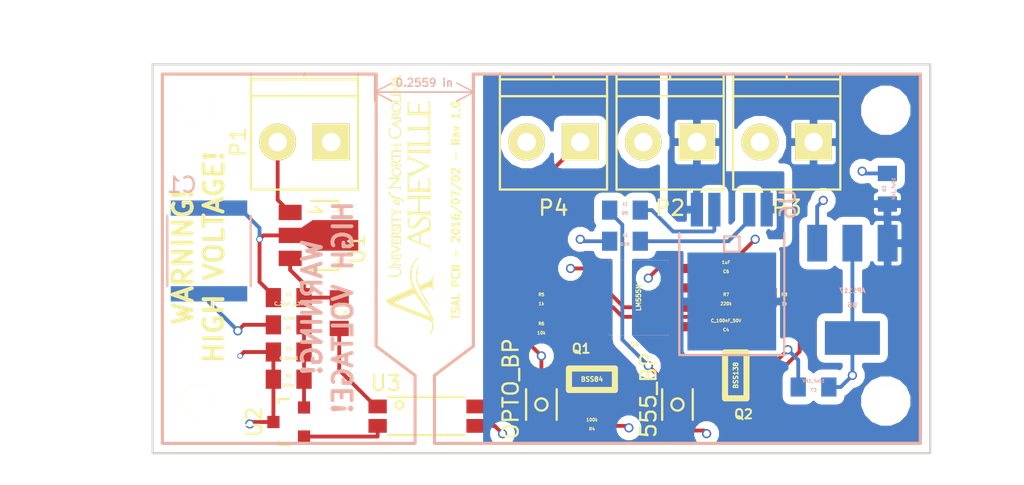
<source format=kicad_pcb>
(kicad_pcb (version 4) (host pcbnew 4.0.1-stable)

  (general
    (links 0)
    (no_connects 0)
    (area 93.945857 124.139 160.054143 154.597)
    (thickness 1.6)
    (drawings 36)
    (tracks 146)
    (zones 0)
    (modules 36)
    (nets 22)
  )

  (page A4)
  (layers
    (0 F.Cu signal)
    (1 In1.Cu power)
    (2 In2.Cu power)
    (31 B.Cu signal)
    (32 B.Adhes user)
    (33 F.Adhes user)
    (34 B.Paste user)
    (35 F.Paste user)
    (36 B.SilkS user)
    (37 F.SilkS user)
    (38 B.Mask user)
    (39 F.Mask user)
    (40 Dwgs.User user)
    (41 Cmts.User user)
    (42 Eco1.User user)
    (43 Eco2.User user)
    (44 Edge.Cuts user)
    (45 Margin user)
    (46 B.CrtYd user)
    (47 F.CrtYd user)
    (48 B.Fab user hide)
    (49 F.Fab user hide)
  )

  (setup
    (last_trace_width 0.254)
    (trace_clearance 0.127)
    (zone_clearance 0.508)
    (zone_45_only no)
    (trace_min 0.127)
    (segment_width 0.2)
    (edge_width 0.15)
    (via_size 0.4318)
    (via_drill 0.3048)
    (via_min_size 0.3556)
    (via_min_drill 0.254)
    (uvia_size 0.3)
    (uvia_drill 0.1)
    (uvias_allowed no)
    (uvia_min_size 0.2)
    (uvia_min_drill 0.1)
    (pcb_text_width 0.3)
    (pcb_text_size 1.5 1.5)
    (mod_edge_width 0.15)
    (mod_text_size 1 1)
    (mod_text_width 0.15)
    (pad_size 1.524 1.524)
    (pad_drill 0.762)
    (pad_to_mask_clearance 0.2)
    (aux_axis_origin 0 0)
    (visible_elements 7FFFFF7F)
    (pcbplotparams
      (layerselection 0x00030_80000001)
      (usegerberextensions false)
      (excludeedgelayer true)
      (linewidth 0.100000)
      (plotframeref false)
      (viasonmask false)
      (mode 1)
      (useauxorigin false)
      (hpglpennumber 1)
      (hpglpenspeed 20)
      (hpglpendiameter 15)
      (hpglpenoverlay 2)
      (psnegative false)
      (psa4output false)
      (plotreference true)
      (plotvalue true)
      (plotinvisibletext false)
      (padsonsilk false)
      (subtractmaskfromsilk false)
      (outputformat 1)
      (mirror false)
      (drillshape 1)
      (scaleselection 1)
      (outputdirectory ""))
  )

  (net 0 "")
  (net 1 +BATT)
  (net 2 GNDPWR)
  (net 3 +3V3)
  (net 4 "Net-(C3-Pad1)")
  (net 5 "Net-(C4-Pad1)")
  (net 6 GND)
  (net 7 +12V)
  (net 8 +5V)
  (net 9 "Net-(Q1-Pad1)")
  (net 10 "Net-(Q2-Pad1)")
  (net 11 "Net-(Q2-Pad3)")
  (net 12 "Net-(R3-Pad2)")
  (net 13 "Net-(R7-Pad1)")
  (net 14 "Net-(R9-Pad1)")
  (net 15 "Net-(R10-Pad1)")
  (net 16 "Net-(U2-Pad1)")
  (net 17 /TRIGGER)
  (net 18 /LIGHT)
  (net 19 /555_RES)
  (net 20 "Net-(U4-Pad7)")
  (net 21 /LED)

  (net_class Default "This is the default net class."
    (clearance 0.127)
    (trace_width 0.254)
    (via_dia 0.4318)
    (via_drill 0.3048)
    (uvia_dia 0.3)
    (uvia_drill 0.1)
    (add_net +12V)
    (add_net +3V3)
    (add_net +5V)
    (add_net /555_RES)
    (add_net /LED)
    (add_net /LIGHT)
    (add_net /TRIGGER)
    (add_net GND)
    (add_net "Net-(C3-Pad1)")
    (add_net "Net-(C4-Pad1)")
    (add_net "Net-(Q1-Pad1)")
    (add_net "Net-(Q2-Pad1)")
    (add_net "Net-(Q2-Pad3)")
    (add_net "Net-(R10-Pad1)")
    (add_net "Net-(R3-Pad2)")
    (add_net "Net-(R7-Pad1)")
    (add_net "Net-(R9-Pad1)")
    (add_net "Net-(U2-Pad1)")
    (add_net "Net-(U4-Pad7)")
  )

  (net_class HV ""
    (clearance 1.016)
    (trace_width 0.254)
    (via_dia 0.4318)
    (via_drill 0.3048)
    (uvia_dia 0.3)
    (uvia_drill 0.1)
    (add_net +BATT)
    (add_net GNDPWR)
  )

  (module Capacitors_SMD:C_2220 (layer B.Cu) (tedit 5415D95B) (tstamp 577841EA)
    (at 105.283 139.192 90)
    (descr "Capacitor SMD 2220, reflow soldering, AVX (see smccp.pdf)")
    (tags "capacitor 2220")
    (path /5759D5C1)
    (attr smd)
    (fp_text reference C1 (at 4.318 -1.778 360) (layer B.SilkS)
      (effects (font (size 1 1) (thickness 0.15)) (justify mirror))
    )
    (fp_text value 2.2uF_350V (at 0 -4 90) (layer B.Fab)
      (effects (font (size 1 1) (thickness 0.15)) (justify mirror))
    )
    (fp_line (start -3.6 2.85) (end 3.6 2.85) (layer B.CrtYd) (width 0.05))
    (fp_line (start -3.6 -2.85) (end 3.6 -2.85) (layer B.CrtYd) (width 0.05))
    (fp_line (start -3.6 2.85) (end -3.6 -2.85) (layer B.CrtYd) (width 0.05))
    (fp_line (start 3.6 2.85) (end 3.6 -2.85) (layer B.CrtYd) (width 0.05))
    (fp_line (start 2.3 2.725) (end -2.3 2.725) (layer B.SilkS) (width 0.15))
    (fp_line (start -2.3 -2.725) (end 2.3 -2.725) (layer B.SilkS) (width 0.15))
    (pad 1 smd rect (at -2.8 0 90) (size 1 5) (layers B.Cu B.Paste B.Mask)
      (net 1 +BATT))
    (pad 2 smd rect (at 2.8 0 90) (size 1 5) (layers B.Cu B.Paste B.Mask)
      (net 2 GNDPWR))
    (model Capacitors_SMD.3dshapes/C_2220.wrl
      (at (xyz 0 0 0))
      (scale (xyz 1 1 1))
      (rotate (xyz 0 0 0))
    )
  )

  (module Mounting_Holes:MountingHole_2.2mm_M2 (layer F.Cu) (tedit 5775A484) (tstamp 5775ABAA)
    (at 149.5 130)
    (descr "Mounting Hole 2.2mm, no annular, M2")
    (tags "mounting hole 2.2mm no annular m2")
    (fp_text reference REF** (at 0 -3.2) (layer F.SilkS) hide
      (effects (font (size 1 1) (thickness 0.15)))
    )
    (fp_text value MountingHole_2.2mm_M2 (at 0 3.2) (layer F.Fab) hide
      (effects (font (size 1 1) (thickness 0.15)))
    )
    (fp_circle (center 0 0) (end 2.2 0) (layer Cmts.User) (width 0.15))
    (fp_circle (center 0 0) (end 2.45 0) (layer F.CrtYd) (width 0.05))
    (pad 1 np_thru_hole circle (at 0 0) (size 2.2 2.2) (drill 2.2) (layers *.Cu *.Mask F.SilkS))
  )

  (module Mounting_Holes:MountingHole_2.2mm_M2 (layer F.Cu) (tedit 5775A3A1) (tstamp 5775AB36)
    (at 104.5 149)
    (descr "Mounting Hole 2.2mm, no annular, M2")
    (tags "mounting hole 2.2mm no annular m2")
    (fp_text reference REF** (at 0 -3.2) (layer F.SilkS) hide
      (effects (font (size 1 1) (thickness 0.15)))
    )
    (fp_text value MountingHole_2.2mm_M2 (at 0 3.2) (layer F.Fab) hide
      (effects (font (size 1 1) (thickness 0.15)))
    )
    (fp_circle (center 0 0) (end 2.2 0) (layer Cmts.User) (width 0.15))
    (fp_circle (center 0 0) (end 2.45 0) (layer F.CrtYd) (width 0.05))
    (pad 1 np_thru_hole circle (at 0 0) (size 2.2 2.2) (drill 2.2) (layers *.Cu *.Mask F.SilkS))
  )

  (module Mounting_Holes:MountingHole_2.2mm_M2 (layer F.Cu) (tedit 5775A484) (tstamp 57760FED)
    (at 149.5 149)
    (descr "Mounting Hole 2.2mm, no annular, M2")
    (tags "mounting hole 2.2mm no annular m2")
    (fp_text reference REF** (at 0 -3.2) (layer F.SilkS) hide
      (effects (font (size 1 1) (thickness 0.15)))
    )
    (fp_text value MountingHole_2.2mm_M2 (at 0 3.2) (layer F.Fab) hide
      (effects (font (size 1 1) (thickness 0.15)))
    )
    (fp_circle (center 0 0) (end 2.2 0) (layer Cmts.User) (width 0.15))
    (fp_circle (center 0 0) (end 2.45 0) (layer F.CrtYd) (width 0.05))
    (pad 1 np_thru_hole circle (at 0 0) (size 2.2 2.2) (drill 2.2) (layers *.Cu *.Mask F.SilkS))
  )

  (module Mounting_Holes:MountingHole_2.2mm_M2 (layer F.Cu) (tedit 5775A3A1) (tstamp 57760FE1)
    (at 104.5 130)
    (descr "Mounting Hole 2.2mm, no annular, M2")
    (tags "mounting hole 2.2mm no annular m2")
    (fp_text reference REF** (at 0 -3.2) (layer F.SilkS) hide
      (effects (font (size 1 1) (thickness 0.15)))
    )
    (fp_text value MountingHole_2.2mm_M2 (at 0 3.2) (layer F.Fab) hide
      (effects (font (size 1 1) (thickness 0.15)))
    )
    (fp_circle (center 0 0) (end 2.2 0) (layer Cmts.User) (width 0.15))
    (fp_circle (center 0 0) (end 2.45 0) (layer F.CrtYd) (width 0.05))
    (pad 1 np_thru_hole circle (at 0 0) (size 2.2 2.2) (drill 2.2) (layers *.Cu *.Mask F.SilkS))
  )

  (module Tinkercad:SOT23-3 (layer F.Cu) (tedit 4D12768E) (tstamp 57671AC4)
    (at 139.7 147.32 270)
    (path /576A834C)
    (fp_text reference Q2 (at 2.54 -0.508 540) (layer F.SilkS)
      (effects (font (size 0.59944 0.59944) (thickness 0.12446)))
    )
    (fp_text value BSS138 (at 0 0 270) (layer F.SilkS)
      (effects (font (size 0.29972 0.29972) (thickness 0.07112)))
    )
    (fp_line (start 1.50114 -0.70104) (end 1.50114 0.70104) (layer F.SilkS) (width 0.39878))
    (fp_line (start 1.50114 0.70104) (end -1.50114 0.70104) (layer F.SilkS) (width 0.39878))
    (fp_line (start -1.50114 0.70104) (end -1.50114 -0.70104) (layer F.SilkS) (width 0.39878))
    (fp_line (start -1.50114 -0.70104) (end 1.50114 -0.70104) (layer F.SilkS) (width 0.39878))
    (pad 1 smd rect (at 0.889 -1.016 270) (size 0.9144 0.9144) (layers F.Cu F.Paste F.Mask)
      (net 10 "Net-(Q2-Pad1)"))
    (pad 2 smd rect (at -0.889 -1.016 270) (size 0.9144 0.9144) (layers F.Cu F.Paste F.Mask)
      (net 6 GND))
    (pad 3 smd rect (at 0 1.00076 270) (size 0.9144 0.9144) (layers F.Cu F.Paste F.Mask)
      (net 11 "Net-(Q2-Pad3)"))
  )

  (module Tinkercad:0805 (layer F.Cu) (tedit 53F70A21) (tstamp 57671A50)
    (at 110.49 142.24 180)
    (path /5759D611)
    (attr smd)
    (fp_text reference C2 (at 0 0.2 180) (layer F.SilkS)
      (effects (font (size 0.2 0.2) (thickness 0.05)))
    )
    (fp_text value C_22uF_6.3V (at 0 -0.4 180) (layer F.SilkS)
      (effects (font (size 0.2 0.2) (thickness 0.05)))
    )
    (fp_line (start -1.651 -0.8001) (end -1.651 0.8001) (layer F.SilkS) (width 0.001))
    (fp_line (start -1.651 0.8001) (end 1.651 0.8001) (layer F.SilkS) (width 0.001))
    (fp_line (start 1.651 0.8001) (end 1.651 -0.8001) (layer F.SilkS) (width 0.001))
    (fp_line (start 1.651 -0.8001) (end -1.651 -0.8001) (layer F.SilkS) (width 0.001))
    (pad 1 smd rect (at -1.00076 0 180) (size 1.00076 1.24968) (layers F.Cu F.Paste F.Mask)
      (net 3 +3V3) (clearance 0.14986))
    (pad 2 smd rect (at 1.00076 0 180) (size 1.00076 1.24968) (layers F.Cu F.Paste F.Mask)
      (net 2 GNDPWR) (clearance 0.14986))
    (model Resistors_SMD.3dshapes/R_0805.wrl
      (at (xyz 0 0 0))
      (scale (xyz 1 1 1))
      (rotate (xyz 0 0 0))
    )
  )

  (module Tinkercad:0805 (layer F.Cu) (tedit 53F70A21) (tstamp 57671A56)
    (at 110.49 145.796 180)
    (path /575F4B1B)
    (attr smd)
    (fp_text reference C3 (at 0 0.2 180) (layer F.SilkS)
      (effects (font (size 0.2 0.2) (thickness 0.05)))
    )
    (fp_text value C_Small (at 0 -0.4 180) (layer F.SilkS)
      (effects (font (size 0.2 0.2) (thickness 0.05)))
    )
    (fp_line (start -1.651 -0.8001) (end -1.651 0.8001) (layer F.SilkS) (width 0.001))
    (fp_line (start -1.651 0.8001) (end 1.651 0.8001) (layer F.SilkS) (width 0.001))
    (fp_line (start 1.651 0.8001) (end 1.651 -0.8001) (layer F.SilkS) (width 0.001))
    (fp_line (start 1.651 -0.8001) (end -1.651 -0.8001) (layer F.SilkS) (width 0.001))
    (pad 1 smd rect (at -1.00076 0 180) (size 1.00076 1.24968) (layers F.Cu F.Paste F.Mask)
      (net 4 "Net-(C3-Pad1)") (clearance 0.14986))
    (pad 2 smd rect (at 1.00076 0 180) (size 1.00076 1.24968) (layers F.Cu F.Paste F.Mask)
      (net 2 GNDPWR) (clearance 0.14986))
    (model Resistors_SMD.3dshapes/R_0805.wrl
      (at (xyz 0 0 0))
      (scale (xyz 1 1 1))
      (rotate (xyz 0 0 0))
    )
  )

  (module Tinkercad:0805 (layer F.Cu) (tedit 53F70A21) (tstamp 57671A5C)
    (at 139.065 144.145)
    (path /57663C20)
    (attr smd)
    (fp_text reference C4 (at 0 0.2) (layer F.SilkS)
      (effects (font (size 0.2 0.2) (thickness 0.05)))
    )
    (fp_text value C_100nF_50V (at 0 -0.4) (layer F.SilkS)
      (effects (font (size 0.2 0.2) (thickness 0.05)))
    )
    (fp_line (start -1.651 -0.8001) (end -1.651 0.8001) (layer F.SilkS) (width 0.001))
    (fp_line (start -1.651 0.8001) (end 1.651 0.8001) (layer F.SilkS) (width 0.001))
    (fp_line (start 1.651 0.8001) (end 1.651 -0.8001) (layer F.SilkS) (width 0.001))
    (fp_line (start 1.651 -0.8001) (end -1.651 -0.8001) (layer F.SilkS) (width 0.001))
    (pad 1 smd rect (at -1.00076 0) (size 1.00076 1.24968) (layers F.Cu F.Paste F.Mask)
      (net 5 "Net-(C4-Pad1)") (clearance 0.14986))
    (pad 2 smd rect (at 1.00076 0) (size 1.00076 1.24968) (layers F.Cu F.Paste F.Mask)
      (net 6 GND) (clearance 0.14986))
    (model Resistors_SMD.3dshapes/R_0805.wrl
      (at (xyz 0 0 0))
      (scale (xyz 1 1 1))
      (rotate (xyz 0 0 0))
    )
  )

  (module Tinkercad:0805 (layer B.Cu) (tedit 53F70A21) (tstamp 57671A62)
    (at 149.606 135.128 90)
    (path /576501BE)
    (attr smd)
    (fp_text reference C5 (at 0 -0.2 90) (layer B.SilkS)
      (effects (font (size 0.2 0.2) (thickness 0.05)) (justify mirror))
    )
    (fp_text value 10uF_16V (at 0 0.4 90) (layer B.SilkS)
      (effects (font (size 0.2 0.2) (thickness 0.05)) (justify mirror))
    )
    (fp_line (start -1.651 0.8001) (end -1.651 -0.8001) (layer B.SilkS) (width 0.001))
    (fp_line (start -1.651 -0.8001) (end 1.651 -0.8001) (layer B.SilkS) (width 0.001))
    (fp_line (start 1.651 -0.8001) (end 1.651 0.8001) (layer B.SilkS) (width 0.001))
    (fp_line (start 1.651 0.8001) (end -1.651 0.8001) (layer B.SilkS) (width 0.001))
    (pad 1 smd rect (at -1.00076 0 90) (size 1.00076 1.24968) (layers B.Cu B.Paste B.Mask)
      (net 7 +12V) (clearance 0.14986))
    (pad 2 smd rect (at 1.00076 0 90) (size 1.00076 1.24968) (layers B.Cu B.Paste B.Mask)
      (net 6 GND) (clearance 0.14986))
    (model Resistors_SMD.3dshapes/R_0805.wrl
      (at (xyz 0 0 0))
      (scale (xyz 1 1 1))
      (rotate (xyz 0 0 0))
    )
  )

  (module Tinkercad:0805 (layer F.Cu) (tedit 53F70A21) (tstamp 57671A68)
    (at 139.065 140.335)
    (path /576631C9)
    (attr smd)
    (fp_text reference C6 (at 0 0.2) (layer F.SilkS)
      (effects (font (size 0.2 0.2) (thickness 0.05)))
    )
    (fp_text value 1uF (at 0 -0.4) (layer F.SilkS)
      (effects (font (size 0.2 0.2) (thickness 0.05)))
    )
    (fp_line (start -1.651 -0.8001) (end -1.651 0.8001) (layer F.SilkS) (width 0.001))
    (fp_line (start -1.651 0.8001) (end 1.651 0.8001) (layer F.SilkS) (width 0.001))
    (fp_line (start 1.651 0.8001) (end 1.651 -0.8001) (layer F.SilkS) (width 0.001))
    (fp_line (start 1.651 -0.8001) (end -1.651 -0.8001) (layer F.SilkS) (width 0.001))
    (pad 1 smd rect (at -1.00076 0) (size 1.00076 1.24968) (layers F.Cu F.Paste F.Mask)
      (net 17 /TRIGGER) (clearance 0.14986))
    (pad 2 smd rect (at 1.00076 0) (size 1.00076 1.24968) (layers F.Cu F.Paste F.Mask)
      (net 6 GND) (clearance 0.14986))
    (model Resistors_SMD.3dshapes/R_0805.wrl
      (at (xyz 0 0 0))
      (scale (xyz 1 1 1))
      (rotate (xyz 0 0 0))
    )
  )

  (module Tinkercad:0805 (layer B.Cu) (tedit 53F70A21) (tstamp 57671A6E)
    (at 144.78 148.082 180)
    (path /576503DF)
    (attr smd)
    (fp_text reference C7 (at 0 -0.2 180) (layer B.SilkS)
      (effects (font (size 0.2 0.2) (thickness 0.05)) (justify mirror))
    )
    (fp_text value 10uF_16V (at 0 0.4 180) (layer B.SilkS)
      (effects (font (size 0.2 0.2) (thickness 0.05)) (justify mirror))
    )
    (fp_line (start -1.651 0.8001) (end -1.651 -0.8001) (layer B.SilkS) (width 0.001))
    (fp_line (start -1.651 -0.8001) (end 1.651 -0.8001) (layer B.SilkS) (width 0.001))
    (fp_line (start 1.651 -0.8001) (end 1.651 0.8001) (layer B.SilkS) (width 0.001))
    (fp_line (start 1.651 0.8001) (end -1.651 0.8001) (layer B.SilkS) (width 0.001))
    (pad 1 smd rect (at -1.00076 0 180) (size 1.00076 1.24968) (layers B.Cu B.Paste B.Mask)
      (net 8 +5V) (clearance 0.14986))
    (pad 2 smd rect (at 1.00076 0 180) (size 1.00076 1.24968) (layers B.Cu B.Paste B.Mask)
      (net 6 GND) (clearance 0.14986))
    (model Resistors_SMD.3dshapes/R_0805.wrl
      (at (xyz 0 0 0))
      (scale (xyz 1 1 1))
      (rotate (xyz 0 0 0))
    )
  )

  (module Tinkercad:SOT23-3 (layer F.Cu) (tedit 4D12768E) (tstamp 57671ABD)
    (at 130.302 147.574 180)
    (path /576A2167)
    (fp_text reference Q1 (at 0.70104 1.99898 180) (layer F.SilkS)
      (effects (font (size 0.59944 0.59944) (thickness 0.12446)))
    )
    (fp_text value BSS84 (at 0 0 180) (layer F.SilkS)
      (effects (font (size 0.29972 0.29972) (thickness 0.07112)))
    )
    (fp_line (start 1.50114 -0.70104) (end 1.50114 0.70104) (layer F.SilkS) (width 0.39878))
    (fp_line (start 1.50114 0.70104) (end -1.50114 0.70104) (layer F.SilkS) (width 0.39878))
    (fp_line (start -1.50114 0.70104) (end -1.50114 -0.70104) (layer F.SilkS) (width 0.39878))
    (fp_line (start -1.50114 -0.70104) (end 1.50114 -0.70104) (layer F.SilkS) (width 0.39878))
    (pad 1 smd rect (at 0.889 -1.016 180) (size 0.9144 0.9144) (layers F.Cu F.Paste F.Mask)
      (net 9 "Net-(Q1-Pad1)"))
    (pad 2 smd rect (at -0.889 -1.016 180) (size 0.9144 0.9144) (layers F.Cu F.Paste F.Mask)
      (net 8 +5V))
    (pad 3 smd rect (at 0 1.00076 180) (size 0.9144 0.9144) (layers F.Cu F.Paste F.Mask)
      (net 19 /555_RES))
  )

  (module Tinkercad:0805 (layer F.Cu) (tedit 53F70A21) (tstamp 57671ACA)
    (at 110.49 144.018)
    (path /575A3212)
    (attr smd)
    (fp_text reference R1 (at 0 0.2) (layer F.SilkS)
      (effects (font (size 0.2 0.2) (thickness 0.05)))
    )
    (fp_text value 4.7M (at 0 -0.4) (layer F.SilkS)
      (effects (font (size 0.2 0.2) (thickness 0.05)))
    )
    (fp_line (start -1.651 -0.8001) (end -1.651 0.8001) (layer F.SilkS) (width 0.001))
    (fp_line (start -1.651 0.8001) (end 1.651 0.8001) (layer F.SilkS) (width 0.001))
    (fp_line (start 1.651 0.8001) (end 1.651 -0.8001) (layer F.SilkS) (width 0.001))
    (fp_line (start 1.651 -0.8001) (end -1.651 -0.8001) (layer F.SilkS) (width 0.001))
    (pad 1 smd rect (at -1.00076 0) (size 1.00076 1.24968) (layers F.Cu F.Paste F.Mask)
      (net 1 +BATT) (clearance 0.14986))
    (pad 2 smd rect (at 1.00076 0) (size 1.00076 1.24968) (layers F.Cu F.Paste F.Mask)
      (net 4 "Net-(C3-Pad1)") (clearance 0.14986))
    (model Resistors_SMD.3dshapes/R_0805.wrl
      (at (xyz 0 0 0))
      (scale (xyz 1 1 1))
      (rotate (xyz 0 0 0))
    )
  )

  (module Tinkercad:0805 (layer F.Cu) (tedit 53F70A21) (tstamp 57671AD0)
    (at 110.49 147.574 180)
    (path /575A314D)
    (attr smd)
    (fp_text reference R2 (at 0 0.2 180) (layer F.SilkS)
      (effects (font (size 0.2 0.2) (thickness 0.05)))
    )
    (fp_text value 220k (at 0 -0.4 180) (layer F.SilkS)
      (effects (font (size 0.2 0.2) (thickness 0.05)))
    )
    (fp_line (start -1.651 -0.8001) (end -1.651 0.8001) (layer F.SilkS) (width 0.001))
    (fp_line (start -1.651 0.8001) (end 1.651 0.8001) (layer F.SilkS) (width 0.001))
    (fp_line (start 1.651 0.8001) (end 1.651 -0.8001) (layer F.SilkS) (width 0.001))
    (fp_line (start 1.651 -0.8001) (end -1.651 -0.8001) (layer F.SilkS) (width 0.001))
    (pad 1 smd rect (at -1.00076 0 180) (size 1.00076 1.24968) (layers F.Cu F.Paste F.Mask)
      (net 4 "Net-(C3-Pad1)") (clearance 0.14986))
    (pad 2 smd rect (at 1.00076 0 180) (size 1.00076 1.24968) (layers F.Cu F.Paste F.Mask)
      (net 2 GNDPWR) (clearance 0.14986))
    (model Resistors_SMD.3dshapes/R_0805.wrl
      (at (xyz 0 0 0))
      (scale (xyz 1 1 1))
      (rotate (xyz 0 0 0))
    )
  )

  (module Tinkercad:0805 (layer F.Cu) (tedit 53F70A21) (tstamp 57671AD6)
    (at 113.792 143.256 270)
    (path /575A79EA)
    (attr smd)
    (fp_text reference R3 (at 0 0.2 270) (layer F.SilkS)
      (effects (font (size 0.2 0.2) (thickness 0.05)))
    )
    (fp_text value 2k (at 0 -0.4 270) (layer F.SilkS)
      (effects (font (size 0.2 0.2) (thickness 0.05)))
    )
    (fp_line (start -1.651 -0.8001) (end -1.651 0.8001) (layer F.SilkS) (width 0.001))
    (fp_line (start -1.651 0.8001) (end 1.651 0.8001) (layer F.SilkS) (width 0.001))
    (fp_line (start 1.651 0.8001) (end 1.651 -0.8001) (layer F.SilkS) (width 0.001))
    (fp_line (start 1.651 -0.8001) (end -1.651 -0.8001) (layer F.SilkS) (width 0.001))
    (pad 1 smd rect (at -1.00076 0 270) (size 1.00076 1.24968) (layers F.Cu F.Paste F.Mask)
      (net 3 +3V3) (clearance 0.14986))
    (pad 2 smd rect (at 1.00076 0 270) (size 1.00076 1.24968) (layers F.Cu F.Paste F.Mask)
      (net 12 "Net-(R3-Pad2)") (clearance 0.14986))
    (model Resistors_SMD.3dshapes/R_0805.wrl
      (at (xyz 0 0 0))
      (scale (xyz 1 1 1))
      (rotate (xyz 0 0 0))
    )
  )

  (module Tinkercad:0805 (layer F.Cu) (tedit 53F70A21) (tstamp 57671ADC)
    (at 130.302 150.622)
    (path /5765DA27)
    (attr smd)
    (fp_text reference R4 (at 0 0.2) (layer F.SilkS)
      (effects (font (size 0.2 0.2) (thickness 0.05)))
    )
    (fp_text value 100k (at 0 -0.4) (layer F.SilkS)
      (effects (font (size 0.2 0.2) (thickness 0.05)))
    )
    (fp_line (start -1.651 -0.8001) (end -1.651 0.8001) (layer F.SilkS) (width 0.001))
    (fp_line (start -1.651 0.8001) (end 1.651 0.8001) (layer F.SilkS) (width 0.001))
    (fp_line (start 1.651 0.8001) (end 1.651 -0.8001) (layer F.SilkS) (width 0.001))
    (fp_line (start 1.651 -0.8001) (end -1.651 -0.8001) (layer F.SilkS) (width 0.001))
    (pad 1 smd rect (at -1.00076 0) (size 1.00076 1.24968) (layers F.Cu F.Paste F.Mask)
      (net 9 "Net-(Q1-Pad1)") (clearance 0.14986))
    (pad 2 smd rect (at 1.00076 0) (size 1.00076 1.24968) (layers F.Cu F.Paste F.Mask)
      (net 8 +5V) (clearance 0.14986))
    (model Resistors_SMD.3dshapes/R_0805.wrl
      (at (xyz 0 0 0))
      (scale (xyz 1 1 1))
      (rotate (xyz 0 0 0))
    )
  )

  (module Tinkercad:0805 (layer F.Cu) (tedit 53F70A21) (tstamp 57671AE2)
    (at 127 142.24 180)
    (path /57671201)
    (attr smd)
    (fp_text reference R5 (at 0 0.2 180) (layer F.SilkS)
      (effects (font (size 0.2 0.2) (thickness 0.05)))
    )
    (fp_text value 1k (at 0 -0.4 180) (layer F.SilkS)
      (effects (font (size 0.2 0.2) (thickness 0.05)))
    )
    (fp_line (start -1.651 -0.8001) (end -1.651 0.8001) (layer F.SilkS) (width 0.001))
    (fp_line (start -1.651 0.8001) (end 1.651 0.8001) (layer F.SilkS) (width 0.001))
    (fp_line (start 1.651 0.8001) (end 1.651 -0.8001) (layer F.SilkS) (width 0.001))
    (fp_line (start 1.651 -0.8001) (end -1.651 -0.8001) (layer F.SilkS) (width 0.001))
    (pad 1 smd rect (at -1.00076 0 180) (size 1.00076 1.24968) (layers F.Cu F.Paste F.Mask)
      (net 19 /555_RES) (clearance 0.14986))
    (pad 2 smd rect (at 1.00076 0 180) (size 1.00076 1.24968) (layers F.Cu F.Paste F.Mask)
      (net 21 /LED) (clearance 0.14986))
    (model Resistors_SMD.3dshapes/R_0805.wrl
      (at (xyz 0 0 0))
      (scale (xyz 1 1 1))
      (rotate (xyz 0 0 0))
    )
  )

  (module Tinkercad:0805 (layer F.Cu) (tedit 53F70A21) (tstamp 57671AE8)
    (at 127 144.145 180)
    (path /5766124A)
    (attr smd)
    (fp_text reference R6 (at 0 0.2 180) (layer F.SilkS)
      (effects (font (size 0.2 0.2) (thickness 0.05)))
    )
    (fp_text value 10k (at 0 -0.4 180) (layer F.SilkS)
      (effects (font (size 0.2 0.2) (thickness 0.05)))
    )
    (fp_line (start -1.651 -0.8001) (end -1.651 0.8001) (layer F.SilkS) (width 0.001))
    (fp_line (start -1.651 0.8001) (end 1.651 0.8001) (layer F.SilkS) (width 0.001))
    (fp_line (start 1.651 0.8001) (end 1.651 -0.8001) (layer F.SilkS) (width 0.001))
    (fp_line (start 1.651 -0.8001) (end -1.651 -0.8001) (layer F.SilkS) (width 0.001))
    (pad 1 smd rect (at -1.00076 0 180) (size 1.00076 1.24968) (layers F.Cu F.Paste F.Mask)
      (net 19 /555_RES) (clearance 0.14986))
    (pad 2 smd rect (at 1.00076 0 180) (size 1.00076 1.24968) (layers F.Cu F.Paste F.Mask)
      (net 6 GND) (clearance 0.14986))
    (model Resistors_SMD.3dshapes/R_0805.wrl
      (at (xyz 0 0 0))
      (scale (xyz 1 1 1))
      (rotate (xyz 0 0 0))
    )
  )

  (module Tinkercad:0805 (layer F.Cu) (tedit 53F70A21) (tstamp 57671AEE)
    (at 139.065 142.24 180)
    (path /576635E7)
    (attr smd)
    (fp_text reference R7 (at 0 0.2 180) (layer F.SilkS)
      (effects (font (size 0.2 0.2) (thickness 0.05)))
    )
    (fp_text value 220k (at 0 -0.4 180) (layer F.SilkS)
      (effects (font (size 0.2 0.2) (thickness 0.05)))
    )
    (fp_line (start -1.651 -0.8001) (end -1.651 0.8001) (layer F.SilkS) (width 0.001))
    (fp_line (start -1.651 0.8001) (end 1.651 0.8001) (layer F.SilkS) (width 0.001))
    (fp_line (start 1.651 0.8001) (end 1.651 -0.8001) (layer F.SilkS) (width 0.001))
    (fp_line (start 1.651 -0.8001) (end -1.651 -0.8001) (layer F.SilkS) (width 0.001))
    (pad 1 smd rect (at -1.00076 0 180) (size 1.00076 1.24968) (layers F.Cu F.Paste F.Mask)
      (net 13 "Net-(R7-Pad1)") (clearance 0.14986))
    (pad 2 smd rect (at 1.00076 0 180) (size 1.00076 1.24968) (layers F.Cu F.Paste F.Mask)
      (net 17 /TRIGGER) (clearance 0.14986))
    (model Resistors_SMD.3dshapes/R_0805.wrl
      (at (xyz 0 0 0))
      (scale (xyz 1 1 1))
      (rotate (xyz 0 0 0))
    )
  )

  (module Tinkercad:0805 (layer F.Cu) (tedit 53F70A21) (tstamp 57671AF4)
    (at 142.875 142.24 180)
    (path /57676579)
    (attr smd)
    (fp_text reference R8 (at 0 0.2 180) (layer F.SilkS)
      (effects (font (size 0.2 0.2) (thickness 0.05)))
    )
    (fp_text value 1k (at 0 -0.4 180) (layer F.SilkS)
      (effects (font (size 0.2 0.2) (thickness 0.05)))
    )
    (fp_line (start -1.651 -0.8001) (end -1.651 0.8001) (layer F.SilkS) (width 0.001))
    (fp_line (start -1.651 0.8001) (end 1.651 0.8001) (layer F.SilkS) (width 0.001))
    (fp_line (start 1.651 0.8001) (end 1.651 -0.8001) (layer F.SilkS) (width 0.001))
    (fp_line (start 1.651 -0.8001) (end -1.651 -0.8001) (layer F.SilkS) (width 0.001))
    (pad 1 smd rect (at -1.00076 0 180) (size 1.00076 1.24968) (layers F.Cu F.Paste F.Mask)
      (net 10 "Net-(Q2-Pad1)") (clearance 0.14986))
    (pad 2 smd rect (at 1.00076 0 180) (size 1.00076 1.24968) (layers F.Cu F.Paste F.Mask)
      (net 13 "Net-(R7-Pad1)") (clearance 0.14986))
    (model Resistors_SMD.3dshapes/R_0805.wrl
      (at (xyz 0 0 0))
      (scale (xyz 1 1 1))
      (rotate (xyz 0 0 0))
    )
  )

  (module Tinkercad:0805 (layer B.Cu) (tedit 53F70A21) (tstamp 57671AFA)
    (at 132.461 136.525 180)
    (path /57664DD7)
    (attr smd)
    (fp_text reference R9 (at 0 -0.2 180) (layer B.SilkS)
      (effects (font (size 0.2 0.2) (thickness 0.05)) (justify mirror))
    )
    (fp_text value 1k (at 0 0.4 180) (layer B.SilkS)
      (effects (font (size 0.2 0.2) (thickness 0.05)) (justify mirror))
    )
    (fp_line (start -1.651 0.8001) (end -1.651 -0.8001) (layer B.SilkS) (width 0.001))
    (fp_line (start -1.651 -0.8001) (end 1.651 -0.8001) (layer B.SilkS) (width 0.001))
    (fp_line (start 1.651 -0.8001) (end 1.651 0.8001) (layer B.SilkS) (width 0.001))
    (fp_line (start 1.651 0.8001) (end -1.651 0.8001) (layer B.SilkS) (width 0.001))
    (pad 1 smd rect (at -1.00076 0 180) (size 1.00076 1.24968) (layers B.Cu B.Paste B.Mask)
      (net 14 "Net-(R9-Pad1)") (clearance 0.14986))
    (pad 2 smd rect (at 1.00076 0 180) (size 1.00076 1.24968) (layers B.Cu B.Paste B.Mask)
      (net 11 "Net-(Q2-Pad3)") (clearance 0.14986))
    (model Resistors_SMD.3dshapes/R_0805.wrl
      (at (xyz 0 0 0))
      (scale (xyz 1 1 1))
      (rotate (xyz 0 0 0))
    )
  )

  (module Tinkercad:0805 (layer B.Cu) (tedit 53F70A21) (tstamp 57671B00)
    (at 132.461 138.557 180)
    (path /57651478)
    (attr smd)
    (fp_text reference R10 (at 0 -0.2 180) (layer B.SilkS)
      (effects (font (size 0.2 0.2) (thickness 0.05)) (justify mirror))
    )
    (fp_text value 1k (at 0 0.4 180) (layer B.SilkS)
      (effects (font (size 0.2 0.2) (thickness 0.05)) (justify mirror))
    )
    (fp_line (start -1.651 0.8001) (end -1.651 -0.8001) (layer B.SilkS) (width 0.001))
    (fp_line (start -1.651 -0.8001) (end 1.651 -0.8001) (layer B.SilkS) (width 0.001))
    (fp_line (start 1.651 -0.8001) (end 1.651 0.8001) (layer B.SilkS) (width 0.001))
    (fp_line (start 1.651 0.8001) (end -1.651 0.8001) (layer B.SilkS) (width 0.001))
    (pad 1 smd rect (at -1.00076 0 180) (size 1.00076 1.24968) (layers B.Cu B.Paste B.Mask)
      (net 15 "Net-(R10-Pad1)") (clearance 0.14986))
    (pad 2 smd rect (at 1.00076 0 180) (size 1.00076 1.24968) (layers B.Cu B.Paste B.Mask)
      (net 6 GND) (clearance 0.14986))
    (model Resistors_SMD.3dshapes/R_0805.wrl
      (at (xyz 0 0 0))
      (scale (xyz 1 1 1))
      (rotate (xyz 0 0 0))
    )
  )

  (module Wetmelon:B3U-1100P (layer F.Cu) (tedit 57785859) (tstamp 57671B06)
    (at 127 149.225 90)
    (path /5765BED8)
    (fp_text reference OPTO_BP (at 1.025 -2 90) (layer F.SilkS)
      (effects (font (size 1 1) (thickness 0.15)))
    )
    (fp_text value SW_PUSH (at 0.4 2 90) (layer F.Fab) hide
      (effects (font (size 1 1) (thickness 0.15)))
    )
    (fp_circle (center 0 0) (end 0.4 0) (layer F.SilkS) (width 0.15))
    (fp_line (start -1 1) (end 1 1) (layer F.SilkS) (width 0.15))
    (fp_line (start -1 -1) (end 1 -1) (layer F.SilkS) (width 0.15))
    (pad 1 smd rect (at -1.7 0 90) (size 0.8 1.7) (layers F.Cu F.Paste F.Mask)
      (net 9 "Net-(Q1-Pad1)"))
    (pad 2 smd rect (at 1.7 0 90) (size 0.8 1.7) (layers F.Cu F.Paste F.Mask)
      (net 6 GND))
  )

  (module Wetmelon:B3U-1100P (layer F.Cu) (tedit 5778586D) (tstamp 57671B0C)
    (at 135.89 149.225 270)
    (path /5765B923)
    (fp_text reference 555_BP (at -0.625 1.89 270) (layer F.SilkS)
      (effects (font (size 1 1) (thickness 0.15)))
    )
    (fp_text value SW_PUSH (at 0.4 2 270) (layer F.Fab) hide
      (effects (font (size 1 1) (thickness 0.15)))
    )
    (fp_circle (center 0 0) (end 0.4 0) (layer F.SilkS) (width 0.15))
    (fp_line (start -1 1) (end 1 1) (layer F.SilkS) (width 0.15))
    (fp_line (start -1 -1) (end 1 -1) (layer F.SilkS) (width 0.15))
    (pad 1 smd rect (at -1.7 0 270) (size 0.8 1.7) (layers F.Cu F.Paste F.Mask)
      (net 11 "Net-(Q2-Pad3)"))
    (pad 2 smd rect (at 1.7 0 270) (size 0.8 1.7) (layers F.Cu F.Paste F.Mask)
      (net 6 GND))
  )

  (module TO_SOT_Packages_SMD:SOT89-3_Housing (layer F.Cu) (tedit 57671F1A) (tstamp 57671B1C)
    (at 112.43818 138.176 270)
    (descr "SOT89-3, Housing,")
    (tags "SOT89-3, Housing,")
    (path /575A3670)
    (attr smd)
    (fp_text reference U1 (at 0.889 -2.49682 450) (layer F.SilkS)
      (effects (font (size 1 1) (thickness 0.15)))
    )
    (fp_text value NCP785A_3.3v (at -0.20066 4.59994 270) (layer F.Fab) hide
      (effects (font (size 1 1) (thickness 0.15)))
    )
    (fp_line (start -1.89992 0.20066) (end -1.651 -0.09906) (layer F.SilkS) (width 0.15))
    (fp_line (start -1.651 -0.09906) (end -1.5494 -0.24892) (layer F.SilkS) (width 0.15))
    (fp_line (start -1.5494 -0.24892) (end -1.5494 0.59944) (layer F.SilkS) (width 0.15))
    (fp_line (start -2.25044 -1.30048) (end -2.25044 0.50038) (layer F.SilkS) (width 0.15))
    (fp_line (start -2.25044 -1.30048) (end -1.6002 -1.30048) (layer F.SilkS) (width 0.15))
    (fp_line (start 2.25044 -1.30048) (end 2.25044 0.50038) (layer F.SilkS) (width 0.15))
    (fp_line (start 2.25044 -1.30048) (end 1.6002 -1.30048) (layer F.SilkS) (width 0.15))
    (pad 1 smd rect (at -1.50114 1.85166 270) (size 1.00076 1.50114) (layers F.Cu F.Paste F.Mask)
      (net 1 +BATT))
    (pad 2 smd rect (at 0 1.85166 270) (size 1.00076 1.50114) (layers F.Cu F.Paste F.Mask)
      (net 2 GNDPWR))
    (pad 3 smd rect (at 1.50114 1.85166 270) (size 1.00076 1.50114) (layers F.Cu F.Paste F.Mask)
      (net 3 +3V3))
    (pad 2 smd rect (at 0 -1.09982 270) (size 1.99898 2.99974) (layers F.Cu F.Paste F.Mask)
      (net 2 GNDPWR))
    (pad 2 smd trapezoid (at 0 0.7493 90) (size 1.50114 0.7493) (rect_delta 0 0.50038 ) (layers F.Cu F.Paste F.Mask)
      (net 2 GNDPWR))
    (model TO_SOT_Packages_SMD.3dshapes/SOT89-3_Housing.wrl
      (at (xyz 0 0 0))
      (scale (xyz 0.3937 0.3937 0.3937))
      (rotate (xyz 0 0 0))
    )
  )

  (module TO_SOT_Packages_SMD:SOT-23 (layer F.Cu) (tedit 553634F8) (tstamp 57671B2C)
    (at 110.49 150.368 90)
    (descr "SOT-23, Standard")
    (tags SOT-23)
    (path /575A710C)
    (attr smd)
    (fp_text reference U2 (at 0 -2.25 90) (layer F.SilkS)
      (effects (font (size 1 1) (thickness 0.15)))
    )
    (fp_text value TL431 (at 0 2.3 90) (layer F.Fab)
      (effects (font (size 1 1) (thickness 0.15)))
    )
    (fp_line (start -1.65 -1.6) (end 1.65 -1.6) (layer F.CrtYd) (width 0.05))
    (fp_line (start 1.65 -1.6) (end 1.65 1.6) (layer F.CrtYd) (width 0.05))
    (fp_line (start 1.65 1.6) (end -1.65 1.6) (layer F.CrtYd) (width 0.05))
    (fp_line (start -1.65 1.6) (end -1.65 -1.6) (layer F.CrtYd) (width 0.05))
    (fp_line (start 1.29916 -0.65024) (end 1.2509 -0.65024) (layer F.SilkS) (width 0.15))
    (fp_line (start -1.49982 0.0508) (end -1.49982 -0.65024) (layer F.SilkS) (width 0.15))
    (fp_line (start -1.49982 -0.65024) (end -1.2509 -0.65024) (layer F.SilkS) (width 0.15))
    (fp_line (start 1.29916 -0.65024) (end 1.49982 -0.65024) (layer F.SilkS) (width 0.15))
    (fp_line (start 1.49982 -0.65024) (end 1.49982 0.0508) (layer F.SilkS) (width 0.15))
    (pad 1 smd rect (at -0.95 1.00076 90) (size 0.8001 0.8001) (layers F.Cu F.Paste F.Mask)
      (net 16 "Net-(U2-Pad1)"))
    (pad 2 smd rect (at 0.95 1.00076 90) (size 0.8001 0.8001) (layers F.Cu F.Paste F.Mask)
      (net 4 "Net-(C3-Pad1)"))
    (pad 3 smd rect (at 0 -0.99822 90) (size 0.8001 0.8001) (layers F.Cu F.Paste F.Mask)
      (net 2 GNDPWR))
    (model TO_SOT_Packages_SMD.3dshapes/SOT-23.wrl
      (at (xyz 0 0 0))
      (scale (xyz 1 1 1))
      (rotate (xyz 0 0 0))
    )
  )

  (module Wetmelon:SSOP-4 (layer F.Cu) (tedit 57214A86) (tstamp 57671B34)
    (at 119.5 150.022)
    (path /5764DFF6)
    (fp_text reference U3 (at -2.66 -2.194) (layer F.SilkS)
      (effects (font (size 1 1) (thickness 0.15)))
    )
    (fp_text value PS2811-1 (at 0 -2.032) (layer F.Fab)
      (effects (font (size 1 1) (thickness 0.15)))
    )
    (fp_circle (center -1.778 -0.762) (end -1.524 -0.762) (layer F.SilkS) (width 0.15))
    (fp_line (start -2.5 1.2) (end 2.5 1.2) (layer F.SilkS) (width 0.15))
    (fp_line (start -2.5 -1.3) (end 2.5 -1.3) (layer F.SilkS) (width 0.15))
    (pad 2 smd rect (at -3.2 0.6) (size 1.2 0.9) (layers F.Cu F.Paste F.Mask)
      (net 16 "Net-(U2-Pad1)"))
    (pad 1 smd rect (at -3.2 -0.67) (size 1.2 0.9) (layers F.Cu F.Paste F.Mask)
      (net 12 "Net-(R3-Pad2)"))
    (pad 4 smd rect (at 3.2 -0.67) (size 1.2 0.9) (layers F.Cu F.Paste F.Mask)
      (net 9 "Net-(Q1-Pad1)"))
    (pad 3 smd rect (at 3.2 0.6) (size 1.2 0.9) (layers F.Cu F.Paste F.Mask)
      (net 6 GND))
  )

  (module Tinkercad:SOIC8 (layer F.Cu) (tedit 547F003A) (tstamp 57671B40)
    (at 133.35 142.24 270)
    (path /57654BB9)
    (fp_text reference U4 (at 3.048 0.254 360) (layer F.SilkS)
      (effects (font (size 0.29972 0.29972) (thickness 0.0762)))
    )
    (fp_text value LM555N (at 0 0 270) (layer F.SilkS)
      (effects (font (size 0.29972 0.29972) (thickness 0.0762)))
    )
    (fp_circle (center -1.89992 1.50114) (end -1.82626 1.6256) (layer F.SilkS) (width 0.01))
    (fp_line (start -2.44856 -1.94818) (end -2.32918 -1.94818) (layer F.SilkS) (width 0.01))
    (fp_line (start 2.32918 -1.94818) (end 2.44856 -1.94818) (layer F.SilkS) (width 0.01))
    (fp_line (start 2.44856 -1.94818) (end 2.44856 1.94818) (layer F.SilkS) (width 0.01))
    (fp_line (start -2.44856 1.94818) (end -2.32918 1.94818) (layer F.SilkS) (width 0.01))
    (fp_line (start 2.32918 1.94818) (end 2.44856 1.94818) (layer F.SilkS) (width 0.01))
    (fp_line (start -2.44856 -1.94818) (end -2.44856 1.94818) (layer F.SilkS) (width 0.01))
    (pad 1 smd rect (at -1.90246 2.69748 90) (size 0.59944 1.5494) (layers F.Cu F.Paste F.Mask)
      (net 6 GND))
    (pad 2 smd rect (at -0.63246 2.69748 90) (size 0.59944 1.5494) (layers F.Cu F.Paste F.Mask)
      (net 17 /TRIGGER))
    (pad 3 smd rect (at 0.63246 2.69748 90) (size 0.59944 1.5494) (layers F.Cu F.Paste F.Mask)
      (net 13 "Net-(R7-Pad1)"))
    (pad 4 smd rect (at 1.90246 2.69748 90) (size 0.59944 1.5494) (layers F.Cu F.Paste F.Mask)
      (net 19 /555_RES))
    (pad 5 smd rect (at 1.90246 -2.69748 270) (size 0.59944 1.5494) (layers F.Cu F.Paste F.Mask)
      (net 5 "Net-(C4-Pad1)"))
    (pad 6 smd rect (at 0.63246 -2.69748 270) (size 0.59944 1.5494) (layers F.Cu F.Paste F.Mask)
      (net 17 /TRIGGER))
    (pad 7 smd rect (at -0.63246 -2.69748 270) (size 0.59944 1.5494) (layers F.Cu F.Paste F.Mask)
      (net 20 "Net-(U4-Pad7)"))
    (pad 8 smd rect (at -1.90246 -2.69748 270) (size 0.59944 1.5494) (layers F.Cu F.Paste F.Mask)
      (net 8 +5V))
  )

  (module Wetmelon:TO-252-5 (layer B.Cu) (tedit 56669107) (tstamp 57671B59)
    (at 139.44 142.494)
    (descr "DPAK / TO-252 2-lead smd package")
    (tags "dpak TO-252")
    (path /5764F002)
    (attr smd)
    (fp_text reference U6 (at 3.67 -6.355 270) (layer B.SilkS)
      (effects (font (size 1 1) (thickness 0.15)) (justify mirror))
    )
    (fp_text value BTS6133D (at 5 -1 270) (layer B.Fab) hide
      (effects (font (size 1 1) (thickness 0.15)) (justify mirror))
    )
    (fp_line (start -0.5 -4.25) (end -0.5 -3.25) (layer B.SilkS) (width 0.15))
    (fp_line (start 0.5 -4.25) (end -0.5 -4.25) (layer B.SilkS) (width 0.15))
    (fp_line (start 0.5 -3.25) (end 0.5 -4.25) (layer B.SilkS) (width 0.15))
    (fp_line (start -0.5 -3.25) (end 0.5 -3.25) (layer B.SilkS) (width 0.15))
    (fp_line (start 3.429 1.62) (end 3.429 -4.476) (layer B.SilkS) (width 0.15))
    (fp_line (start -3.429 -4.476) (end -3.429 3.398) (layer B.SilkS) (width 0.15))
    (fp_line (start -3.429 3.5) (end 3.429 3.5) (layer B.SilkS) (width 0.15))
    (fp_line (start 3.429 3.398) (end 3.429 1.62) (layer B.SilkS) (width 0.15))
    (pad 1 smd rect (at -2.28 -6) (size 0.8 2.2) (layers B.Cu B.Paste B.Mask)
      (net 18 /LIGHT))
    (pad 3 smd rect (at 0 0) (size 5.8 6.4) (layers B.Cu B.Paste B.Mask)
      (net 7 +12V))
    (pad 5 smd rect (at 2.28 -6) (size 0.8 2.2) (layers B.Cu B.Paste B.Mask)
      (net 18 /LIGHT))
    (pad 2 smd rect (at -1.14 -6) (size 0.8 2.2) (layers B.Cu B.Paste B.Mask)
      (net 14 "Net-(R9-Pad1)"))
    (pad 4 smd rect (at 1.14 -6) (size 0.8 2.2) (layers B.Cu B.Paste B.Mask)
      (net 15 "Net-(R10-Pad1)"))
    (model "C:/Users/Paul/Downloads/KiCad Models/JBD-KICADLIB-master/modules/packages3d/Transistors.3dshapes/TO252.wrl"
      (at (xyz 0 -0.1625 0))
      (scale (xyz 1 1 1))
      (rotate (xyz 0 0 0))
    )
  )

  (module Terminal_Blocks:TerminalBlock_Pheonix_PT-3.5mm_2pol (layer F.Cu) (tedit 0) (tstamp 57702AC6)
    (at 113.27 132.08 180)
    (descr "2-way 3.5mm pitch terminal block, Phoenix PT series")
    (path /575A1492)
    (fp_text reference P1 (at 6.082 0 270) (layer F.SilkS)
      (effects (font (size 1 1) (thickness 0.15)))
    )
    (fp_text value TS_VCC (at 1.75 6 180) (layer F.Fab)
      (effects (font (size 1 1) (thickness 0.15)))
    )
    (fp_line (start -1.9 -3.3) (end 5.4 -3.3) (layer F.CrtYd) (width 0.05))
    (fp_line (start -1.9 4.7) (end -1.9 -3.3) (layer F.CrtYd) (width 0.05))
    (fp_line (start 5.4 4.7) (end -1.9 4.7) (layer F.CrtYd) (width 0.05))
    (fp_line (start 5.4 -3.3) (end 5.4 4.7) (layer F.CrtYd) (width 0.05))
    (fp_line (start 1.75 4.1) (end 1.75 4.5) (layer F.SilkS) (width 0.15))
    (fp_line (start -1.75 3) (end 5.25 3) (layer F.SilkS) (width 0.15))
    (fp_line (start -1.75 4.1) (end 5.25 4.1) (layer F.SilkS) (width 0.15))
    (fp_line (start -1.75 -3.1) (end -1.75 4.5) (layer F.SilkS) (width 0.15))
    (fp_line (start 5.25 4.5) (end 5.25 -3.1) (layer F.SilkS) (width 0.15))
    (fp_line (start 5.25 -3.1) (end -1.75 -3.1) (layer F.SilkS) (width 0.15))
    (pad 2 thru_hole circle (at 3.5 0 180) (size 2.4 2.4) (drill 1.2) (layers *.Cu *.Mask F.SilkS)
      (net 1 +BATT))
    (pad 1 thru_hole rect (at 0 0 180) (size 2.4 2.4) (drill 1.2) (layers *.Cu *.Mask F.SilkS)
      (net 2 GNDPWR))
    (model Terminal_Blocks.3dshapes/TerminalBlock_Pheonix_PT-3.5mm_2pol.wrl
      (at (xyz 0 0 0))
      (scale (xyz 1 1 1))
      (rotate (xyz 0 0 0))
    )
  )

  (module Terminal_Blocks:TerminalBlock_Pheonix_PT-3.5mm_2pol (layer F.Cu) (tedit 0) (tstamp 57702ACB)
    (at 137.16 132.08 180)
    (descr "2-way 3.5mm pitch terminal block, Phoenix PT series")
    (path /575ACF96)
    (fp_text reference P2 (at 1.75 -4.3 180) (layer F.SilkS)
      (effects (font (size 1 1) (thickness 0.15)))
    )
    (fp_text value TSAL (at 1.75 6 180) (layer F.Fab)
      (effects (font (size 1 1) (thickness 0.15)))
    )
    (fp_line (start -1.9 -3.3) (end 5.4 -3.3) (layer F.CrtYd) (width 0.05))
    (fp_line (start -1.9 4.7) (end -1.9 -3.3) (layer F.CrtYd) (width 0.05))
    (fp_line (start 5.4 4.7) (end -1.9 4.7) (layer F.CrtYd) (width 0.05))
    (fp_line (start 5.4 -3.3) (end 5.4 4.7) (layer F.CrtYd) (width 0.05))
    (fp_line (start 1.75 4.1) (end 1.75 4.5) (layer F.SilkS) (width 0.15))
    (fp_line (start -1.75 3) (end 5.25 3) (layer F.SilkS) (width 0.15))
    (fp_line (start -1.75 4.1) (end 5.25 4.1) (layer F.SilkS) (width 0.15))
    (fp_line (start -1.75 -3.1) (end -1.75 4.5) (layer F.SilkS) (width 0.15))
    (fp_line (start 5.25 4.5) (end 5.25 -3.1) (layer F.SilkS) (width 0.15))
    (fp_line (start 5.25 -3.1) (end -1.75 -3.1) (layer F.SilkS) (width 0.15))
    (pad 2 thru_hole circle (at 3.5 0 180) (size 2.4 2.4) (drill 1.2) (layers *.Cu *.Mask F.SilkS)
      (net 6 GND))
    (pad 1 thru_hole rect (at 0 0 180) (size 2.4 2.4) (drill 1.2) (layers *.Cu *.Mask F.SilkS)
      (net 18 /LIGHT))
    (model Terminal_Blocks.3dshapes/TerminalBlock_Pheonix_PT-3.5mm_2pol.wrl
      (at (xyz 0 0 0))
      (scale (xyz 1 1 1))
      (rotate (xyz 0 0 0))
    )
  )

  (module Terminal_Blocks:TerminalBlock_Pheonix_PT-3.5mm_2pol (layer F.Cu) (tedit 0) (tstamp 57702AD0)
    (at 144.78 132.08 180)
    (descr "2-way 3.5mm pitch terminal block, Phoenix PT series")
    (path /575A1593)
    (fp_text reference P3 (at 1.75 -4.3 180) (layer F.SilkS)
      (effects (font (size 1 1) (thickness 0.15)))
    )
    (fp_text value GLV (at 1.75 6 180) (layer F.Fab)
      (effects (font (size 1 1) (thickness 0.15)))
    )
    (fp_line (start -1.9 -3.3) (end 5.4 -3.3) (layer F.CrtYd) (width 0.05))
    (fp_line (start -1.9 4.7) (end -1.9 -3.3) (layer F.CrtYd) (width 0.05))
    (fp_line (start 5.4 4.7) (end -1.9 4.7) (layer F.CrtYd) (width 0.05))
    (fp_line (start 5.4 -3.3) (end 5.4 4.7) (layer F.CrtYd) (width 0.05))
    (fp_line (start 1.75 4.1) (end 1.75 4.5) (layer F.SilkS) (width 0.15))
    (fp_line (start -1.75 3) (end 5.25 3) (layer F.SilkS) (width 0.15))
    (fp_line (start -1.75 4.1) (end 5.25 4.1) (layer F.SilkS) (width 0.15))
    (fp_line (start -1.75 -3.1) (end -1.75 4.5) (layer F.SilkS) (width 0.15))
    (fp_line (start 5.25 4.5) (end 5.25 -3.1) (layer F.SilkS) (width 0.15))
    (fp_line (start 5.25 -3.1) (end -1.75 -3.1) (layer F.SilkS) (width 0.15))
    (pad 2 thru_hole circle (at 3.5 0 180) (size 2.4 2.4) (drill 1.2) (layers *.Cu *.Mask F.SilkS)
      (net 6 GND))
    (pad 1 thru_hole rect (at 0 0 180) (size 2.4 2.4) (drill 1.2) (layers *.Cu *.Mask F.SilkS)
      (net 7 +12V))
    (model Terminal_Blocks.3dshapes/TerminalBlock_Pheonix_PT-3.5mm_2pol.wrl
      (at (xyz 0 0 0))
      (scale (xyz 1 1 1))
      (rotate (xyz 0 0 0))
    )
  )

  (module Terminal_Blocks:TerminalBlock_Pheonix_PT-3.5mm_2pol (layer F.Cu) (tedit 0) (tstamp 57702AD5)
    (at 129.54 132.08 180)
    (descr "2-way 3.5mm pitch terminal block, Phoenix PT series")
    (path /5766F536)
    (fp_text reference P4 (at 1.75 -4.3 180) (layer F.SilkS)
      (effects (font (size 1 1) (thickness 0.15)))
    )
    (fp_text value ACC_LED (at 1.75 6 180) (layer F.Fab)
      (effects (font (size 1 1) (thickness 0.15)))
    )
    (fp_line (start -1.9 -3.3) (end 5.4 -3.3) (layer F.CrtYd) (width 0.05))
    (fp_line (start -1.9 4.7) (end -1.9 -3.3) (layer F.CrtYd) (width 0.05))
    (fp_line (start 5.4 4.7) (end -1.9 4.7) (layer F.CrtYd) (width 0.05))
    (fp_line (start 5.4 -3.3) (end 5.4 4.7) (layer F.CrtYd) (width 0.05))
    (fp_line (start 1.75 4.1) (end 1.75 4.5) (layer F.SilkS) (width 0.15))
    (fp_line (start -1.75 3) (end 5.25 3) (layer F.SilkS) (width 0.15))
    (fp_line (start -1.75 4.1) (end 5.25 4.1) (layer F.SilkS) (width 0.15))
    (fp_line (start -1.75 -3.1) (end -1.75 4.5) (layer F.SilkS) (width 0.15))
    (fp_line (start 5.25 4.5) (end 5.25 -3.1) (layer F.SilkS) (width 0.15))
    (fp_line (start 5.25 -3.1) (end -1.75 -3.1) (layer F.SilkS) (width 0.15))
    (pad 2 thru_hole circle (at 3.5 0 180) (size 2.4 2.4) (drill 1.2) (layers *.Cu *.Mask F.SilkS)
      (net 6 GND))
    (pad 1 thru_hole rect (at 0 0 180) (size 2.4 2.4) (drill 1.2) (layers *.Cu *.Mask F.SilkS)
      (net 21 /LED))
    (model Terminal_Blocks.3dshapes/TerminalBlock_Pheonix_PT-3.5mm_2pol.wrl
      (at (xyz 0 0 0))
      (scale (xyz 1 1 1))
      (rotate (xyz 0 0 0))
    )
  )

  (module Tinkercad:SOT-223 (layer B.Cu) (tedit 53FB0916) (tstamp 57702CA6)
    (at 147.32 141.7828)
    (path /5764F584)
    (fp_text reference U5 (at 0 0.94996) (layer B.SilkS)
      (effects (font (size 0.29972 0.29972) (thickness 0.0762)) (justify mirror))
    )
    (fp_text value AP1117 (at 0 0) (layer B.SilkS)
      (effects (font (size 0.29972 0.29972) (thickness 0.0762)) (justify mirror))
    )
    (fp_line (start -3.29946 1.69926) (end 3.29946 1.69926) (layer B.SilkS) (width 0.001))
    (fp_line (start 3.29946 1.69926) (end 3.29946 -1.69926) (layer B.SilkS) (width 0.001))
    (fp_line (start 3.29946 -1.69926) (end -3.29946 -1.69926) (layer B.SilkS) (width 0.001))
    (fp_line (start -3.29946 -1.69926) (end -3.29946 1.69926) (layer B.SilkS) (width 0.001))
    (pad 1 smd rect (at -2.30124 -3.0988) (size 1.30048 2.4003) (layers B.Cu B.Paste B.Mask)
      (net 6 GND))
    (pad 2 smd rect (at 0 -3.0988) (size 1.30048 2.4003) (layers B.Cu B.Paste B.Mask)
      (net 8 +5V))
    (pad 3 smd rect (at 2.30124 -3.0988) (size 1.30048 2.4003) (layers B.Cu B.Paste B.Mask)
      (net 7 +12V))
    (pad 2 smd rect (at 0 3.0988) (size 3.59918 2.19964) (layers B.Cu B.Paste B.Mask)
      (net 8 +5V))
    (model "C:/Users/Paul/Downloads/KiCad Models/sot-223.wrl"
      (at (xyz 0 0 0))
      (scale (xyz 1 1 1))
      (rotate (xyz 0 0 0))
    )
  )

  (module "Wetmelon:UNCA Logo" (layer F.Cu) (tedit 0) (tstamp 57785AD4)
    (at 118.364 136.144 90)
    (fp_text reference G*** (at 0 0 90) (layer F.SilkS) hide
      (effects (font (thickness 0.3)))
    )
    (fp_text value LOGO (at 0.75 0 90) (layer F.SilkS) hide
      (effects (font (thickness 0.3)))
    )
    (fp_poly (pts (xy -6.25388 -1.558127) (xy -6.233661 -1.513217) (xy -6.20243 -1.442896) (xy -6.161429 -1.349989)
      (xy -6.1119 -1.237321) (xy -6.055087 -1.107716) (xy -5.992231 -0.963999) (xy -5.924575 -0.808996)
      (xy -5.878268 -0.702734) (xy -5.807899 -0.541329) (xy -5.741317 -0.388933) (xy -5.679793 -0.248433)
      (xy -5.624596 -0.122717) (xy -5.576999 -0.01467) (xy -5.538272 0.07282) (xy -5.509685 0.136866)
      (xy -5.492511 0.174581) (xy -5.488099 0.183561) (xy -5.475475 0.192392) (xy -5.449802 0.192384)
      (xy -5.405339 0.182596) (xy -5.336346 0.16209) (xy -5.314508 0.155152) (xy -5.136702 0.103995)
      (xy -4.971903 0.070196) (xy -4.805528 0.051473) (xy -4.622996 0.045541) (xy -4.614333 0.045539)
      (xy -4.397652 0.055453) (xy -4.204789 0.085885) (xy -4.031463 0.138449) (xy -3.873392 0.214759)
      (xy -3.726295 0.316429) (xy -3.604365 0.426318) (xy -3.531955 0.502092) (xy -3.48476 0.560032)
      (xy -3.461084 0.602868) (xy -3.459234 0.633327) (xy -3.467608 0.646515) (xy -3.487281 0.642654)
      (xy -3.52731 0.613208) (xy -3.586756 0.558924) (xy -3.625924 0.520229) (xy -3.759051 0.402773)
      (xy -3.902154 0.310984) (xy -4.062973 0.240495) (xy -4.191 0.201285) (xy -4.326469 0.17609)
      (xy -4.482374 0.164451) (xy -4.648114 0.166374) (xy -4.813087 0.181863) (xy -4.92309 0.200919)
      (xy -5.059644 0.233046) (xy -5.189542 0.271005) (xy -5.316769 0.31682) (xy -5.445309 0.372516)
      (xy -5.579148 0.440118) (xy -5.722269 0.52165) (xy -5.878658 0.619137) (xy -6.0523 0.734604)
      (xy -6.24718 0.870076) (xy -6.265333 0.882919) (xy -6.54665 1.073335) (xy -6.812392 1.235034)
      (xy -7.062218 1.367831) (xy -7.29579 1.471541) (xy -7.4422 1.524397) (xy -7.518104 1.547891)
      (xy -7.582202 1.564016) (xy -7.645203 1.574412) (xy -7.717814 1.580721) (xy -7.810745 1.584586)
      (xy -7.840133 1.585408) (xy -7.94433 1.587102) (xy -8.023265 1.585462) (xy -8.085435 1.579854)
      (xy -8.139338 1.569644) (xy -8.172682 1.560622) (xy -8.267327 1.528899) (xy -8.349195 1.494421)
      (xy -8.413122 1.459937) (xy -8.453946 1.428192) (xy -8.466666 1.404221) (xy -8.458481 1.379143)
      (xy -8.431833 1.374062) (xy -8.383581 1.389163) (xy -8.33487 1.412044) (xy -8.179495 1.473921)
      (xy -8.01866 1.503684) (xy -7.938116 1.507066) (xy -7.836791 1.502117) (xy -7.759935 1.485236)
      (xy -7.699338 1.453373) (xy -7.646787 1.403476) (xy -7.641126 1.396732) (xy -7.631931 1.385449)
      (xy -7.62311 1.373736) (xy -7.6139 1.359728) (xy -7.603541 1.341562) (xy -7.592491 1.319779)
      (xy -7.329709 1.319779) (xy -7.325155 1.337483) (xy -7.324026 1.337733) (xy -7.304211 1.330365)
      (xy -7.262553 1.310798) (xy -7.207052 1.282838) (xy -7.190676 1.274315) (xy -7.131848 1.240995)
      (xy -7.050675 1.19147) (xy -6.952383 1.129201) (xy -6.842195 1.057651) (xy -6.725337 0.980283)
      (xy -6.607035 0.900559) (xy -6.492513 0.821941) (xy -6.386995 0.747893) (xy -6.295708 0.681876)
      (xy -6.287434 0.675753) (xy -6.186125 0.602386) (xy -6.079405 0.52817) (xy -5.976512 0.459349)
      (xy -5.886686 0.402172) (xy -5.851322 0.380929) (xy -5.84544 0.374358) (xy -5.84367 0.361732)
      (xy -5.847034 0.340365) (xy -5.856556 0.307567) (xy -5.873259 0.260653) (xy -5.898167 0.196934)
      (xy -5.932302 0.113723) (xy -5.976689 0.008333) (xy -6.03235 -0.121925) (xy -6.100309 -0.279737)
      (xy -6.122131 -0.330271) (xy -6.184252 -0.473993) (xy -6.242156 -0.607827) (xy -6.294483 -0.728636)
      (xy -6.339871 -0.833282) (xy -6.376959 -0.918628) (xy -6.404383 -0.981537) (xy -6.420784 -1.018871)
      (xy -6.425038 -1.028209) (xy -6.431913 -1.014131) (xy -6.449797 -0.971452) (xy -6.477522 -0.903172)
      (xy -6.513916 -0.812292) (xy -6.557812 -0.70181) (xy -6.608038 -0.574728) (xy -6.663427 -0.434045)
      (xy -6.722807 -0.282762) (xy -6.785011 -0.123878) (xy -6.848867 0.039607) (xy -6.913208 0.204691)
      (xy -6.976862 0.368377) (xy -7.038661 0.527662) (xy -7.097436 0.679548) (xy -7.152016 0.821033)
      (xy -7.201232 0.949119) (xy -7.243915 1.060805) (xy -7.278895 1.153091) (xy -7.305002 1.222976)
      (xy -7.321068 1.267462) (xy -7.325895 1.2827) (xy -7.329709 1.319779) (xy -7.592491 1.319779)
      (xy -7.59127 1.317373) (xy -7.576325 1.285296) (xy -7.557944 1.243467) (xy -7.535366 1.190021)
      (xy -7.507827 1.123093) (xy -7.474567 1.040819) (xy -7.434823 0.941335) (xy -7.387834 0.822775)
      (xy -7.332837 0.683276) (xy -7.26907 0.520973) (xy -7.195772 0.334) (xy -7.11218 0.120494)
      (xy -7.017533 -0.121409) (xy -6.945977 -0.304337) (xy -6.525547 -1.37914) (xy -6.467676 -1.390975)
      (xy -6.41381 -1.415371) (xy -6.356205 -1.463194) (xy -6.303811 -1.526473) (xy -6.288486 -1.550583)
      (xy -6.2708 -1.57283) (xy -6.261844 -1.5748) (xy -6.25388 -1.558127)) (layer F.SilkS) (width 0.01))
    (fp_poly (pts (xy -4.558403 0.440573) (xy -4.463124 0.455115) (xy -4.367773 0.475543) (xy -4.277538 0.500038)
      (xy -4.197607 0.526779) (xy -4.133166 0.553947) (xy -4.089403 0.579722) (xy -4.071505 0.602283)
      (xy -4.073211 0.610805) (xy -4.093619 0.6162) (xy -4.124424 0.609159) (xy -4.230795 0.577493)
      (xy -4.360665 0.552479) (xy -4.504176 0.534917) (xy -4.65147 0.52561) (xy -4.792688 0.525357)
      (xy -4.917974 0.534959) (xy -4.959272 0.541344) (xy -5.032612 0.557626) (xy -5.10879 0.579328)
      (xy -5.180715 0.603811) (xy -5.241301 0.628437) (xy -5.283458 0.650569) (xy -5.300098 0.667568)
      (xy -5.300133 0.668188) (xy -5.293274 0.69341) (xy -5.274374 0.743566) (xy -5.24595 0.813013)
      (xy -5.21052 0.896109) (xy -5.1706 0.987209) (xy -5.128708 1.080669) (xy -5.087359 1.170848)
      (xy -5.049072 1.2521) (xy -5.016364 1.318784) (xy -4.99175 1.365254) (xy -4.982635 1.380066)
      (xy -4.926324 1.43994) (xy -4.853502 1.488187) (xy -4.776332 1.517899) (xy -4.729279 1.524)
      (xy -4.686887 1.530268) (xy -4.6736 1.5494) (xy -4.677355 1.557065) (xy -4.69101 1.563048)
      (xy -4.718152 1.567549) (xy -4.762369 1.570766) (xy -4.827246 1.572898) (xy -4.916371 1.574146)
      (xy -5.03333 1.574708) (xy -5.1308 1.5748) (xy -5.268778 1.574591) (xy -5.376479 1.573832)
      (xy -5.457488 1.572324) (xy -5.515392 1.569868) (xy -5.553779 1.566264) (xy -5.576234 1.561312)
      (xy -5.586345 1.554814) (xy -5.588 1.5494) (xy -5.573211 1.529014) (xy -5.544364 1.524)
      (xy -5.492178 1.508721) (xy -5.445432 1.469245) (xy -5.41254 1.415109) (xy -5.401733 1.362302)
      (xy -5.409724 1.31) (xy -5.432971 1.231069) (xy -5.470383 1.128539) (xy -5.520871 1.005441)
      (xy -5.570552 0.892847) (xy -5.622255 0.778819) (xy -5.795628 0.865554) (xy -5.936705 0.938034)
      (xy -6.064361 1.008227) (xy -6.190167 1.08286) (xy -6.325695 1.16866) (xy -6.394139 1.2135)
      (xy -6.481313 1.270113) (xy -6.544292 1.308433) (xy -6.586303 1.330036) (xy -6.610578 1.3365)
      (xy -6.620344 1.329403) (xy -6.620933 1.324283) (xy -6.606888 1.303706) (xy -6.567305 1.268751)
      (xy -6.506017 1.221907) (xy -6.426855 1.165665) (xy -6.333648 1.102513) (xy -6.23023 1.03494)
      (xy -6.12043 0.965436) (xy -6.008079 0.896489) (xy -5.89701 0.830588) (xy -5.791052 0.770223)
      (xy -5.694038 0.717883) (xy -5.663472 0.702207) (xy -5.443402 0.599094) (xy -5.240613 0.521366)
      (xy -5.051091 0.468072) (xy -4.870825 0.438263) (xy -4.6958 0.430989) (xy -4.558403 0.440573)) (layer F.SilkS) (width 0.01))
    (fp_poly (pts (xy -1.879215 0.45934) (xy -1.795187 0.651878) (xy -1.723167 0.81348) (xy -1.662864 0.944762)
      (xy -1.613985 1.046343) (xy -1.576239 1.118839) (xy -1.549335 1.162869) (xy -1.543267 1.170698)
      (xy -1.467381 1.240601) (xy -1.380245 1.28972) (xy -1.288806 1.316299) (xy -1.200011 1.318579)
      (xy -1.120805 1.294805) (xy -1.100494 1.2827) (xy -1.032908 1.227187) (xy -0.99316 1.16715)
      (xy -0.975735 1.092172) (xy -0.973667 1.043073) (xy -0.977297 0.981734) (xy -0.990716 0.929462)
      (xy -1.017715 0.881363) (xy -1.062085 0.832547) (xy -1.127616 0.778119) (xy -1.218101 0.713188)
      (xy -1.241941 0.696867) (xy -1.357981 0.612849) (xy -1.445559 0.536672) (xy -1.507815 0.463993)
      (xy -1.547886 0.390468) (xy -1.56891 0.311753) (xy -1.574149 0.237066) (xy -1.559355 0.134321)
      (xy -1.517623 0.046777) (xy -1.453265 -0.023431) (xy -1.370589 -0.074165) (xy -1.273905 -0.103288)
      (xy -1.167523 -0.108665) (xy -1.05575 -0.088157) (xy -0.978622 -0.05822) (xy -0.939718 -0.033883)
      (xy -0.913638 0.00085) (xy -0.891789 0.057486) (xy -0.891476 0.058477) (xy -0.872709 0.120682)
      (xy -0.866907 0.152749) (xy -0.876131 0.156603) (xy -0.902444 0.134172) (xy -0.935887 0.099948)
      (xy -0.986376 0.053172) (xy -1.039373 0.013085) (xy -1.06968 -0.004681) (xy -1.157914 -0.03095)
      (xy -1.244893 -0.029297) (xy -1.324274 -0.002526) (xy -1.389715 0.046561) (xy -1.434875 0.11516)
      (xy -1.449347 0.163158) (xy -1.450961 0.214889) (xy -1.433468 0.271235) (xy -1.420159 0.298773)
      (xy -1.399465 0.332727) (xy -1.370768 0.366856) (xy -1.329423 0.40533) (xy -1.270786 0.452316)
      (xy -1.190213 0.511985) (xy -1.151972 0.539499) (xy -1.042878 0.620271) (xy -0.959905 0.688961)
      (xy -0.899547 0.749896) (xy -0.858299 0.807401) (xy -0.832655 0.865803) (xy -0.81911 0.929429)
      (xy -0.816607 0.953385) (xy -0.818892 1.066018) (xy -0.847815 1.161857) (xy -0.905801 1.247789)
      (xy -0.928884 1.272325) (xy -1.017846 1.340711) (xy -1.120133 1.38535) (xy -1.225859 1.402283)
      (xy -1.251907 1.401708) (xy -1.290111 1.400042) (xy -1.354417 1.397997) (xy -1.437066 1.395788)
      (xy -1.530299 1.393633) (xy -1.570567 1.3928) (xy -1.68504 1.389148) (xy -1.766092 1.383374)
      (xy -1.814104 1.3754) (xy -1.829461 1.365146) (xy -1.812546 1.352532) (xy -1.794915 1.346194)
      (xy -1.755325 1.318797) (xy -1.735216 1.275581) (xy -1.737382 1.241593) (xy -1.747322 1.215797)
      (xy -1.768064 1.165113) (xy -1.797019 1.095762) (xy -1.831602 1.013962) (xy -1.85075 0.969039)
      (xy -1.954057 0.727344) (xy -2.509497 0.7366) (xy -2.592521 0.948266) (xy -2.634444 1.05569)
      (xy -2.664846 1.136341) (xy -2.684687 1.194932) (xy -2.694923 1.236174) (xy -2.696512 1.264779)
      (xy -2.690412 1.285458) (xy -2.677581 1.302924) (xy -2.666866 1.314006) (xy -2.63163 1.342005)
      (xy -2.601467 1.35461) (xy -2.600036 1.354666) (xy -2.577012 1.363575) (xy -2.573866 1.3716)
      (xy -2.590135 1.379033) (xy -2.63636 1.384532) (xy -2.708668 1.387775) (xy -2.777066 1.388533)
      (xy -2.866263 1.387177) (xy -2.932257 1.383325) (xy -2.971175 1.377299) (xy -2.980266 1.3716)
      (xy -2.966126 1.357713) (xy -2.947344 1.354666) (xy -2.92559 1.352736) (xy -2.905124 1.345212)
      (xy -2.884617 1.329491) (xy -2.862738 1.302972) (xy -2.838159 1.263051) (xy -2.809549 1.207127)
      (xy -2.775578 1.132597) (xy -2.734917 1.036859) (xy -2.686236 0.917311) (xy -2.628205 0.771351)
      (xy -2.581904 0.65344) (xy -2.472266 0.65344) (xy -2.456327 0.655904) (xy -2.412483 0.657984)
      (xy -2.346695 0.659512) (xy -2.264925 0.660317) (xy -2.227375 0.6604) (xy -1.982484 0.6604)
      (xy -2.041659 0.522148) (xy -2.099593 0.387608) (xy -2.149196 0.274087) (xy -2.189511 0.183706)
      (xy -2.219581 0.118581) (xy -2.238449 0.080833) (xy -2.244955 0.071843) (xy -2.252368 0.088367)
      (xy -2.269543 0.13039) (xy -2.294089 0.191801) (xy -2.323619 0.266487) (xy -2.355744 0.348336)
      (xy -2.388074 0.431235) (xy -2.41822 0.509072) (xy -2.443794 0.575734) (xy -2.462406 0.62511)
      (xy -2.471667 0.651086) (xy -2.472266 0.65344) (xy -2.581904 0.65344) (xy -2.559495 0.596376)
      (xy -2.558319 0.593371) (xy -2.501495 0.449333) (xy -2.447722 0.315267) (xy -2.39837 0.194432)
      (xy -2.354811 0.090085) (xy -2.318417 0.005484) (xy -2.290559 -0.056113) (xy -2.272608 -0.091447)
      (xy -2.266947 -0.098775) (xy -2.239091 -0.114617) (xy -2.203203 -0.143452) (xy -2.200949 -0.145527)
      (xy -2.158231 -0.185229) (xy -1.879215 0.45934)) (layer F.SilkS) (width 0.01))
    (fp_poly (pts (xy 3.129552 -0.100187) (xy 3.194799 -0.095846) (xy 3.227324 -0.088429) (xy 3.22764 -0.077787)
      (xy 3.196264 -0.06377) (xy 3.179573 -0.058536) (xy 3.123991 -0.025863) (xy 3.080554 0.0254)
      (xy 3.064354 0.055696) (xy 3.036866 0.113511) (xy 2.999757 0.195073) (xy 2.954698 0.296609)
      (xy 2.903357 0.414349) (xy 2.847401 0.54452) (xy 2.788501 0.683351) (xy 2.769663 0.728133)
      (xy 2.711475 0.86629) (xy 2.656977 0.994816) (xy 2.60763 1.110326) (xy 2.564899 1.209433)
      (xy 2.530246 1.288751) (xy 2.505134 1.344893) (xy 2.491027 1.374472) (xy 2.488835 1.378067)
      (xy 2.477542 1.368156) (xy 2.454272 1.331696) (xy 2.421332 1.272846) (xy 2.381025 1.195766)
      (xy 2.335658 1.104614) (xy 2.324576 1.081733) (xy 2.268691 0.96564) (xy 2.20355 0.830124)
      (xy 2.1345 0.686316) (xy 2.066886 0.545352) (xy 2.006054 0.418364) (xy 2.005923 0.418089)
      (xy 1.941025 0.284057) (xy 1.887492 0.177773) (xy 1.843115 0.095954) (xy 1.80569 0.035318)
      (xy 1.77301 -0.007415) (xy 1.742868 -0.035528) (xy 1.713058 -0.052302) (xy 1.684157 -0.060518)
      (xy 1.638063 -0.071727) (xy 1.624443 -0.081595) (xy 1.641918 -0.089819) (xy 1.689112 -0.096096)
      (xy 1.764646 -0.100123) (xy 1.867144 -0.101599) (xy 1.871134 -0.1016) (xy 1.972364 -0.100469)
      (xy 2.049037 -0.097212) (xy 2.098124 -0.09204) (xy 2.116598 -0.08516) (xy 2.116667 -0.084667)
      (xy 2.103153 -0.069206) (xy 2.093891 -0.067734) (xy 2.065989 -0.056135) (xy 2.041697 -0.035227)
      (xy 2.025472 -0.014104) (xy 2.021876 0.00726) (xy 2.031532 0.039889) (xy 2.048146 0.079073)
      (xy 2.081821 0.154209) (xy 2.123377 0.24432) (xy 2.170779 0.345243) (xy 2.221991 0.452816)
      (xy 2.274977 0.562874) (xy 2.327703 0.671255) (xy 2.378132 0.773796) (xy 2.424228 0.866332)
      (xy 2.463957 0.944702) (xy 2.495282 1.004742) (xy 2.516168 1.042288) (xy 2.524502 1.053314)
      (xy 2.533199 1.035298) (xy 2.553173 0.989785) (xy 2.582806 0.920593) (xy 2.620478 0.831539)
      (xy 2.66457 0.726442) (xy 2.713465 0.609121) (xy 2.742607 0.538861) (xy 2.804436 0.388811)
      (xy 2.853646 0.26686) (xy 2.890925 0.169965) (xy 2.91696 0.095082) (xy 2.932437 0.039166)
      (xy 2.938044 -0.000825) (xy 2.934468 -0.027937) (xy 2.922395 -0.045212) (xy 2.902514 -0.055695)
      (xy 2.878215 -0.061897) (xy 2.836514 -0.073107) (xy 2.826859 -0.08309) (xy 2.847439 -0.091376)
      (xy 2.89644 -0.097494) (xy 2.972051 -0.100974) (xy 3.031067 -0.1016) (xy 3.129552 -0.100187)) (layer F.SilkS) (width 0.01))
    (fp_poly (pts (xy 0.546397 -0.100245) (xy 0.612391 -0.096393) (xy 0.651309 -0.090367) (xy 0.6604 -0.084667)
      (xy 0.64634 -0.070544) (xy 0.629158 -0.067734) (xy 0.593819 -0.055836) (xy 0.569891 -0.036767)
      (xy 0.562625 -0.025902) (xy 0.556719 -0.008778) (xy 0.552035 0.017893) (xy 0.548436 0.057398)
      (xy 0.545783 0.113027) (xy 0.54394 0.188065) (xy 0.542767 0.285801) (xy 0.542128 0.409523)
      (xy 0.541884 0.562518) (xy 0.541867 0.6321) (xy 0.541929 0.796044) (xy 0.54223 0.92948)
      (xy 0.542937 1.035765) (xy 0.544222 1.118258) (xy 0.546251 1.180315) (xy 0.549196 1.225295)
      (xy 0.553226 1.256556) (xy 0.558509 1.277455) (xy 0.565214 1.291351) (xy 0.573512 1.301602)
      (xy 0.575734 1.303866) (xy 0.609258 1.328983) (xy 0.635 1.337733) (xy 0.657535 1.346876)
      (xy 0.6604 1.354666) (xy 0.644131 1.362099) (xy 0.597907 1.367599) (xy 0.525599 1.370842)
      (xy 0.4572 1.3716) (xy 0.368003 1.370244) (xy 0.30201 1.366392) (xy 0.263092 1.360366)
      (xy 0.254 1.354666) (xy 0.267514 1.339205) (xy 0.276776 1.337733) (xy 0.304085 1.326122)
      (xy 0.331809 1.302127) (xy 0.343697 1.285768) (xy 0.352508 1.263285) (xy 0.358842 1.229438)
      (xy 0.363301 1.178991) (xy 0.366485 1.106706) (xy 0.368996 1.007344) (xy 0.369699 0.971927)
      (xy 0.375331 0.677333) (xy -0.491067 0.677333) (xy -0.490817 0.9525) (xy -0.489739 1.071159)
      (xy -0.486082 1.160682) (xy -0.478842 1.225764) (xy -0.467016 1.271097) (xy -0.4496 1.301378)
      (xy -0.425591 1.321298) (xy -0.410333 1.329048) (xy -0.381091 1.345014) (xy -0.377205 1.35674)
      (xy -0.400609 1.364724) (xy -0.453239 1.369464) (xy -0.537032 1.371458) (xy -0.575733 1.3716)
      (xy -0.654176 1.370423) (xy -0.71855 1.367216) (xy -0.762313 1.362465) (xy -0.778922 1.356658)
      (xy -0.778933 1.356502) (xy -0.764568 1.341651) (xy -0.736001 1.330629) (xy -0.696071 1.306164)
      (xy -0.676734 1.276891) (xy -0.672709 1.249496) (xy -0.669102 1.19181) (xy -0.666001 1.107406)
      (xy -0.663495 0.999856) (xy -0.661674 0.872734) (xy -0.660626 0.729614) (xy -0.6604 0.620732)
      (xy -0.660565 0.457174) (xy -0.661151 0.324147) (xy -0.662292 0.218317) (xy -0.664123 0.136349)
      (xy -0.666781 0.074909) (xy -0.670399 0.030662) (xy -0.675112 0.000275) (xy -0.681057 -0.019588)
      (xy -0.68676 -0.030099) (xy -0.717973 -0.058469) (xy -0.746027 -0.067734) (xy -0.773017 -0.07501)
      (xy -0.778933 -0.084667) (xy -0.762664 -0.0921) (xy -0.71644 -0.0976) (xy -0.644132 -0.100843)
      (xy -0.575733 -0.1016) (xy -0.482476 -0.099916) (xy -0.416404 -0.095114) (xy -0.379046 -0.087575)
      (xy -0.371928 -0.077679) (xy -0.396578 -0.065804) (xy -0.413174 -0.061205) (xy -0.43974 -0.04858)
      (xy -0.459794 -0.023156) (xy -0.474142 0.019041) (xy -0.483585 0.081989) (xy -0.488928 0.169663)
      (xy -0.490975 0.28604) (xy -0.491067 0.32426) (xy -0.491067 0.592666) (xy 0.372534 0.592666)
      (xy 0.372534 0.32426) (xy 0.371265 0.199145) (xy 0.366925 0.103845) (xy 0.358709 0.034383)
      (xy 0.345814 -0.013216) (xy 0.327436 -0.04293) (xy 0.302772 -0.058734) (xy 0.294641 -0.061205)
      (xy 0.258398 -0.073688) (xy 0.254463 -0.084327) (xy 0.281308 -0.092743) (xy 0.337406 -0.098555)
      (xy 0.421229 -0.101385) (xy 0.4572 -0.1016) (xy 0.546397 -0.100245)) (layer F.SilkS) (width 0.01))
    (fp_poly (pts (xy 1.608667 0) (xy 1.605362 0.059843) (xy 1.596568 0.094212) (xy 1.583972 0.100501)
      (xy 1.569255 0.076109) (xy 1.565843 0.066187) (xy 1.545797 0.034266) (xy 1.506476 0.010854)
      (xy 1.444388 -0.004908) (xy 1.356042 -0.01388) (xy 1.237944 -0.016921) (xy 1.228211 -0.016934)
      (xy 1.016 -0.016934) (xy 1.016 0.592666) (xy 1.217815 0.592666) (xy 1.317538 0.591866)
      (xy 1.388106 0.588927) (xy 1.434208 0.583038) (xy 1.460529 0.573389) (xy 1.471757 0.55917)
      (xy 1.4732 0.548521) (xy 1.482949 0.527175) (xy 1.490134 0.524933) (xy 1.49872 0.540665)
      (xy 1.50451 0.583155) (xy 1.506559 0.645348) (xy 1.506552 0.6477) (xy 1.505429 0.709433)
      (xy 1.502094 0.741508) (xy 1.49562 0.748109) (xy 1.486832 0.7366) (xy 1.471404 0.712957)
      (xy 1.452539 0.696665) (xy 1.424117 0.686353) (xy 1.380019 0.680651) (xy 1.314123 0.678186)
      (xy 1.223434 0.677592) (xy 1.016 0.677333) (xy 1.016 0.937924) (xy 1.01645 1.05226)
      (xy 1.019697 1.13726) (xy 1.028584 1.197451) (xy 1.045954 1.237364) (xy 1.074652 1.261527)
      (xy 1.117521 1.27447) (xy 1.177404 1.280722) (xy 1.233055 1.283642) (xy 1.362575 1.286726)
      (xy 1.463231 1.281617) (xy 1.539182 1.267616) (xy 1.594591 1.244026) (xy 1.62711 1.217583)
      (xy 1.664661 1.180768) (xy 1.684571 1.170931) (xy 1.689099 1.18765) (xy 1.686165 1.2065)
      (xy 1.678144 1.249271) (xy 1.669015 1.302703) (xy 1.668142 1.3081) (xy 1.657932 1.3716)
      (xy 1.193033 1.3716) (xy 1.041676 1.370991) (xy 0.918547 1.369195) (xy 0.824914 1.366259)
      (xy 0.762049 1.362229) (xy 0.731223 1.357151) (xy 0.728134 1.354666) (xy 0.741648 1.339205)
      (xy 0.750909 1.337733) (xy 0.779131 1.326143) (xy 0.801709 1.306766) (xy 0.808944 1.295947)
      (xy 0.814832 1.278889) (xy 0.819507 1.252319) (xy 0.823106 1.212967) (xy 0.825764 1.157561)
      (xy 0.827618 1.082829) (xy 0.828803 0.985499) (xy 0.829456 0.8623) (xy 0.829712 0.709961)
      (xy 0.829734 0.632057) (xy 0.829648 0.466877) (xy 0.829288 0.332265) (xy 0.828503 0.22492)
      (xy 0.827141 0.141545) (xy 0.825049 0.078839) (xy 0.822075 0.033505) (xy 0.818068 0.002242)
      (xy 0.812874 -0.018249) (xy 0.806343 -0.031266) (xy 0.798767 -0.039709) (xy 0.767256 -0.061518)
      (xy 0.747967 -0.067734) (xy 0.729268 -0.079035) (xy 0.728134 -0.084667) (xy 0.744831 -0.0903)
      (xy 0.794009 -0.094856) (xy 0.874297 -0.098284) (xy 0.984324 -0.100532) (xy 1.122721 -0.101545)
      (xy 1.1684 -0.1016) (xy 1.608667 -0.1016) (xy 1.608667 0)) (layer F.SilkS) (width 0.01))
    (fp_poly (pts (xy 3.5479 -0.099915) (xy 3.613957 -0.095105) (xy 3.651104 -0.087539) (xy 3.657875 -0.077588)
      (xy 3.632803 -0.06562) (xy 3.615874 -0.060933) (xy 3.596296 -0.053348) (xy 3.580239 -0.039333)
      (xy 3.5674 -0.015857) (xy 3.557477 0.020113) (xy 3.550166 0.07161) (xy 3.545167 0.141665)
      (xy 3.542176 0.23331) (xy 3.540891 0.349579) (xy 3.54101 0.493503) (xy 3.54223 0.668113)
      (xy 3.542307 0.676845) (xy 3.5438 0.834358) (xy 3.545339 0.961515) (xy 3.547134 1.061825)
      (xy 3.549394 1.138799) (xy 3.552331 1.195946) (xy 3.556155 1.236776) (xy 3.561076 1.264798)
      (xy 3.567305 1.283524) (xy 3.575052 1.296462) (xy 3.579791 1.302113) (xy 3.610995 1.328369)
      (xy 3.634825 1.337733) (xy 3.65562 1.34778) (xy 3.6576 1.354666) (xy 3.641331 1.362099)
      (xy 3.595107 1.367599) (xy 3.522799 1.370842) (xy 3.4544 1.3716) (xy 3.365203 1.370244)
      (xy 3.29921 1.366392) (xy 3.260292 1.360366) (xy 3.2512 1.354666) (xy 3.264915 1.339643)
      (xy 3.2766 1.337733) (xy 3.306648 1.326523) (xy 3.335867 1.303866) (xy 3.344549 1.29401)
      (xy 3.351607 1.281312) (xy 3.357207 1.262423) (xy 3.361518 1.233992) (xy 3.364708 1.192671)
      (xy 3.366946 1.135111) (xy 3.368398 1.057961) (xy 3.369235 0.957873) (xy 3.369623 0.831497)
      (xy 3.369731 0.675484) (xy 3.369734 0.629157) (xy 3.369647 0.464381) (xy 3.369285 0.330164)
      (xy 3.368495 0.223199) (xy 3.367123 0.140179) (xy 3.365016 0.077797) (xy 3.362022 0.032745)
      (xy 3.357987 0.001717) (xy 3.352758 -0.018596) (xy 3.346182 -0.031499) (xy 3.338767 -0.039709)
      (xy 3.303479 -0.061776) (xy 3.2795 -0.067734) (xy 3.255164 -0.076052) (xy 3.2512 -0.084667)
      (xy 3.267469 -0.0921) (xy 3.313693 -0.0976) (xy 3.386001 -0.100843) (xy 3.4544 -0.1016)
      (xy 3.5479 -0.099915)) (layer F.SilkS) (width 0.01))
    (fp_poly (pts (xy 4.022296 -0.099915) (xy 4.088335 -0.095095) (xy 4.125252 -0.087501) (xy 4.131644 -0.07749)
      (xy 4.106112 -0.065419) (xy 4.088801 -0.06063) (xy 4.048871 -0.036165) (xy 4.029535 -0.006892)
      (xy 4.024679 0.023098) (xy 4.02068 0.081869) (xy 4.017527 0.164349) (xy 4.015211 0.265465)
      (xy 4.01372 0.380142) (xy 4.013046 0.503308) (xy 4.013178 0.629888) (xy 4.014105 0.754811)
      (xy 4.015818 0.873001) (xy 4.018307 0.979386) (xy 4.021561 1.068892) (xy 4.02557 1.136446)
      (xy 4.030324 1.176974) (xy 4.031915 1.183163) (xy 4.050061 1.220963) (xy 4.077646 1.247492)
      (xy 4.120633 1.265098) (xy 4.184982 1.276129) (xy 4.276657 1.282933) (xy 4.286478 1.28342)
      (xy 4.406623 1.28668) (xy 4.49924 1.282172) (xy 4.57014 1.268083) (xy 4.625133 1.242602)
      (xy 4.670032 1.203917) (xy 4.709849 1.151433) (xy 4.734111 1.120586) (xy 4.746154 1.118704)
      (xy 4.745915 1.143142) (xy 4.733333 1.191258) (xy 4.712172 1.250646) (xy 4.665273 1.3716)
      (xy 4.195303 1.3716) (xy 4.069683 1.371077) (xy 3.957609 1.369596) (xy 3.863109 1.367287)
      (xy 3.790214 1.364277) (xy 3.742956 1.360698) (xy 3.725363 1.356678) (xy 3.725334 1.356502)
      (xy 3.739643 1.341433) (xy 3.765975 1.331204) (xy 3.805007 1.30486) (xy 3.825241 1.267575)
      (xy 3.830031 1.236842) (xy 3.834136 1.177321) (xy 3.837548 1.093885) (xy 3.840257 0.991408)
      (xy 3.842254 0.874763) (xy 3.843532 0.748824) (xy 3.844081 0.618464) (xy 3.843893 0.488556)
      (xy 3.842958 0.363974) (xy 3.841268 0.249592) (xy 3.838815 0.150282) (xy 3.835589 0.070919)
      (xy 3.831582 0.016375) (xy 3.827532 -0.006892) (xy 3.798694 -0.04478) (xy 3.768266 -0.06063)
      (xy 3.730877 -0.073355) (xy 3.725918 -0.08415) (xy 3.751987 -0.092658) (xy 3.807685 -0.098519)
      (xy 3.891611 -0.101376) (xy 3.928534 -0.1016) (xy 4.022296 -0.099915)) (layer F.SilkS) (width 0.01))
    (fp_poly (pts (xy 5.038296 -0.099915) (xy 5.104335 -0.095095) (xy 5.141252 -0.087501) (xy 5.147644 -0.07749)
      (xy 5.122112 -0.065419) (xy 5.104801 -0.06063) (xy 5.064871 -0.036165) (xy 5.045535 -0.006892)
      (xy 5.041676 0.019955) (xy 5.038292 0.075659) (xy 5.035403 0.155215) (xy 5.033035 0.253616)
      (xy 5.031211 0.365856) (xy 5.029954 0.486929) (xy 5.029288 0.611829) (xy 5.029237 0.735551)
      (xy 5.029823 0.853086) (xy 5.031071 0.959431) (xy 5.033003 1.049578) (xy 5.035645 1.118522)
      (xy 5.039018 1.161256) (xy 5.040013 1.16743) (xy 5.055329 1.210908) (xy 5.084465 1.242014)
      (xy 5.132446 1.262991) (xy 5.204302 1.276084) (xy 5.299447 1.283274) (xy 5.419997 1.286624)
      (xy 5.512963 1.282361) (xy 5.584121 1.268698) (xy 5.639248 1.243848) (xy 5.684123 1.206027)
      (xy 5.724521 1.153447) (xy 5.725849 1.151433) (xy 5.750111 1.120586) (xy 5.762154 1.118704)
      (xy 5.761915 1.143142) (xy 5.749333 1.191258) (xy 5.728172 1.250646) (xy 5.681273 1.3716)
      (xy 5.211303 1.3716) (xy 5.085683 1.371077) (xy 4.973609 1.369596) (xy 4.879109 1.367287)
      (xy 4.806214 1.364277) (xy 4.758956 1.360698) (xy 4.741363 1.356678) (xy 4.741333 1.356502)
      (xy 4.755643 1.341433) (xy 4.781975 1.331204) (xy 4.801407 1.32413) (xy 4.817332 1.311517)
      (xy 4.830096 1.290238) (xy 4.840042 1.257167) (xy 4.847516 1.209177) (xy 4.852862 1.143142)
      (xy 4.856426 1.055936) (xy 4.858551 0.944432) (xy 4.859583 0.805504) (xy 4.859866 0.636026)
      (xy 4.859867 0.624803) (xy 4.859664 0.456617) (xy 4.858811 0.3191) (xy 4.856939 0.209056)
      (xy 4.853679 0.123286) (xy 4.848663 0.058594) (xy 4.841522 0.011785) (xy 4.831889 -0.02034)
      (xy 4.819394 -0.040977) (xy 4.803669 -0.053323) (xy 4.784346 -0.060575) (xy 4.780764 -0.061509)
      (xy 4.74513 -0.073863) (xy 4.741736 -0.084419) (xy 4.768987 -0.092786) (xy 4.825286 -0.098573)
      (xy 4.909036 -0.101389) (xy 4.944533 -0.1016) (xy 5.038296 -0.099915)) (layer F.SilkS) (width 0.01))
    (fp_poly (pts (xy 6.637867 0) (xy 6.635296 0.054117) (xy 6.628581 0.090808) (xy 6.620933 0.101599)
      (xy 6.605472 0.088085) (xy 6.604 0.078824) (xy 6.592388 0.051517) (xy 6.568386 0.023791)
      (xy 6.550054 0.010771) (xy 6.524516 0.001404) (xy 6.4859 -0.005112) (xy 6.428334 -0.009577)
      (xy 6.345948 -0.01279) (xy 6.288986 -0.014288) (xy 6.0452 -0.020109) (xy 6.0452 0.592666)
      (xy 6.256207 0.592666) (xy 6.34498 0.592238) (xy 6.406404 0.590297) (xy 6.446993 0.58586)
      (xy 6.47326 0.577945) (xy 6.491718 0.565569) (xy 6.501741 0.555607) (xy 6.536267 0.518547)
      (xy 6.535752 0.644507) (xy 6.534644 0.707324) (xy 6.531372 0.740459) (xy 6.525044 0.748073)
      (xy 6.516032 0.7366) (xy 6.500604 0.712957) (xy 6.481739 0.696665) (xy 6.453317 0.686353)
      (xy 6.409219 0.680651) (xy 6.343323 0.678186) (xy 6.252633 0.677592) (xy 6.0452 0.677333)
      (xy 6.0452 0.937924) (xy 6.04548 1.052792) (xy 6.048533 1.138272) (xy 6.057678 1.198836)
      (xy 6.076235 1.23896) (xy 6.107521 1.263116) (xy 6.154856 1.275778) (xy 6.221559 1.281419)
      (xy 6.302128 1.28423) (xy 6.428019 1.284887) (xy 6.524404 1.277372) (xy 6.594814 1.260963)
      (xy 6.642782 1.234941) (xy 6.66526 1.210068) (xy 6.693345 1.174245) (xy 6.710135 1.169866)
      (xy 6.715665 1.197068) (xy 6.709968 1.255987) (xy 6.695835 1.3335) (xy 6.688022 1.3716)
      (xy 6.222678 1.3716) (xy 6.071233 1.370991) (xy 5.948021 1.369197) (xy 5.854308 1.366264)
      (xy 5.791364 1.362237) (xy 5.760458 1.357163) (xy 5.757333 1.354666) (xy 5.770848 1.339205)
      (xy 5.780109 1.337733) (xy 5.807409 1.326117) (xy 5.835142 1.302094) (xy 5.843482 1.291313)
      (xy 5.850249 1.276999) (xy 5.855607 1.255772) (xy 5.85972 1.224248) (xy 5.862751 1.179046)
      (xy 5.864863 1.116784) (xy 5.866221 1.03408) (xy 5.866987 0.927552) (xy 5.867326 0.793818)
      (xy 5.8674 0.635012) (xy 5.86732 0.471676) (xy 5.866971 0.338824) (xy 5.866189 0.233075)
      (xy 5.86481 0.151047) (xy 5.862672 0.089356) (xy 5.859611 0.044622) (xy 5.855462 0.013462)
      (xy 5.850063 -0.007506) (xy 5.84325 -0.021664) (xy 5.835142 -0.032083) (xy 5.803948 -0.058357)
      (xy 5.780109 -0.067734) (xy 5.759313 -0.077781) (xy 5.757333 -0.084667) (xy 5.774031 -0.0903)
      (xy 5.823209 -0.094856) (xy 5.903497 -0.098284) (xy 6.013524 -0.100532) (xy 6.151921 -0.101545)
      (xy 6.1976 -0.1016) (xy 6.637867 -0.1016) (xy 6.637867 0)) (layer F.SilkS) (width 0.01))
    (fp_poly (pts (xy 0.744359 -1.324101) (xy 0.751297 -1.321651) (xy 0.786221 -1.293249) (xy 0.796686 -1.251865)
      (xy 0.779978 -1.210479) (xy 0.775547 -1.205654) (xy 0.746766 -1.186661) (xy 0.730216 -1.195747)
      (xy 0.728134 -1.209524) (xy 0.716979 -1.240089) (xy 0.700588 -1.26126) (xy 0.679181 -1.277978)
      (xy 0.659328 -1.273647) (xy 0.633028 -1.251214) (xy 0.610014 -1.220319) (xy 0.582149 -1.170626)
      (xy 0.554987 -1.113817) (xy 0.534082 -1.061575) (xy 0.524985 -1.025579) (xy 0.524934 -1.023832)
      (xy 0.539865 -1.018701) (xy 0.576681 -1.016086) (xy 0.585611 -1.016) (xy 0.627565 -1.010255)
      (xy 0.640232 -0.996852) (xy 0.625425 -0.98154) (xy 0.584958 -0.970068) (xy 0.570611 -0.968437)
      (xy 0.537803 -0.964172) (xy 0.516607 -0.953272) (xy 0.50104 -0.928262) (xy 0.485117 -0.881668)
      (xy 0.475726 -0.849903) (xy 0.455168 -0.778209) (xy 0.435341 -0.706862) (xy 0.422924 -0.660401)
      (xy 0.384136 -0.540637) (xy 0.338043 -0.452523) (xy 0.28506 -0.396491) (xy 0.225601 -0.372972)
      (xy 0.160082 -0.382396) (xy 0.156634 -0.383748) (xy 0.138435 -0.406002) (xy 0.138054 -0.438918)
      (xy 0.154695 -0.464869) (xy 0.160432 -0.467843) (xy 0.190714 -0.464612) (xy 0.213651 -0.449169)
      (xy 0.233551 -0.434558) (xy 0.251553 -0.435653) (xy 0.269315 -0.455638) (xy 0.288495 -0.497698)
      (xy 0.31075 -0.565019) (xy 0.337737 -0.660785) (xy 0.352258 -0.715501) (xy 0.417724 -0.9652)
      (xy 0.378195 -0.9652) (xy 0.346258 -0.974556) (xy 0.338667 -0.9906) (xy 0.353681 -1.010845)
      (xy 0.386786 -1.016) (xy 0.418817 -1.020492) (xy 0.438637 -1.039949) (xy 0.455076 -1.08334)
      (xy 0.455961 -1.086274) (xy 0.495004 -1.180529) (xy 0.54754 -1.254766) (xy 0.609394 -1.305658)
      (xy 0.676392 -1.329879) (xy 0.744359 -1.324101)) (layer F.SilkS) (width 0.01))
    (fp_poly (pts (xy -4.639688 -1.336829) (xy -4.608271 -1.334069) (xy -4.600787 -1.327557) (xy -4.612275 -1.315912)
      (xy -4.61533 -1.313635) (xy -4.627939 -1.30182) (xy -4.636837 -1.284252) (xy -4.642647 -1.255476)
      (xy -4.645994 -1.210038) (xy -4.6475 -1.142482) (xy -4.647791 -1.047354) (xy -4.647767 -1.030002)
      (xy -4.646261 -0.911777) (xy -4.641174 -0.821988) (xy -4.630982 -0.755265) (xy -4.614163 -0.70624)
      (xy -4.589192 -0.669544) (xy -4.554546 -0.639809) (xy -4.533078 -0.625848) (xy -4.459157 -0.598502)
      (xy -4.375185 -0.594618) (xy -4.29547 -0.614132) (xy -4.270281 -0.627049) (xy -4.22595 -0.66084)
      (xy -4.193344 -0.703759) (xy -4.171091 -0.76077) (xy -4.157815 -0.836839) (xy -4.152144 -0.93693)
      (xy -4.15243 -1.052895) (xy -4.154464 -1.147741) (xy -4.156921 -1.214368) (xy -4.160812 -1.258417)
      (xy -4.167146 -1.285532) (xy -4.176931 -1.301355) (xy -4.191178 -1.311527) (xy -4.199466 -1.315842)
      (xy -4.218106 -1.326874) (xy -4.216617 -1.333185) (xy -4.190675 -1.335926) (xy -4.135955 -1.336251)
      (xy -4.123266 -1.336147) (xy -4.06921 -1.334487) (xy -4.035542 -1.331101) (xy -4.028542 -1.326677)
      (xy -4.030133 -1.325982) (xy -4.055195 -1.313491) (xy -4.073283 -1.293313) (xy -4.085495 -1.260393)
      (xy -4.092928 -1.209674) (xy -4.096679 -1.1361) (xy -4.097846 -1.034615) (xy -4.097866 -1.013866)
      (xy -4.09907 -0.921319) (xy -4.102375 -0.83738) (xy -4.107328 -0.769552) (xy -4.113471 -0.725337)
      (xy -4.115928 -0.716536) (xy -4.15813 -0.645225) (xy -4.221505 -0.585274) (xy -4.251852 -0.566593)
      (xy -4.309559 -0.547125) (xy -4.384278 -0.535389) (xy -4.4597 -0.533056) (xy -4.512733 -0.539856)
      (xy -4.591677 -0.569036) (xy -4.651892 -0.61491) (xy -4.681296 -0.649419) (xy -4.711404 -0.700608)
      (xy -4.733346 -0.766926) (xy -4.74793 -0.853037) (xy -4.755964 -0.963607) (xy -4.758267 -1.09367)
      (xy -4.758839 -1.182659) (xy -4.761074 -1.243686) (xy -4.765743 -1.282647) (xy -4.773621 -1.305435)
      (xy -4.785481 -1.317944) (xy -4.7879 -1.319444) (xy -4.795505 -1.328716) (xy -4.777231 -1.334307)
      (xy -4.729812 -1.336879) (xy -4.699997 -1.337219) (xy -4.639688 -1.336829)) (layer F.SilkS) (width 0.01))
    (fp_poly (pts (xy -3.990213 -1.150488) (xy -3.967244 -1.145176) (xy -3.943113 -1.131971) (xy -3.913484 -1.107311)
      (xy -3.874022 -1.067635) (xy -3.820391 -1.009384) (xy -3.755836 -0.937471) (xy -3.564466 -0.723474)
      (xy -3.55966 -0.914018) (xy -3.558154 -0.998572) (xy -3.559213 -1.055766) (xy -3.563605 -1.092059)
      (xy -3.572099 -1.113911) (xy -3.58506 -1.127476) (xy -3.592195 -1.136046) (xy -3.584929 -1.14225)
      (xy -3.559326 -1.146464) (xy -3.511447 -1.149067) (xy -3.437355 -1.150433) (xy -3.339956 -1.150929)
      (xy -3.237909 -1.150914) (xy -3.165269 -1.150069) (xy -3.117578 -1.147889) (xy -3.09038 -1.143867)
      (xy -3.079215 -1.137498) (xy -3.079626 -1.128275) (xy -3.083183 -1.121785) (xy -3.088492 -1.102886)
      (xy -3.084211 -1.073261) (xy -3.068666 -1.027661) (xy -3.040185 -0.960833) (xy -3.013073 -0.901651)
      (xy -2.978532 -0.82911) (xy -2.94858 -0.769313) (xy -2.926266 -0.728128) (xy -2.914638 -0.711426)
      (xy -2.914246 -0.711324) (xy -2.904244 -0.726076) (xy -2.884428 -0.7662) (xy -2.857624 -0.825651)
      (xy -2.826657 -0.898379) (xy -2.825229 -0.901824) (xy -2.792271 -0.982616) (xy -2.7714 -1.038325)
      (xy -2.761191 -1.074925) (xy -2.760223 -1.098388) (xy -2.767072 -1.114687) (xy -2.77282 -1.121834)
      (xy -2.780982 -1.132997) (xy -2.779434 -1.140941) (xy -2.763789 -1.146211) (xy -2.729657 -1.149353)
      (xy -2.67265 -1.15091) (xy -2.588378 -1.151428) (xy -2.534158 -1.151467) (xy -2.269066 -1.151467)
      (xy -2.269605 -1.096434) (xy -2.271457 -1.061175) (xy -2.278674 -1.055341) (xy -2.292638 -1.071034)
      (xy -2.317964 -1.089855) (xy -2.362443 -1.098962) (xy -2.410633 -1.100667) (xy -2.506133 -1.100667)
      (xy -2.506133 -0.8636) (xy -2.422878 -0.8636) (xy -2.366985 -0.867842) (xy -2.335805 -0.879546)
      (xy -2.332063 -0.884767) (xy -2.321187 -0.902044) (xy -2.313736 -0.893488) (xy -2.312255 -0.867122)
      (xy -2.31723 -0.838028) (xy -2.330022 -0.80709) (xy -2.3426 -0.808513) (xy -2.343069 -0.809246)
      (xy -2.366417 -0.82167) (xy -2.41039 -0.828946) (xy -2.431706 -0.829734) (xy -2.507681 -0.829734)
      (xy -2.502674 -0.715434) (xy -2.497666 -0.601134) (xy -2.397832 -0.595982) (xy -2.34108 -0.596045)
      (xy -2.297469 -0.601536) (xy -2.280145 -0.608682) (xy -2.252439 -0.625856) (xy -2.238212 -0.612682)
      (xy -2.238255 -0.588434) (xy -2.242124 -0.572291) (xy -2.252168 -0.561308) (xy -2.274195 -0.554283)
      (xy -2.314012 -0.550017) (xy -2.377426 -0.547309) (xy -2.445768 -0.545536) (xy -2.530774 -0.543741)
      (xy -2.586746 -0.543652) (xy -2.618502 -0.546011) (xy -2.630863 -0.55156) (xy -2.628647 -0.561042)
      (xy -2.619335 -0.572269) (xy -2.607867 -0.589829) (xy -2.599863 -0.616655) (xy -2.594747 -0.658364)
      (xy -2.591942 -0.720574) (xy -2.590872 -0.808901) (xy -2.5908 -0.85016) (xy -2.591643 -0.954407)
      (xy -2.594414 -1.029066) (xy -2.59948 -1.07838) (xy -2.607205 -1.106594) (xy -2.613629 -1.115467)
      (xy -2.62965 -1.12332) (xy -2.6466 -1.117898) (xy -2.666396 -1.096049) (xy -2.690952 -1.054621)
      (xy -2.722184 -0.990463) (xy -2.762008 -0.900423) (xy -2.802725 -0.804334) (xy -2.840091 -0.715618)
      (xy -2.873023 -0.638297) (xy -2.899278 -0.57757) (xy -2.916611 -0.538633) (xy -2.922602 -0.526602)
      (xy -2.931636 -0.53882) (xy -2.952862 -0.576909) (xy -2.983836 -0.636199) (xy -3.022115 -0.712019)
      (xy -3.062248 -0.793519) (xy -3.118446 -0.907449) (xy -3.162935 -0.993655) (xy -3.19781 -1.055338)
      (xy -3.22517 -1.095699) (xy -3.247111 -1.117939) (xy -3.26573 -1.125259) (xy -3.278191 -1.123114)
      (xy -3.28749 -1.113167) (xy -3.294132 -1.08861) (xy -3.298501 -1.04499) (xy -3.300978 -0.977851)
      (xy -3.301946 -0.88274) (xy -3.302 -0.845697) (xy -3.301631 -0.74349) (xy -3.30017 -0.670001)
      (xy -3.297083 -0.620088) (xy -3.291835 -0.588607) (xy -3.283893 -0.570414) (xy -3.272723 -0.560366)
      (xy -3.272366 -0.560157) (xy -3.263128 -0.550348) (xy -3.279783 -0.544777) (xy -3.325873 -0.542527)
      (xy -3.34106 -0.542382) (xy -3.395785 -0.542615) (xy -3.422581 -0.546097) (xy -3.427385 -0.55589)
      (xy -3.416134 -0.575055) (xy -3.413027 -0.579502) (xy -3.40172 -0.603191) (xy -3.39399 -0.64008)
      (xy -3.389285 -0.695773) (xy -3.387053 -0.775878) (xy -3.386666 -0.847198) (xy -3.388164 -0.957698)
      (xy -3.393241 -1.037811) (xy -3.402776 -1.090907) (xy -3.417647 -1.12036) (xy -3.438733 -1.12954)
      (xy -3.45908 -1.125177) (xy -3.469709 -1.118028) (xy -3.477421 -1.102788) (xy -3.482672 -1.074678)
      (xy -3.48592 -1.028917) (xy -3.487619 -0.960726) (xy -3.488227 -0.865325) (xy -3.488266 -0.819455)
      (xy -3.488957 -0.723857) (xy -3.490874 -0.641237) (xy -3.493782 -0.577027) (xy -3.497447 -0.536656)
      (xy -3.500966 -0.52514) (xy -3.515753 -0.537318) (xy -3.548858 -0.570963) (xy -3.59642 -0.621946)
      (xy -3.654579 -0.686143) (xy -3.708083 -0.74645) (xy -3.773033 -0.819949) (xy -3.831317 -0.885217)
      (xy -3.878821 -0.937701) (xy -3.911429 -0.972847) (xy -3.923983 -0.985384) (xy -3.933385 -0.986846)
      (xy -3.939715 -0.969947) (xy -3.943484 -0.930422) (xy -3.945204 -0.864007) (xy -3.945466 -0.806407)
      (xy -3.944856 -0.720067) (xy -3.94236 -0.660809) (xy -3.936986 -0.62186) (xy -3.927738 -0.596446)
      (xy -3.913623 -0.577794) (xy -3.9116 -0.575734) (xy -3.893212 -0.555911) (xy -3.893235 -0.545886)
      (xy -3.916938 -0.542319) (xy -3.965024 -0.541867) (xy -4.015194 -0.542645) (xy -4.037197 -0.546962)
      (xy -4.036729 -0.557795) (xy -4.024291 -0.572834) (xy -4.012823 -0.59081) (xy -4.004878 -0.618844)
      (xy -3.999865 -0.662595) (xy -3.997198 -0.727722) (xy -3.996289 -0.819885) (xy -3.996266 -0.842538)
      (xy -3.996442 -0.936763) (xy -3.997618 -1.003099) (xy -4.00077 -1.047525) (xy -4.006869 -1.07602)
      (xy -4.016892 -1.094561) (xy -4.031812 -1.109127) (xy -4.040883 -1.116371) (xy -4.0855 -1.151467)
      (xy -4.016353 -1.151467) (xy -3.990213 -1.150488)) (layer F.SilkS) (width 0.01))
    (fp_poly (pts (xy -1.53591 -1.143219) (xy -1.491165 -1.116888) (xy -1.46848 -1.071034) (xy -1.46835 -1.039586)
      (xy -1.483248 -1.035092) (xy -1.501992 -1.055862) (xy -1.533021 -1.085765) (xy -1.578727 -1.109691)
      (xy -1.61481 -1.1176) (xy -1.653061 -1.102721) (xy -1.682621 -1.066223) (xy -1.693333 -1.02398)
      (xy -1.676616 -0.980536) (xy -1.630566 -0.936289) (xy -1.543857 -0.866543) (xy -1.484939 -0.808086)
      (xy -1.45104 -0.757616) (xy -1.439388 -0.711831) (xy -1.439333 -0.708494) (xy -1.454661 -0.635908)
      (xy -1.499237 -0.579133) (xy -1.551069 -0.548545) (xy -1.590754 -0.533437) (xy -1.623238 -0.527731)
      (xy -1.66081 -0.53146) (xy -1.71576 -0.54466) (xy -1.732215 -0.549057) (xy -1.810851 -0.581944)
      (xy -1.883121 -0.638598) (xy -1.954475 -0.723473) (xy -1.966771 -0.740834) (xy -2.004995 -0.786517)
      (xy -2.039318 -0.810652) (xy -2.049747 -0.8128) (xy -2.067342 -0.809301) (xy -2.077318 -0.793934)
      (xy -2.081772 -0.7594) (xy -2.0828 -0.698396) (xy -2.0828 -0.697654) (xy -2.079829 -0.631882)
      (xy -2.07184 -0.583092) (xy -2.06248 -0.562187) (xy -2.057772 -0.550291) (xy -2.076966 -0.543966)
      (xy -2.124676 -0.541893) (xy -2.1336 -0.541867) (xy -2.185534 -0.543465) (xy -2.208327 -0.549136)
      (xy -2.206592 -0.560198) (xy -2.20472 -0.562187) (xy -2.197453 -0.585132) (xy -2.191671 -0.633436)
      (xy -2.187415 -0.700293) (xy -2.184727 -0.778896) (xy -2.18365 -0.862437) (xy -2.184223 -0.94411)
      (xy -2.186489 -1.017107) (xy -2.190488 -1.074623) (xy -2.194758 -1.100667) (xy -2.0828 -1.100667)
      (xy -2.0828 -0.8636) (xy -2.032659 -0.8636) (xy -1.978185 -0.878051) (xy -1.947993 -0.90066)
      (xy -1.91872 -0.952541) (xy -1.91704 -1.007231) (xy -1.939267 -1.055954) (xy -1.981715 -1.089932)
      (xy -2.032 -1.100667) (xy -2.0828 -1.100667) (xy -2.194758 -1.100667) (xy -2.196264 -1.109849)
      (xy -2.201333 -1.117601) (xy -2.217774 -1.130486) (xy -2.218266 -1.134534) (xy -2.202413 -1.142901)
      (xy -2.159086 -1.148787) (xy -2.094637 -1.151404) (xy -2.081687 -1.151467) (xy -1.98137 -1.14667)
      (xy -1.909877 -1.130573) (xy -1.86331 -1.100613) (xy -1.837775 -1.054231) (xy -1.829375 -0.988865)
      (xy -1.829338 -0.985597) (xy -1.835628 -0.926578) (xy -1.859494 -0.883125) (xy -1.871133 -0.870528)
      (xy -1.899432 -0.838658) (xy -1.913209 -0.816129) (xy -1.913467 -0.814343) (xy -1.902663 -0.796393)
      (xy -1.873878 -0.760604) (xy -1.832546 -0.713598) (xy -1.8161 -0.695698) (xy -1.741032 -0.624662)
      (xy -1.676222 -0.584896) (xy -1.620206 -0.575898) (xy -1.571518 -0.597164) (xy -1.559773 -0.607694)
      (xy -1.528339 -0.65344) (xy -1.527654 -0.699555) (xy -1.558434 -0.749059) (xy -1.603294 -0.790791)
      (xy -1.670407 -0.846138) (xy -1.715224 -0.886776) (xy -1.742216 -0.918743) (xy -1.755856 -0.948076)
      (xy -1.760614 -0.980814) (xy -1.761067 -1.003812) (xy -1.749444 -1.075374) (xy -1.714061 -1.123043)
      (xy -1.65414 -1.14756) (xy -1.606578 -1.151467) (xy -1.53591 -1.143219)) (layer F.SilkS) (width 0.01))
    (fp_poly (pts (xy 1.388777 -1.041084) (xy 1.651 -0.744435) (xy 1.655694 -1.002273) (xy 1.656791 -1.09358)
      (xy 1.656693 -1.173704) (xy 1.655489 -1.236151) (xy 1.65327 -1.274426) (xy 1.651836 -1.282396)
      (xy 1.630574 -1.30568) (xy 1.604809 -1.320134) (xy 1.592717 -1.328286) (xy 1.607786 -1.333189)
      (xy 1.652708 -1.335361) (xy 1.684867 -1.335587) (xy 1.744833 -1.334484) (xy 1.773544 -1.330852)
      (xy 1.77355 -1.324204) (xy 1.7653 -1.320273) (xy 1.753137 -1.314644) (xy 1.743884 -1.30599)
      (xy 1.737144 -1.290074) (xy 1.732519 -1.262663) (xy 1.72961 -1.219521) (xy 1.72802 -1.156413)
      (xy 1.72735 -1.069104) (xy 1.727202 -0.95336) (xy 1.7272 -0.914946) (xy 1.726675 -0.804158)
      (xy 1.725201 -0.705679) (xy 1.722932 -0.62422) (xy 1.720022 -0.564488) (xy 1.716625 -0.531194)
      (xy 1.7145 -0.525851) (xy 1.700267 -0.538261) (xy 1.666796 -0.57272) (xy 1.617215 -0.625844)
      (xy 1.554649 -0.694249) (xy 1.482226 -0.774552) (xy 1.413934 -0.851121) (xy 1.126067 -1.175473)
      (xy 1.12122 -0.913703) (xy 1.119528 -0.800753) (xy 1.119702 -0.7168) (xy 1.122447 -0.656992)
      (xy 1.12847 -0.616482) (xy 1.138474 -0.590417) (xy 1.153166 -0.573949) (xy 1.172265 -0.562698)
      (xy 1.187675 -0.552882) (xy 1.180755 -0.547022) (xy 1.147426 -0.54405) (xy 1.097203 -0.543013)
      (xy 0.983673 -0.541867) (xy 1.025237 -0.583431) (xy 1.040425 -0.599717) (xy 1.051374 -0.617141)
      (xy 1.058777 -0.64117) (xy 1.063328 -0.677269) (xy 1.06572 -0.730906) (xy 1.066646 -0.807547)
      (xy 1.0668 -0.911104) (xy 1.065769 -1.037263) (xy 1.062107 -1.13385) (xy 1.054963 -1.205116)
      (xy 1.043482 -1.255308) (xy 1.026813 -1.288676) (xy 1.004103 -1.309468) (xy 0.985049 -1.318492)
      (xy 0.963566 -1.327852) (xy 0.966336 -1.333108) (xy 0.996995 -1.335611) (xy 1.033177 -1.336397)
      (xy 1.126554 -1.337734) (xy 1.388777 -1.041084)) (layer F.SilkS) (width 0.01))
    (fp_poly (pts (xy 2.149202 -1.148285) (xy 2.247772 -1.12823) (xy 2.323888 -1.083312) (xy 2.3792 -1.01246)
      (xy 2.389201 -0.992276) (xy 2.416567 -0.894096) (xy 2.411038 -0.796408) (xy 2.373388 -0.703366)
      (xy 2.323202 -0.637722) (xy 2.242101 -0.575033) (xy 2.147514 -0.539405) (xy 2.047711 -0.533353)
      (xy 2.004309 -0.5407) (xy 1.916729 -0.577551) (xy 1.850044 -0.636399) (xy 1.805736 -0.711491)
      (xy 1.785287 -0.797074) (xy 1.789598 -0.876689) (xy 1.863469 -0.876689) (xy 1.873665 -0.793409)
      (xy 1.910678 -0.714504) (xy 1.973301 -0.646381) (xy 2.005098 -0.623681) (xy 2.07528 -0.597421)
      (xy 2.152118 -0.596905) (xy 2.224017 -0.620661) (xy 2.271387 -0.657476) (xy 2.318357 -0.733448)
      (xy 2.3357 -0.818047) (xy 2.323756 -0.904131) (xy 2.282869 -0.984555) (xy 2.254126 -1.017993)
      (xy 2.179974 -1.073371) (xy 2.102047 -1.098128) (xy 2.025258 -1.09207) (xy 1.954521 -1.055006)
      (xy 1.928361 -1.030751) (xy 1.881299 -0.957939) (xy 1.863469 -0.876689) (xy 1.789598 -0.876689)
      (xy 1.790178 -0.887395) (xy 1.821891 -0.976701) (xy 1.873162 -1.049882) (xy 1.940953 -1.108421)
      (xy 2.018434 -1.140857) (xy 2.113268 -1.149922) (xy 2.149202 -1.148285)) (layer F.SilkS) (width 0.01))
    (fp_poly (pts (xy 4.822833 -1.340617) (xy 4.867094 -1.330236) (xy 4.925116 -1.313481) (xy 4.958136 -1.298832)
      (xy 4.974038 -1.280302) (xy 4.980704 -1.251907) (xy 4.98178 -1.243177) (xy 4.983541 -1.199897)
      (xy 4.973319 -1.18799) (xy 4.948637 -1.206324) (xy 4.934458 -1.221538) (xy 4.868182 -1.272178)
      (xy 4.786916 -1.298255) (xy 4.698048 -1.300626) (xy 4.608969 -1.280146) (xy 4.527068 -1.237671)
      (xy 4.459734 -1.174057) (xy 4.453559 -1.165841) (xy 4.399851 -1.066268) (xy 4.377527 -0.962892)
      (xy 4.386167 -0.860738) (xy 4.425352 -0.76483) (xy 4.494055 -0.68075) (xy 4.586229 -0.615699)
      (xy 4.684959 -0.583762) (xy 4.788981 -0.5851) (xy 4.89703 -0.619876) (xy 4.911973 -0.6272)
      (xy 4.944833 -0.64548) (xy 4.971378 -0.665967) (xy 4.99483 -0.693899) (xy 5.018413 -0.734516)
      (xy 5.045346 -0.793056) (xy 5.067333 -0.846667) (xy 5.131294 -0.846667) (xy 5.217125 -0.846667)
      (xy 5.264522 -0.848906) (xy 5.293113 -0.854647) (xy 5.297311 -0.859446) (xy 5.288235 -0.881468)
      (xy 5.2713 -0.923565) (xy 5.259733 -0.95258) (xy 5.238953 -0.998287) (xy 5.220694 -1.027393)
      (xy 5.213166 -1.032934) (xy 5.198649 -1.02608) (xy 5.198533 -1.025094) (xy 5.192824 -1.006252)
      (xy 5.178142 -0.966156) (xy 5.164914 -0.931961) (xy 5.131294 -0.846667) (xy 5.067333 -0.846667)
      (xy 5.078854 -0.874758) (xy 5.105024 -0.94108) (xy 5.141806 -1.029768) (xy 5.175194 -1.100492)
      (xy 5.202642 -1.148209) (xy 5.218908 -1.16662) (xy 5.246715 -1.180896) (xy 5.25749 -1.182274)
      (xy 5.265323 -1.165712) (xy 5.284162 -1.122931) (xy 5.311853 -1.058918) (xy 5.346237 -0.978657)
      (xy 5.384367 -0.889) (xy 5.434619 -0.772734) (xy 5.474883 -0.685362) (xy 5.506867 -0.623996)
      (xy 5.532277 -0.585748) (xy 5.55282 -0.567729) (xy 5.570204 -0.567051) (xy 5.573561 -0.568809)
      (xy 5.578469 -0.587942) (xy 5.582661 -0.634998) (xy 5.58583 -0.704038) (xy 5.587666 -0.78912)
      (xy 5.588 -0.846825) (xy 5.587634 -0.949203) (xy 5.58618 -1.022853) (xy 5.583107 -1.072912)
      (xy 5.57852 -1.100667) (xy 5.672667 -1.100667) (xy 5.672667 -0.861556) (xy 5.734485 -0.866812)
      (xy 5.793842 -0.883829) (xy 5.829824 -0.91716) (xy 5.853542 -0.972276) (xy 5.848158 -1.025692)
      (xy 5.817884 -1.069607) (xy 5.766932 -1.096224) (xy 5.730724 -1.100667) (xy 5.672667 -1.100667)
      (xy 5.57852 -1.100667) (xy 5.577884 -1.104513) (xy 5.56998 -1.122793) (xy 5.558863 -1.132885)
      (xy 5.558367 -1.133177) (xy 5.55337 -1.141588) (xy 5.574503 -1.147104) (xy 5.624515 -1.150106)
      (xy 5.686669 -1.150952) (xy 5.761336 -1.150647) (xy 5.810683 -1.1478) (xy 5.843254 -1.140392)
      (xy 5.867593 -1.126407) (xy 5.892242 -1.103827) (xy 5.894103 -1.10197) (xy 5.93542 -1.040084)
      (xy 5.9457 -0.972819) (xy 5.924923 -0.907273) (xy 5.894699 -0.868898) (xy 5.845799 -0.821267)
      (xy 5.905502 -0.745067) (xy 5.954927 -0.687124) (xy 6.011266 -0.628216) (xy 6.034836 -0.605872)
      (xy 6.072929 -0.570182) (xy 6.087717 -0.551173) (xy 6.081733 -0.543632) (xy 6.065692 -0.542372)
      (xy 5.99788 -0.557083) (xy 5.926092 -0.600201) (xy 5.856122 -0.667706) (xy 5.822266 -0.711273)
      (xy 5.776962 -0.770196) (xy 5.741761 -0.802667) (xy 5.712182 -0.812797) (xy 5.711667 -0.8128)
      (xy 5.6897 -0.810047) (xy 5.678018 -0.796421) (xy 5.673413 -0.763876) (xy 5.672667 -0.714968)
      (xy 5.678333 -0.640483) (xy 5.694142 -0.587635) (xy 5.699027 -0.579502) (xy 5.725387 -0.541867)
      (xy 5.546484 -0.541867) (xy 5.467362 -0.542201) (xy 5.416821 -0.543901) (xy 5.389578 -0.548011)
      (xy 5.380348 -0.555577) (xy 5.383847 -0.567645) (xy 5.387255 -0.573372) (xy 5.396018 -0.598387)
      (xy 5.391938 -0.632552) (xy 5.373558 -0.685155) (xy 5.367349 -0.700372) (xy 5.327768 -0.795867)
      (xy 5.220398 -0.795867) (xy 5.161354 -0.794793) (xy 5.127088 -0.789402) (xy 5.108529 -0.776443)
      (xy 5.096607 -0.752667) (xy 5.096093 -0.751322) (xy 5.046924 -0.66261) (xy 4.977563 -0.596856)
      (xy 4.937113 -0.574452) (xy 4.863381 -0.551623) (xy 4.772455 -0.537236) (xy 4.679365 -0.532653)
      (xy 4.599141 -0.539237) (xy 4.58415 -0.542459) (xy 4.473204 -0.585903) (xy 4.384044 -0.652895)
      (xy 4.319223 -0.739331) (xy 4.281293 -0.841105) (xy 4.272806 -0.954112) (xy 4.283148 -1.02668)
      (xy 4.323425 -1.136532) (xy 4.388373 -1.225869) (xy 4.47439 -1.292819) (xy 4.577874 -1.335508)
      (xy 4.695222 -1.352065) (xy 4.822833 -1.340617)) (layer F.SilkS) (width 0.01))
    (fp_poly (pts (xy 6.382655 -1.147757) (xy 6.473469 -1.123934) (xy 6.546932 -1.075097) (xy 6.600318 -1.006777)
      (xy 6.630904 -0.924504) (xy 6.635965 -0.83381) (xy 6.612778 -0.740225) (xy 6.598452 -0.709631)
      (xy 6.541279 -0.634641) (xy 6.463037 -0.577815) (xy 6.372432 -0.542926) (xy 6.27817 -0.533748)
      (xy 6.216559 -0.544079) (xy 6.123544 -0.585901) (xy 6.05719 -0.648575) (xy 6.017839 -0.731641)
      (xy 6.005776 -0.827832) (xy 6.010538 -0.871117) (xy 6.084392 -0.871117) (xy 6.095529 -0.787746)
      (xy 6.129761 -0.715279) (xy 6.183339 -0.653474) (xy 6.251656 -0.61202) (xy 6.326465 -0.593107)
      (xy 6.399522 -0.598927) (xy 6.458122 -0.628029) (xy 6.514977 -0.692423) (xy 6.547119 -0.771487)
      (xy 6.553037 -0.856178) (xy 6.531219 -0.937455) (xy 6.514697 -0.966527) (xy 6.451714 -1.037574)
      (xy 6.380286 -1.081842) (xy 6.30592 -1.099433) (xy 6.234122 -1.090449) (xy 6.170398 -1.054994)
      (xy 6.120256 -0.993168) (xy 6.104393 -0.958898) (xy 6.084392 -0.871117) (xy 6.010538 -0.871117)
      (xy 6.016416 -0.924532) (xy 6.051198 -1.003718) (xy 6.114716 -1.075534) (xy 6.120173 -1.080385)
      (xy 6.19022 -1.126047) (xy 6.272874 -1.14811) (xy 6.375348 -1.148425) (xy 6.382655 -1.147757)) (layer F.SilkS) (width 0.01))
    (fp_poly (pts (xy 8.155775 -1.170169) (xy 8.176096 -1.129161) (xy 8.205057 -1.066612) (xy 8.240416 -0.987361)
      (xy 8.279934 -0.89625) (xy 8.280167 -0.895706) (xy 8.321534 -0.801598) (xy 8.3609 -0.716686)
      (xy 8.395497 -0.646593) (xy 8.422557 -0.596938) (xy 8.438591 -0.573973) (xy 8.455679 -0.556706)
      (xy 8.456484 -0.547219) (xy 8.435766 -0.543347) (xy 8.388285 -0.54293) (xy 8.364026 -0.543204)
      (xy 8.31217 -0.545037) (xy 8.280588 -0.548566) (xy 8.276039 -0.55303) (xy 8.276167 -0.553082)
      (xy 8.293915 -0.572616) (xy 8.293578 -0.611959) (xy 8.274823 -0.674523) (xy 8.260912 -0.709658)
      (xy 8.22449 -0.797298) (xy 8.114529 -0.792349) (xy 8.004569 -0.7874) (xy 7.969285 -0.6884)
      (xy 7.950551 -0.63369) (xy 7.943325 -0.60161) (xy 7.947238 -0.583075) (xy 7.961924 -0.568999)
      (xy 7.964371 -0.567193) (xy 7.976966 -0.554872) (xy 7.969631 -0.547217) (xy 7.93739 -0.542347)
      (xy 7.890374 -0.539194) (xy 7.786007 -0.533401) (xy 7.374467 -0.999887) (xy 7.36958 -0.80051)
      (xy 7.367895 -0.714938) (xy 7.368415 -0.656613) (xy 7.372046 -0.618939) (xy 7.379697 -0.595321)
      (xy 7.392275 -0.579164) (xy 7.40109 -0.571501) (xy 7.419969 -0.554731) (xy 7.420236 -0.545896)
      (xy 7.396863 -0.542455) (xy 7.344822 -0.541867) (xy 7.342476 -0.541867) (xy 7.289051 -0.542358)
      (xy 7.264181 -0.54579) (xy 7.262553 -0.555108) (xy 7.278854 -0.573253) (xy 7.281333 -0.575734)
      (xy 7.295171 -0.592612) (xy 7.304658 -0.614807) (xy 7.310597 -0.648497) (xy 7.313792 -0.699862)
      (xy 7.315046 -0.775082) (xy 7.3152 -0.836325) (xy 7.314592 -0.931252) (xy 7.312288 -0.998525)
      (xy 7.307569 -1.044341) (xy 7.299718 -1.0749) (xy 7.288014 -1.096397) (xy 7.284516 -1.100942)
      (xy 7.251405 -1.128025) (xy 7.216782 -1.127077) (xy 7.202888 -1.121371) (xy 7.192987 -1.111069)
      (xy 7.186406 -1.091045) (xy 7.182466 -1.056177) (xy 7.180492 -1.001339) (xy 7.179808 -0.921408)
      (xy 7.179733 -0.846367) (xy 7.1801 -0.74402) (xy 7.181556 -0.670397) (xy 7.184631 -0.620364)
      (xy 7.189858 -0.588784) (xy 7.197769 -0.570519) (xy 7.208895 -0.560435) (xy 7.209367 -0.560157)
      (xy 7.218605 -0.550348) (xy 7.20195 -0.544777) (xy 7.15586 -0.542527) (xy 7.140673 -0.542382)
      (xy 7.085948 -0.542615) (xy 7.059153 -0.546097) (xy 7.054349 -0.55589) (xy 7.065599 -0.575055)
      (xy 7.068707 -0.579502) (xy 7.080028 -0.603229) (xy 7.087762 -0.64018) (xy 7.092465 -0.695967)
      (xy 7.094688 -0.776201) (xy 7.095067 -0.846667) (xy 7.094198 -0.946484) (xy 7.091223 -1.018083)
      (xy 7.085587 -1.067074) (xy 7.076737 -1.09907) (xy 7.068707 -1.113833) (xy 7.042346 -1.151467)
      (xy 7.361481 -1.151467) (xy 7.55424 -0.933455) (xy 7.747 -0.715443) (xy 7.751901 -0.903822)
      (xy 7.753593 -0.986715) (xy 7.752876 -1.042613) (xy 7.748761 -1.07836) (xy 7.740259 -1.100797)
      (xy 7.726382 -1.116767) (xy 7.720392 -1.121834) (xy 7.700887 -1.139118) (xy 7.700957 -1.1479)
      (xy 7.725564 -1.151057) (xy 7.771484 -1.151467) (xy 7.82217 -1.150813) (xy 7.844984 -1.146392)
      (xy 7.845923 -1.134512) (xy 7.832627 -1.113833) (xy 7.821991 -1.091903) (xy 7.814509 -1.057904)
      (xy 7.80971 -1.006536) (xy 7.807122 -0.932498) (xy 7.806274 -0.830491) (xy 7.806267 -0.817499)
      (xy 7.807002 -0.709664) (xy 7.810008 -0.630725) (xy 7.816487 -0.581067) (xy 7.827642 -0.561076)
      (xy 7.844675 -0.571139) (xy 7.868787 -0.61164) (xy 7.90118 -0.682966) (xy 7.943057 -0.785502)
      (xy 7.967111 -0.846667) (xy 8.029509 -0.846667) (xy 8.114433 -0.846667) (xy 8.167098 -0.849345)
      (xy 8.190134 -0.858092) (xy 8.190937 -0.867834) (xy 8.159743 -0.945014) (xy 8.138126 -0.9951)
      (xy 8.123897 -1.022756) (xy 8.114865 -1.032644) (xy 8.113462 -1.0329) (xy 8.102005 -1.018449)
      (xy 8.083369 -0.981001) (xy 8.066055 -0.939767) (xy 8.029509 -0.846667) (xy 7.967111 -0.846667)
      (xy 7.977217 -0.872362) (xy 8.022499 -0.985445) (xy 8.05915 -1.069633) (xy 8.08897 -1.128249)
      (xy 8.113758 -1.164619) (xy 8.135314 -1.182066) (xy 8.146335 -1.184795) (xy 8.155775 -1.170169)) (layer F.SilkS) (width 0.01))
    (fp_poly (pts (xy -0.901045 -1.151249) (xy -0.799 -1.150457) (xy -0.723882 -1.148887) (xy -0.672218 -1.146334)
      (xy -0.640541 -1.142596) (xy -0.625381 -1.137466) (xy -0.623267 -1.13074) (xy -0.625407 -1.127424)
      (xy -0.632705 -1.107996) (xy -0.623916 -1.079712) (xy -0.596311 -1.0354) (xy -0.583558 -1.017358)
      (xy -0.550708 -0.972675) (xy -0.526411 -0.941572) (xy -0.516643 -0.931334) (xy -0.500516 -0.945331)
      (xy -0.477143 -0.980455) (xy -0.451894 -1.026399) (xy -0.430138 -1.072861) (xy -0.417243 -1.109535)
      (xy -0.41635 -1.123827) (xy -0.417712 -1.139896) (xy -0.401406 -1.148155) (xy -0.360711 -1.150879)
      (xy -0.336245 -1.150929) (xy -0.285421 -1.149783) (xy -0.263392 -1.145715) (xy -0.265096 -1.136586)
      (xy -0.277568 -1.126139) (xy -0.307157 -1.105214) (xy -0.321076 -1.097045) (xy -0.335468 -1.081587)
      (xy -0.36292 -1.04522) (xy -0.39789 -0.995339) (xy -0.403341 -0.987296) (xy -0.437198 -0.935787)
      (xy -0.45806 -0.896417) (xy -0.469073 -0.857861) (xy -0.473382 -0.808799) (xy -0.474133 -0.737906)
      (xy -0.474133 -0.73245) (xy -0.471706 -0.649477) (xy -0.46478 -0.591262) (xy -0.453885 -0.56226)
      (xy -0.453813 -0.562187) (xy -0.449106 -0.550291) (xy -0.4683 -0.543966) (xy -0.516009 -0.541893)
      (xy -0.524933 -0.541867) (xy -0.576867 -0.543465) (xy -0.59966 -0.549136) (xy -0.597925 -0.560198)
      (xy -0.596053 -0.562187) (xy -0.58504 -0.590721) (xy -0.577997 -0.64668) (xy -0.575733 -0.717313)
      (xy -0.575733 -0.852119) (xy -0.669269 -0.976393) (xy -0.762806 -1.100667) (xy -0.9652 -1.100667)
      (xy -0.9652 -0.858902) (xy -0.964416 -0.756758) (xy -0.961722 -0.682973) (xy -0.956599 -0.632071)
      (xy -0.94853 -0.598572) (xy -0.93884 -0.579502) (xy -0.925434 -0.558423) (xy -0.927066 -0.547242)
      (xy -0.949673 -0.542896) (xy -0.999191 -0.542324) (xy -1.010806 -0.542382) (xy -1.064191 -0.543996)
      (xy -1.087322 -0.54872) (xy -1.083744 -0.55747) (xy -1.0795 -0.560157) (xy -1.068108 -0.570187)
      (xy -1.060036 -0.588335) (xy -1.05473 -0.619814) (xy -1.051636 -0.669838) (xy -1.0502 -0.74362)
      (xy -1.049867 -0.839042) (xy -1.049867 -1.100667) (xy -1.139613 -1.100667) (xy -1.194285 -1.097036)
      (xy -1.236085 -1.087747) (xy -1.24968 -1.080347) (xy -1.26497 -1.07186) (xy -1.269907 -1.092417)
      (xy -1.27 -1.099354) (xy -1.273321 -1.126045) (xy -1.287514 -1.123732) (xy -1.2954 -1.117601)
      (xy -1.306769 -1.091322) (xy -1.315195 -1.038814) (xy -1.320694 -0.967586) (xy -1.323282 -0.885145)
      (xy -1.322977 -0.799001) (xy -1.319794 -0.716661) (xy -1.313751 -0.645634) (xy -1.304863 -0.593427)
      (xy -1.29419 -0.568477) (xy -1.282386 -0.553569) (xy -1.288812 -0.545571) (xy -1.319035 -0.542377)
      (xy -1.364548 -0.541867) (xy -1.418348 -0.542539) (xy -1.443962 -0.546252) (xy -1.447065 -0.555558)
      (xy -1.433491 -0.572834) (xy -1.422117 -0.590628) (xy -1.414205 -0.618365) (xy -1.409182 -0.661649)
      (xy -1.406472 -0.726087) (xy -1.405504 -0.817285) (xy -1.405467 -0.846667) (xy -1.40607 -0.945901)
      (xy -1.408261 -1.016889) (xy -1.412615 -1.065237) (xy -1.419705 -1.09655) (xy -1.430105 -1.116435)
      (xy -1.433491 -1.1205) (xy -1.440821 -1.129987) (xy -1.441102 -1.137309) (xy -1.43072 -1.142746)
      (xy -1.40606 -1.146579) (xy -1.363508 -1.149086) (xy -1.299449 -1.150548) (xy -1.210269 -1.151245)
      (xy -1.092353 -1.151456) (xy -1.033484 -1.151467) (xy -0.901045 -1.151249)) (layer F.SilkS) (width 0.01))
    (fp_poly (pts (xy 2.682491 -1.145012) (xy 2.760048 -1.12562) (xy 2.806548 -1.09325) (xy 2.817348 -1.074509)
      (xy 2.829815 -1.006891) (xy 2.821217 -0.937315) (xy 2.793808 -0.880019) (xy 2.784974 -0.869968)
      (xy 2.742081 -0.827075) (xy 2.777268 -0.770142) (xy 2.807861 -0.729696) (xy 2.854215 -0.67843)
      (xy 2.906192 -0.627538) (xy 2.952795 -0.584176) (xy 2.976666 -0.55858) (xy 2.98047 -0.54611)
      (xy 2.966871 -0.542127) (xy 2.955391 -0.541867) (xy 2.884535 -0.558245) (xy 2.809474 -0.60632)
      (xy 2.732252 -0.684505) (xy 2.677001 -0.757767) (xy 2.644858 -0.793312) (xy 2.612784 -0.811976)
      (xy 2.60658 -0.8128) (xy 2.589307 -0.809276) (xy 2.579434 -0.793892) (xy 2.574956 -0.759432)
      (xy 2.573868 -0.698681) (xy 2.573867 -0.695109) (xy 2.575635 -0.628971) (xy 2.58209 -0.588716)
      (xy 2.594955 -0.566489) (xy 2.6035 -0.560157) (xy 2.612583 -0.550399) (xy 2.595781 -0.544824)
      (xy 2.549576 -0.542542) (xy 2.533142 -0.542382) (xy 2.478248 -0.542739) (xy 2.451551 -0.546136)
      (xy 2.447389 -0.554971) (xy 2.460097 -0.571639) (xy 2.461176 -0.572834) (xy 2.473821 -0.604164)
      (xy 2.483151 -0.661298) (xy 2.489143 -0.736331) (xy 2.491772 -0.82136) (xy 2.491014 -0.908481)
      (xy 2.486844 -0.989791) (xy 2.479238 -1.057386) (xy 2.468821 -1.100667) (xy 2.573867 -1.100667)
      (xy 2.573867 -0.8636) (xy 2.624667 -0.8636) (xy 2.674387 -0.875083) (xy 2.709334 -0.897467)
      (xy 2.739245 -0.946992) (xy 2.742903 -1.001146) (xy 2.723752 -1.050856) (xy 2.685236 -1.087051)
      (xy 2.632173 -1.100667) (xy 2.573867 -1.100667) (xy 2.468821 -1.100667) (xy 2.468172 -1.103362)
      (xy 2.46284 -1.113833) (xy 2.43648 -1.151467) (xy 2.573748 -1.151467) (xy 2.682491 -1.145012)) (layer F.SilkS) (width 0.01))
    (fp_poly (pts (xy 3.34533 -1.151349) (xy 3.432301 -1.150742) (xy 3.49327 -1.149269) (xy 3.532169 -1.14655)
      (xy 3.552931 -1.142207) (xy 3.559488 -1.135861) (xy 3.555772 -1.127135) (xy 3.550158 -1.1205)
      (xy 3.532687 -1.087495) (xy 3.523872 -1.033058) (xy 3.522134 -0.976567) (xy 3.522134 -0.8636)
      (xy 3.843867 -0.8636) (xy 3.843867 -0.987214) (xy 3.841046 -1.057336) (xy 3.833325 -1.108405)
      (xy 3.823547 -1.131147) (xy 3.818679 -1.143196) (xy 3.837925 -1.149504) (xy 3.88591 -1.151457)
      (xy 3.89128 -1.151467) (xy 3.940676 -1.148532) (xy 3.972625 -1.140999) (xy 3.979334 -1.134534)
      (xy 3.966448 -1.118093) (xy 3.9624 -1.117601) (xy 3.955369 -1.101827) (xy 3.950142 -1.059044)
      (xy 3.946678 -0.996058) (xy 3.944936 -0.919678) (xy 3.944873 -0.836708) (xy 3.946449 -0.753958)
      (xy 3.949622 -0.678233) (xy 3.95435 -0.61634) (xy 3.960592 -0.575087) (xy 3.965787 -0.562187)
      (xy 3.970494 -0.550291) (xy 3.9513 -0.543966) (xy 3.903591 -0.541893) (xy 3.894667 -0.541867)
      (xy 3.842733 -0.543465) (xy 3.81994 -0.549136) (xy 3.821675 -0.560198) (xy 3.823547 -0.562187)
      (xy 3.83461 -0.59041) (xy 3.841736 -0.644503) (xy 3.843867 -0.706121) (xy 3.843867 -0.829734)
      (xy 3.522134 -0.829734) (xy 3.522134 -0.716767) (xy 3.525532 -0.642588) (xy 3.536621 -0.594801)
      (xy 3.550158 -0.572834) (xy 3.563709 -0.55555) (xy 3.560531 -0.546292) (xy 3.534953 -0.542563)
      (xy 3.481304 -0.541867) (xy 3.4798 -0.541867) (xy 3.425486 -0.542525) (xy 3.399364 -0.546163)
      (xy 3.395763 -0.555276) (xy 3.409014 -0.572361) (xy 3.409442 -0.572834) (xy 3.420649 -0.590308)
      (xy 3.428499 -0.617523) (xy 3.433541 -0.659989) (xy 3.436323 -0.723216) (xy 3.437394 -0.812714)
      (xy 3.437467 -0.854307) (xy 3.437121 -0.951213) (xy 3.435759 -1.01867) (xy 3.432892 -1.061091)
      (xy 3.428031 -1.08289) (xy 3.420688 -1.088481) (xy 3.412067 -1.083734) (xy 3.391026 -1.072399)
      (xy 3.386667 -1.08166) (xy 3.370541 -1.09316) (xy 3.324833 -1.099573) (xy 3.285067 -1.100667)
      (xy 3.183467 -1.100667) (xy 3.183467 -0.852234) (xy 3.184045 -0.751854) (xy 3.18615 -0.679791)
      (xy 3.190337 -0.630509) (xy 3.197161 -0.598475) (xy 3.207178 -0.578151) (xy 3.211491 -0.572834)
      (xy 3.224965 -0.555665) (xy 3.221881 -0.546463) (xy 3.196574 -0.542835) (xy 3.143383 -0.542386)
      (xy 3.139525 -0.542406) (xy 3.085367 -0.54362) (xy 3.060052 -0.547597) (xy 3.058572 -0.555977)
      (xy 3.069167 -0.565439) (xy 3.080701 -0.577885) (xy 3.088835 -0.598423) (xy 3.094139 -0.632429)
      (xy 3.097185 -0.685278) (xy 3.098544 -0.762347) (xy 3.0988 -0.844301) (xy 3.0988 -1.100667)
      (xy 3.009054 -1.100667) (xy 2.954381 -1.097036) (xy 2.912582 -1.087747) (xy 2.898987 -1.080347)
      (xy 2.88428 -1.072555) (xy 2.878935 -1.092866) (xy 2.878667 -1.105747) (xy 2.878667 -1.151467)
      (xy 3.228425 -1.151467) (xy 3.34533 -1.151349)) (layer F.SilkS) (width 0.01))
    (fp_poly (pts (xy 6.768381 -1.150809) (xy 6.794503 -1.147172) (xy 6.798104 -1.138058) (xy 6.784853 -1.120974)
      (xy 6.784425 -1.1205) (xy 6.772703 -1.102025) (xy 6.764667 -1.073169) (xy 6.75969 -1.02813)
      (xy 6.757144 -0.961105) (xy 6.756401 -0.866289) (xy 6.7564 -0.86142) (xy 6.757882 -0.750948)
      (xy 6.76239 -0.673101) (xy 6.770014 -0.626768) (xy 6.77672 -0.612987) (xy 6.803998 -0.601753)
      (xy 6.852683 -0.594374) (xy 6.892629 -0.592667) (xy 6.955199 -0.595908) (xy 6.994872 -0.607515)
      (xy 7.018961 -0.626638) (xy 7.045788 -0.651708) (xy 7.055764 -0.648255) (xy 7.049355 -0.615665)
      (xy 7.042687 -0.595413) (xy 7.02402 -0.541867) (xy 6.819853 -0.541867) (xy 6.734344 -0.542109)
      (xy 6.677894 -0.543396) (xy 6.645694 -0.546575) (xy 6.632937 -0.552491) (xy 6.634813 -0.561989)
      (xy 6.643709 -0.572834) (xy 6.655083 -0.590628) (xy 6.662995 -0.618365) (xy 6.668018 -0.661649)
      (xy 6.670728 -0.726087) (xy 6.671696 -0.817285) (xy 6.671733 -0.846667) (xy 6.67113 -0.945901)
      (xy 6.668939 -1.016889) (xy 6.664585 -1.065237) (xy 6.657495 -1.09655) (xy 6.647095 -1.116435)
      (xy 6.643709 -1.1205) (xy 6.630158 -1.137784) (xy 6.633336 -1.147042) (xy 6.658914 -1.150771)
      (xy 6.712563 -1.151467) (xy 6.714067 -1.151467) (xy 6.768381 -1.150809)) (layer F.SilkS) (width 0.01))
    (fp_poly (pts (xy 0.256604 -1.026302) (xy 0.288728 -1.002989) (xy 0.302344 -0.957868) (xy 0.301341 -0.889855)
      (xy 0.280241 -0.796596) (xy 0.236395 -0.715284) (xy 0.174988 -0.65429) (xy 0.144169 -0.636247)
      (xy 0.090017 -0.614752) (xy 0.050466 -0.612715) (xy 0.012415 -0.630108) (xy 0.003768 -0.635961)
      (xy -0.021587 -0.662701) (xy -0.032448 -0.703256) (xy -0.033301 -0.724298) (xy 0.052556 -0.724298)
      (xy 0.055122 -0.683298) (xy 0.061493 -0.672285) (xy 0.085573 -0.668658) (xy 0.117491 -0.691315)
      (xy 0.152042 -0.735287) (xy 0.179038 -0.784514) (xy 0.20524 -0.852571) (xy 0.217759 -0.910599)
      (xy 0.217439 -0.954109) (xy 0.205125 -0.978612) (xy 0.18166 -0.979618) (xy 0.147891 -0.952639)
      (xy 0.147489 -0.952196) (xy 0.113636 -0.904059) (xy 0.084643 -0.84389) (xy 0.063339 -0.780899)
      (xy 0.052556 -0.724298) (xy -0.033301 -0.724298) (xy -0.033866 -0.738235) (xy -0.021158 -0.825155)
      (xy 0.013511 -0.904543) (xy 0.064956 -0.969933) (xy 0.127989 -1.014858) (xy 0.197426 -1.03285)
      (xy 0.202426 -1.032934) (xy 0.256604 -1.026302)) (layer F.SilkS) (width 0.01))
  )

  (dimension 45 (width 0.3) (layer Cmts.User)
    (gr_text "45.000 mm" (at 127 155.1) (layer Cmts.User)
      (effects (font (size 1.5 1.5) (thickness 0.3)))
    )
    (feature1 (pts (xy 149.5 149) (xy 149.5 156.45)))
    (feature2 (pts (xy 104.5 149) (xy 104.5 156.45)))
    (crossbar (pts (xy 104.5 153.75) (xy 149.5 153.75)))
    (arrow1a (pts (xy 149.5 153.75) (xy 148.373496 154.336421)))
    (arrow1b (pts (xy 149.5 153.75) (xy 148.373496 153.163579)))
    (arrow2a (pts (xy 104.5 153.75) (xy 105.626504 154.336421)))
    (arrow2b (pts (xy 104.5 153.75) (xy 105.626504 153.163579)))
  )
  (dimension 19 (width 0.3) (layer Cmts.User)
    (gr_text "19.000 mm" (at 155.85 139.5 270) (layer Cmts.User)
      (effects (font (size 1.5 1.5) (thickness 0.3)))
    )
    (feature1 (pts (xy 149.5 149) (xy 157.2 149)))
    (feature2 (pts (xy 149.5 130) (xy 157.2 130)))
    (crossbar (pts (xy 154.5 130) (xy 154.5 149)))
    (arrow1a (pts (xy 154.5 149) (xy 153.913579 147.873496)))
    (arrow1b (pts (xy 154.5 149) (xy 155.086421 147.873496)))
    (arrow2a (pts (xy 154.5 130) (xy 153.913579 131.126504)))
    (arrow2b (pts (xy 154.5 130) (xy 155.086421 131.126504)))
  )
  (dimension 19 (width 0.3) (layer Cmts.User)
    (gr_text "19.000 mm" (at 97.913429 139.5 270) (layer Cmts.User)
      (effects (font (size 1.5 1.5) (thickness 0.3)))
    )
    (feature1 (pts (xy 104.5 149) (xy 96.563429 149)))
    (feature2 (pts (xy 104.5 130) (xy 96.563429 130)))
    (crossbar (pts (xy 99.263429 130) (xy 99.263429 149)))
    (arrow1a (pts (xy 99.263429 149) (xy 98.677008 147.873496)))
    (arrow1b (pts (xy 99.263429 149) (xy 99.84985 147.873496)))
    (arrow2a (pts (xy 99.263429 130) (xy 98.677008 131.126504)))
    (arrow2b (pts (xy 99.263429 130) (xy 99.84985 131.126504)))
  )
  (dimension 45 (width 0.3) (layer Cmts.User)
    (gr_text "45.000 mm" (at 127 124.65) (layer Cmts.User)
      (effects (font (size 1.5 1.5) (thickness 0.3)))
    )
    (feature1 (pts (xy 149.5 130) (xy 149.5 123.3)))
    (feature2 (pts (xy 104.5 130) (xy 104.5 123.3)))
    (crossbar (pts (xy 104.5 126) (xy 149.5 126)))
    (arrow1a (pts (xy 149.5 126) (xy 148.373496 126.586421)))
    (arrow1b (pts (xy 149.5 126) (xy 148.373496 125.413579)))
    (arrow2a (pts (xy 104.5 126) (xy 105.626504 126.586421)))
    (arrow2b (pts (xy 104.5 126) (xy 105.626504 125.413579)))
  )
  (gr_text "TSAL PCB - 2016/07/02 - Rev 1.0" (at 121.412 143.764 90) (layer F.SilkS)
    (effects (font (size 0.508 0.508) (thickness 0.1143)) (justify left))
  )
  (gr_text "WARNING!\nHIGH VOLTAGE!" (at 113.03 142.875 90) (layer B.SilkS) (tstamp 57784EBD)
    (effects (font (size 1.25 1.25) (thickness 0.25)) (justify mirror))
  )
  (gr_text "WARNING!\nHIGH VOLTAGE!" (at 104.6 139.6 90) (layer F.SilkS)
    (effects (font (size 1.25 1.25) (thickness 0.25)))
  )
  (gr_line (start 122.555 145.415) (end 122.555 127.635) (layer B.SilkS) (width 0.2))
  (gr_line (start 120.015 147.32) (end 122.555 145.415) (layer B.SilkS) (width 0.2))
  (gr_line (start 120.015 151.765) (end 120.015 147.32) (layer B.SilkS) (width 0.2))
  (gr_line (start 151.765 151.765) (end 120.015 151.765) (layer B.SilkS) (width 0.2))
  (gr_line (start 151.765 127.635) (end 151.765 151.765) (layer B.SilkS) (width 0.2))
  (gr_line (start 122.555 127.635) (end 151.765 127.635) (layer B.SilkS) (width 0.2))
  (gr_line (start 102.235 151.765) (end 102.235 127.635) (layer B.SilkS) (width 0.2))
  (gr_line (start 118.745 151.765) (end 102.235 151.765) (layer B.SilkS) (width 0.2))
  (gr_line (start 118.745 147.32) (end 118.745 151.765) (layer B.SilkS) (width 0.2))
  (gr_line (start 116.205 145.415) (end 118.745 147.32) (layer B.SilkS) (width 0.2))
  (gr_line (start 116.205 127.635) (end 116.2 145.4) (layer B.SilkS) (width 0.2))
  (gr_line (start 102.235 127.635) (end 116.205 127.635) (layer B.SilkS) (width 0.2))
  (dimension 6.5 (width 0.1016) (layer B.SilkS)
    (gr_text "6.500 mm" (at 119.353354 130) (layer B.SilkS) (tstamp 57785BAA)
      (effects (font (size 0.508 0.508) (thickness 0.1016)))
    )
    (feature1 (pts (xy 122.603354 127.787056) (xy 122.603354 129.726456)))
    (feature2 (pts (xy 116.103354 127.787056) (xy 116.103354 129.726456)))
    (crossbar (pts (xy 116.103354 128.812056) (xy 122.603354 128.812056)))
    (arrow1a (pts (xy 122.603354 128.812056) (xy 121.47685 128.225635)))
    (arrow1b (pts (xy 122.603354 128.812056) (xy 121.47685 129.398477)))
    (arrow2a (pts (xy 116.103354 128.812056) (xy 117.229858 128.225635)))
    (arrow2b (pts (xy 116.103354 128.812056) (xy 117.229858 129.398477)))
  )
  (gr_line (start 151.765 151.765) (end 120.015 151.765) (layer F.SilkS) (width 0.2))
  (gr_line (start 151.765 127.635) (end 151.765 151.765) (layer F.SilkS) (width 0.2))
  (gr_line (start 122.555 127.635) (end 151.765 127.635) (layer F.SilkS) (width 0.2))
  (gr_line (start 122.555 145.415) (end 122.555 127.635) (layer F.SilkS) (width 0.2))
  (gr_line (start 120.015 147.32) (end 122.555 145.415) (layer F.SilkS) (width 0.2))
  (gr_line (start 120.015 151.765) (end 120.015 147.32) (layer F.SilkS) (width 0.2))
  (gr_line (start 102.235 151.765) (end 102.235 127.635) (layer F.SilkS) (width 0.2))
  (gr_line (start 118.745 151.765) (end 102.235 151.765) (layer F.SilkS) (width 0.2))
  (gr_line (start 118.745 147.32) (end 118.745 151.765) (layer F.SilkS) (width 0.2))
  (gr_line (start 116.205 145.415) (end 118.745 147.32) (layer F.SilkS) (width 0.2))
  (gr_line (start 116.205 127.635) (end 116.205 145.415) (layer F.SilkS) (width 0.2))
  (gr_line (start 102.235 127.635) (end 116.205 127.635) (layer F.SilkS) (width 0.2))
  (gr_line (start 152.4 152.4) (end 101.6 152.4) (layer Edge.Cuts) (width 0.15))
  (gr_line (start 152.4 127) (end 152.4 152.4) (layer Edge.Cuts) (width 0.15))
  (gr_line (start 101.6 127) (end 152.4 127) (layer Edge.Cuts) (width 0.15))
  (gr_line (start 101.6 152.4) (end 101.6 127) (layer Edge.Cuts) (width 0.15))

  (segment (start 107.166731 144.410184) (end 105.283 142.526453) (width 0.254) (layer B.Cu) (net 1))
  (segment (start 105.283 142.526453) (end 105.283 141.992) (width 0.254) (layer B.Cu) (net 1))
  (segment (start 107.46673 144.110185) (end 107.166731 144.410184) (width 0.25) (layer F.Cu) (net 1))
  (segment (start 109.48924 144.018) (end 107.558915 144.018) (width 0.25) (layer F.Cu) (net 1))
  (segment (start 107.558915 144.018) (end 107.46673 144.110185) (width 0.25) (layer F.Cu) (net 1))
  (via (at 107.166731 144.410184) (size 0.6) (drill 0.4) (layers F.Cu B.Cu) (net 1))
  (segment (start 109.77 132.08) (end 109.77 135.85834) (width 0.25) (layer F.Cu) (net 1) (status 10))
  (segment (start 109.77 135.85834) (end 110.58652 136.67486) (width 0.25) (layer F.Cu) (net 1) (status 20))
  (segment (start 110.30366 136.392) (end 110.58652 136.67486) (width 0.25) (layer F.Cu) (net 1) (status 30))
  (segment (start 109.48924 142.24) (end 109.48924 142.11554) (width 0.254) (layer F.Cu) (net 2))
  (segment (start 109.48924 142.11554) (end 108.585 141.2113) (width 0.254) (layer F.Cu) (net 2))
  (segment (start 108.585 141.2113) (end 108.585 138.43) (width 0.254) (layer F.Cu) (net 2))
  (via (at 108.585 138.43) (size 0.4318) (drill 0.3048) (layers F.Cu B.Cu) (net 2))
  (segment (start 105.283 136.392) (end 107.283 136.392) (width 0.254) (layer B.Cu) (net 2))
  (segment (start 107.283 136.392) (end 108.585 137.694) (width 0.254) (layer B.Cu) (net 2))
  (segment (start 108.585 137.694) (end 108.585 138.178553) (width 0.254) (layer B.Cu) (net 2))
  (segment (start 108.585 138.178553) (end 108.585 138.43) (width 0.254) (layer B.Cu) (net 2))
  (segment (start 110.58652 138.176) (end 108.839 138.176) (width 0.254) (layer F.Cu) (net 2))
  (segment (start 108.839 138.176) (end 108.585 138.43) (width 0.254) (layer F.Cu) (net 2))
  (segment (start 111.68888 138.176) (end 110.58652 138.176) (width 0.254) (layer F.Cu) (net 2))
  (segment (start 113.538 138.176) (end 111.68888 138.176) (width 0.254) (layer F.Cu) (net 2))
  (segment (start 109.48924 145.796) (end 107.569 145.796) (width 0.254) (layer F.Cu) (net 2))
  (segment (start 107.569 145.796) (end 107.315 146.05) (width 0.254) (layer F.Cu) (net 2))
  (via (at 107.315 146.05) (size 0.3556) (drill 0.254) (layers F.Cu B.Cu) (net 2))
  (segment (start 109.24124 141.992) (end 109.48924 142.24) (width 0.25) (layer F.Cu) (net 2) (status 30))
  (segment (start 109.49178 150.368) (end 108.077 150.368) (width 0.25) (layer F.Cu) (net 2) (status 10))
  (segment (start 108.077 150.368) (end 107.95 150.495) (width 0.25) (layer F.Cu) (net 2))
  (via (at 107.95 150.495) (size 0.6) (drill 0.4) (layers F.Cu B.Cu) (net 2))
  (segment (start 109.48924 147.574) (end 109.48924 145.796) (width 0.25) (layer F.Cu) (net 2) (status 30))
  (segment (start 109.49178 150.368) (end 109.49178 147.57654) (width 0.25) (layer F.Cu) (net 2) (status 30))
  (segment (start 109.49178 147.57654) (end 109.48924 147.574) (width 0.25) (layer F.Cu) (net 2) (status 30))
  (segment (start 109.48324 142.246) (end 109.48924 142.24) (width 0.25) (layer F.Cu) (net 2) (status 30))
  (segment (start 110.58652 139.67714) (end 110.58652 140.43152) (width 0.254) (layer F.Cu) (net 3))
  (segment (start 110.58652 140.43152) (end 111.49076 141.33576) (width 0.254) (layer F.Cu) (net 3))
  (segment (start 111.49076 141.33576) (end 111.49076 141.36116) (width 0.254) (layer F.Cu) (net 3))
  (segment (start 111.49076 141.36116) (end 111.49076 142.24) (width 0.254) (layer F.Cu) (net 3))
  (segment (start 111.49076 142.24) (end 113.77676 142.24) (width 0.25) (layer F.Cu) (net 3) (status 30))
  (segment (start 113.77676 142.24) (end 113.792 142.25524) (width 0.25) (layer F.Cu) (net 3) (status 30))
  (segment (start 111.49076 145.796) (end 111.49076 144.018) (width 0.25) (layer F.Cu) (net 4) (status 30))
  (segment (start 111.49076 147.574) (end 111.49076 145.796) (width 0.25) (layer F.Cu) (net 4) (status 30))
  (segment (start 111.49076 149.418) (end 111.49076 147.574) (width 0.25) (layer F.Cu) (net 4) (status 30))
  (segment (start 136.04748 144.14246) (end 138.0617 144.14246) (width 0.25) (layer F.Cu) (net 5) (status 30))
  (segment (start 138.0617 144.14246) (end 138.06424 144.145) (width 0.25) (layer F.Cu) (net 5) (status 30))
  (segment (start 140.06576 140.335) (end 140.06576 139.33424) (width 0.25) (layer F.Cu) (net 6) (status 10))
  (segment (start 140.06576 139.33424) (end 140.97 138.43) (width 0.25) (layer F.Cu) (net 6))
  (via (at 140.97 138.43) (size 0.6) (drill 0.4) (layers F.Cu B.Cu) (net 6))
  (segment (start 142.31729 146.431) (end 143.104145 145.644145) (width 0.25) (layer F.Cu) (net 6))
  (segment (start 140.716 146.431) (end 142.31729 146.431) (width 0.25) (layer F.Cu) (net 6) (status 10))
  (segment (start 143.77924 146.31924) (end 143.104145 145.644145) (width 0.25) (layer B.Cu) (net 6))
  (segment (start 143.77924 148.082) (end 143.77924 146.31924) (width 0.25) (layer B.Cu) (net 6) (status 10))
  (via (at 143.104145 145.644145) (size 0.6) (drill 0.4) (layers F.Cu B.Cu) (net 6))
  (segment (start 135.89 150.925) (end 137.59 150.925) (width 0.25) (layer F.Cu) (net 6) (status 10))
  (segment (start 137.59 150.925) (end 137.795 151.13) (width 0.25) (layer F.Cu) (net 6))
  (via (at 137.795 151.13) (size 0.6) (drill 0.4) (layers F.Cu B.Cu) (net 6))
  (segment (start 140.06576 144.145) (end 140.06576 145.78076) (width 0.25) (layer F.Cu) (net 6) (status 10))
  (segment (start 140.06576 145.78076) (end 140.716 146.431) (width 0.25) (layer F.Cu) (net 6) (status 20))
  (segment (start 131.46024 138.557) (end 129.667 138.557) (width 0.25) (layer B.Cu) (net 6) (status 10))
  (segment (start 129.667 138.557) (end 129.54 138.43) (width 0.25) (layer B.Cu) (net 6))
  (via (at 129.54 138.43) (size 0.6) (drill 0.4) (layers F.Cu B.Cu) (net 6))
  (segment (start 125.99924 144.145) (end 125.99924 145.04924) (width 0.25) (layer F.Cu) (net 6) (status 10))
  (segment (start 125.99924 145.04924) (end 127 146.05) (width 0.25) (layer F.Cu) (net 6))
  (segment (start 149.606 134.12724) (end 148.09724 134.12724) (width 0.25) (layer B.Cu) (net 6) (status 10))
  (segment (start 148.09724 134.12724) (end 147.955 133.985) (width 0.25) (layer B.Cu) (net 6))
  (via (at 147.955 133.985) (size 0.6) (drill 0.4) (layers F.Cu B.Cu) (net 6))
  (segment (start 145.01876 138.684) (end 145.01876 136.28624) (width 0.25) (layer B.Cu) (net 6) (status 10))
  (segment (start 145.01876 136.28624) (end 145.415 135.89) (width 0.25) (layer B.Cu) (net 6))
  (via (at 145.415 135.89) (size 0.6) (drill 0.4) (layers F.Cu B.Cu) (net 6))
  (segment (start 130.65252 140.33754) (end 128.90754 140.33754) (width 0.25) (layer F.Cu) (net 6) (status 10))
  (segment (start 128.90754 140.33754) (end 128.905 140.335) (width 0.25) (layer F.Cu) (net 6))
  (via (at 128.905 140.335) (size 0.6) (drill 0.4) (layers F.Cu B.Cu) (net 6))
  (segment (start 127 147.525) (end 127 146.05) (width 0.25) (layer F.Cu) (net 6) (status 10))
  (via (at 127 146.05) (size 0.6) (drill 0.4) (layers F.Cu B.Cu) (net 6))
  (segment (start 122.7 150.622) (end 123.952 150.622) (width 0.25) (layer F.Cu) (net 6) (status 10))
  (segment (start 123.952 150.622) (end 124.46 151.13) (width 0.25) (layer F.Cu) (net 6))
  (via (at 124.46 151.13) (size 0.6) (drill 0.4) (layers F.Cu B.Cu) (net 6))
  (segment (start 149.606 134.12724) (end 149.36724 134.12724) (width 0.25) (layer B.Cu) (net 6) (status 30))
  (segment (start 137.024 140.97) (end 137.16 140.834) (width 0.25) (layer B.Cu) (net 7) (status 30))
  (segment (start 136.04748 140.33754) (end 134.61746 140.33754) (width 0.25) (layer F.Cu) (net 8) (status 10))
  (segment (start 134.61746 140.33754) (end 133.985 140.97) (width 0.25) (layer F.Cu) (net 8))
  (via (at 133.985 140.97) (size 0.6) (drill 0.4) (layers F.Cu B.Cu) (net 8))
  (segment (start 131.30276 150.622) (end 132.588 150.622) (width 0.25) (layer F.Cu) (net 8) (status 10))
  (segment (start 132.588 150.622) (end 132.715 150.749) (width 0.25) (layer F.Cu) (net 8))
  (via (at 132.715 150.749) (size 0.6) (drill 0.4) (layers F.Cu B.Cu) (net 8))
  (segment (start 131.30276 150.622) (end 131.30276 148.70176) (width 0.25) (layer F.Cu) (net 8) (status 30))
  (segment (start 131.30276 148.70176) (end 131.191 148.59) (width 0.25) (layer F.Cu) (net 8) (status 30))
  (segment (start 145.78076 148.082) (end 146.558 148.082) (width 0.25) (layer B.Cu) (net 8) (status 10))
  (segment (start 146.558 148.082) (end 147.32 147.32) (width 0.25) (layer B.Cu) (net 8))
  (segment (start 147.32 144.8816) (end 147.32 147.32) (width 0.25) (layer B.Cu) (net 8) (status 10))
  (via (at 147.32 147.32) (size 0.6) (drill 0.4) (layers F.Cu B.Cu) (net 8))
  (segment (start 147.32 138.684) (end 147.32 144.8816) (width 0.25) (layer B.Cu) (net 8) (status 30))
  (segment (start 127 150.925) (end 128.99824 150.925) (width 0.25) (layer F.Cu) (net 9) (status 30))
  (segment (start 128.99824 150.925) (end 129.30124 150.622) (width 0.25) (layer F.Cu) (net 9) (status 30))
  (segment (start 122.7 149.352) (end 126.077 149.352) (width 0.25) (layer F.Cu) (net 9) (status 10))
  (segment (start 126.077 149.352) (end 127 150.275) (width 0.25) (layer F.Cu) (net 9))
  (segment (start 127 150.275) (end 127 150.925) (width 0.25) (layer F.Cu) (net 9) (status 20))
  (segment (start 122.7 149.352) (end 123 149.352) (width 0.25) (layer F.Cu) (net 9) (status 30))
  (segment (start 129.413 148.59) (end 129.413 150.51024) (width 0.25) (layer F.Cu) (net 9) (status 30))
  (segment (start 129.413 150.51024) (end 129.30124 150.622) (width 0.25) (layer F.Cu) (net 9) (status 30))
  (segment (start 143.87576 145.75644) (end 143.87576 142.24) (width 0.25) (layer F.Cu) (net 10) (status 20))
  (segment (start 141.4232 148.209) (end 143.87576 145.75644) (width 0.25) (layer F.Cu) (net 10))
  (segment (start 140.716 148.209) (end 141.4232 148.209) (width 0.25) (layer F.Cu) (net 10) (status 10))
  (segment (start 135.89 147.525) (end 138.49424 147.525) (width 0.25) (layer F.Cu) (net 11) (status 30))
  (segment (start 138.49424 147.525) (end 138.69924 147.32) (width 0.25) (layer F.Cu) (net 11) (status 30))
  (segment (start 133.985 146.685) (end 132.285621 144.985621) (width 0.25) (layer B.Cu) (net 11))
  (segment (start 132.285621 144.985621) (end 132.285621 137.474841) (width 0.25) (layer B.Cu) (net 11))
  (segment (start 132.285621 137.474841) (end 131.46024 136.64946) (width 0.25) (layer B.Cu) (net 11) (status 20))
  (segment (start 131.46024 136.64946) (end 131.46024 136.525) (width 0.25) (layer B.Cu) (net 11) (status 30))
  (segment (start 135.89 147.525) (end 134.825 147.525) (width 0.25) (layer F.Cu) (net 11) (status 10))
  (segment (start 134.825 147.525) (end 133.985 146.685) (width 0.25) (layer F.Cu) (net 11))
  (via (at 133.985 146.685) (size 0.6) (drill 0.4) (layers F.Cu B.Cu) (net 11))
  (segment (start 113.792 144.25676) (end 113.792 146.972) (width 0.25) (layer F.Cu) (net 12) (status 10))
  (segment (start 113.792 146.972) (end 116.15 149.33) (width 0.25) (layer F.Cu) (net 12) (status 20))
  (segment (start 116.15 149.33) (end 116.3 149.33) (width 0.25) (layer F.Cu) (net 12) (status 30))
  (segment (start 141.87424 142.24) (end 140.06576 142.24) (width 0.25) (layer F.Cu) (net 13) (status 30))
  (segment (start 137.082181 143.497181) (end 137.389521 143.189841) (width 0.25) (layer F.Cu) (net 13))
  (segment (start 130.65252 142.87246) (end 131.67722 142.87246) (width 0.25) (layer F.Cu) (net 13) (status 10))
  (segment (start 131.67722 142.87246) (end 132.301941 143.497181) (width 0.25) (layer F.Cu) (net 13))
  (segment (start 132.301941 143.497181) (end 137.082181 143.497181) (width 0.25) (layer F.Cu) (net 13))
  (segment (start 137.389521 143.189841) (end 139.240379 143.189841) (width 0.25) (layer F.Cu) (net 13))
  (segment (start 139.240379 143.189841) (end 140.06576 142.36446) (width 0.25) (layer F.Cu) (net 13) (status 20))
  (segment (start 140.06576 142.36446) (end 140.06576 142.24) (width 0.25) (layer F.Cu) (net 13) (status 30))
  (segment (start 133.46176 136.525) (end 134.21214 136.525) (width 0.25) (layer B.Cu) (net 14) (status 10))
  (segment (start 134.21214 136.525) (end 135.606141 137.919001) (width 0.25) (layer B.Cu) (net 14))
  (segment (start 135.606141 137.919001) (end 138.224999 137.919001) (width 0.25) (layer B.Cu) (net 14))
  (segment (start 138.224999 137.919001) (end 138.3 137.844) (width 0.25) (layer B.Cu) (net 14))
  (segment (start 138.3 137.844) (end 138.3 136.494) (width 0.25) (layer B.Cu) (net 14) (status 20))
  (segment (start 133.46176 138.557) (end 139.217 138.557) (width 0.25) (layer B.Cu) (net 15) (status 10))
  (segment (start 139.217 138.557) (end 140.58 137.194) (width 0.25) (layer B.Cu) (net 15) (status 20))
  (segment (start 140.58 137.194) (end 140.58 136.494) (width 0.25) (layer B.Cu) (net 15) (status 30))
  (segment (start 111.49076 151.318) (end 116.282 151.318) (width 0.25) (layer F.Cu) (net 16) (status 10))
  (segment (start 116.282 151.318) (end 116.3 151.3) (width 0.25) (layer F.Cu) (net 16))
  (segment (start 116.3 151.3) (end 116.3 150.6) (width 0.25) (layer F.Cu) (net 16) (status 20))
  (segment (start 138.06424 140.335) (end 138.06424 142.24) (width 0.25) (layer F.Cu) (net 17) (status 30))
  (segment (start 137.15492 142.24) (end 138.06424 142.24) (width 0.25) (layer F.Cu) (net 17) (status 20))
  (segment (start 136.04748 142.87246) (end 136.52246 142.87246) (width 0.25) (layer F.Cu) (net 17) (status 30))
  (segment (start 136.52246 142.87246) (end 137.15492 142.24) (width 0.25) (layer F.Cu) (net 17) (status 10))
  (segment (start 130.65252 141.60754) (end 131.1275 141.60754) (width 0.25) (layer F.Cu) (net 17) (status 30))
  (segment (start 132.39242 142.87246) (end 136.04748 142.87246) (width 0.25) (layer F.Cu) (net 17) (status 20))
  (segment (start 131.1275 141.60754) (end 132.39242 142.87246) (width 0.25) (layer F.Cu) (net 17) (status 10))
  (segment (start 128.00076 142.24) (end 128.00076 144.145) (width 0.25) (layer F.Cu) (net 19) (status 30))
  (segment (start 128.36652 144.145) (end 130.64998 144.145) (width 0.25) (layer F.Cu) (net 19) (status 30))
  (segment (start 130.64998 144.145) (end 130.65252 144.14246) (width 0.25) (layer F.Cu) (net 19) (status 30))
  (segment (start 130.302 146.57324) (end 130.302 144.49298) (width 0.25) (layer F.Cu) (net 19) (status 10))
  (segment (start 130.302 144.49298) (end 130.65252 144.14246) (width 0.25) (layer F.Cu) (net 19) (status 20))
  (segment (start 125.99924 142.24) (end 125.99924 135.62076) (width 0.25) (layer F.Cu) (net 21) (status 10))
  (segment (start 125.99924 135.62076) (end 129.54 132.08) (width 0.25) (layer F.Cu) (net 21) (status 20))

  (zone (net 1) (net_name +BATT) (layer In1.Cu) (tstamp 0) (hatch edge 0.508)
    (connect_pads (clearance 0.508))
    (min_thickness 0.254)
    (fill yes (arc_segments 16) (thermal_gap 0.254) (thermal_bridge_width 0.508))
    (polygon
      (pts
        (xy 101.6 127) (xy 115.57 127) (xy 115.57 152.4) (xy 101.6 152.4)
      )
    )
    (filled_polygon
      (pts
        (xy 115.443 130.281302) (xy 115.305362 130.067406) (xy 114.923403 129.806424) (xy 114.47 129.714608) (xy 112.07 129.714608)
        (xy 111.64643 129.794308) (xy 111.257406 130.044638) (xy 110.996424 130.426597) (xy 110.904608 130.88) (xy 110.904608 130.938452)
        (xy 110.818274 130.852118) (xy 110.748916 130.921476) (xy 110.611804 130.705291) (xy 110.021647 130.487791) (xy 109.393179 130.512689)
        (xy 108.928196 130.705291) (xy 108.791083 130.921478) (xy 109.77 131.900395) (xy 109.784143 131.886253) (xy 109.963748 132.065858)
        (xy 109.949605 132.08) (xy 109.963748 132.094143) (xy 109.784143 132.273748) (xy 109.77 132.259605) (xy 108.791083 133.238522)
        (xy 108.928196 133.454709) (xy 109.518353 133.672209) (xy 110.146821 133.647311) (xy 110.611804 133.454709) (xy 110.748916 133.238524)
        (xy 110.818274 133.307882) (xy 110.904608 133.221548) (xy 110.904608 133.28) (xy 110.984308 133.70357) (xy 111.234638 134.092594)
        (xy 111.616597 134.353576) (xy 112.07 134.445392) (xy 114.47 134.445392) (xy 114.89357 134.365692) (xy 115.282594 134.115362)
        (xy 115.443 133.880601) (xy 115.443 151.69) (xy 108.795406 151.69) (xy 109.172603 151.313461) (xy 109.392749 150.78329)
        (xy 109.39325 150.209229) (xy 109.174029 149.678674) (xy 108.768461 149.272397) (xy 108.23829 149.052251) (xy 107.664229 149.05175)
        (xy 107.133674 149.270971) (xy 106.727397 149.676539) (xy 106.507251 150.20671) (xy 106.50675 150.780771) (xy 106.725971 151.311326)
        (xy 107.103984 151.69) (xy 102.31 151.69) (xy 102.31 149.343599) (xy 102.764699 149.343599) (xy 103.028281 149.981515)
        (xy 103.515918 150.470004) (xy 104.153373 150.734699) (xy 104.843599 150.735301) (xy 105.481515 150.471719) (xy 105.970004 149.984082)
        (xy 106.234699 149.346627) (xy 106.235301 148.656401) (xy 105.971719 148.018485) (xy 105.484082 147.529996) (xy 104.846627 147.265301)
        (xy 104.156401 147.264699) (xy 103.518485 147.528281) (xy 103.029996 148.015918) (xy 102.765301 148.653373) (xy 102.764699 149.343599)
        (xy 102.31 149.343599) (xy 102.31 146.311571) (xy 105.993971 146.311571) (xy 106.194627 146.797196) (xy 106.56585 147.169067)
        (xy 107.051124 147.37057) (xy 107.576571 147.371029) (xy 108.062196 147.170373) (xy 108.434067 146.79915) (xy 108.63557 146.313876)
        (xy 108.636029 145.788429) (xy 108.435373 145.302804) (xy 108.06415 144.930933) (xy 107.578876 144.72943) (xy 107.053429 144.728971)
        (xy 106.567804 144.929627) (xy 106.195933 145.30085) (xy 105.99443 145.786124) (xy 105.993971 146.311571) (xy 102.31 146.311571)
        (xy 102.31 138.699116) (xy 107.225865 138.699116) (xy 107.432309 139.198749) (xy 107.81424 139.581347) (xy 108.313512 139.788663)
        (xy 108.854116 139.789135) (xy 109.353749 139.582691) (xy 109.736347 139.20076) (xy 109.943663 138.701488) (xy 109.944135 138.160884)
        (xy 109.737691 137.661251) (xy 109.35576 137.278653) (xy 108.856488 137.071337) (xy 108.315884 137.070865) (xy 107.816251 137.277309)
        (xy 107.433653 137.65924) (xy 107.226337 138.158512) (xy 107.225865 138.699116) (xy 102.31 138.699116) (xy 102.31 131.828353)
        (xy 108.177791 131.828353) (xy 108.202689 132.456821) (xy 108.395291 132.921804) (xy 108.611478 133.058917) (xy 109.590395 132.08)
        (xy 108.611478 131.101083) (xy 108.395291 131.238196) (xy 108.177791 131.828353) (xy 102.31 131.828353) (xy 102.31 130.343599)
        (xy 102.764699 130.343599) (xy 103.028281 130.981515) (xy 103.515918 131.470004) (xy 104.153373 131.734699) (xy 104.843599 131.735301)
        (xy 105.481515 131.471719) (xy 105.970004 130.984082) (xy 106.234699 130.346627) (xy 106.235301 129.656401) (xy 105.971719 129.018485)
        (xy 105.484082 128.529996) (xy 104.846627 128.265301) (xy 104.156401 128.264699) (xy 103.518485 128.528281) (xy 103.029996 129.015918)
        (xy 102.765301 129.653373) (xy 102.764699 130.343599) (xy 102.31 130.343599) (xy 102.31 127.71) (xy 115.443 127.71)
      )
    )
  )
  (zone (net 2) (net_name GNDPWR) (layer In2.Cu) (tstamp 0) (hatch edge 0.508)
    (connect_pads (clearance 0.508))
    (min_thickness 0.254)
    (fill yes (arc_segments 16) (thermal_gap 0.254) (thermal_bridge_width 0.508))
    (polygon
      (pts
        (xy 101.6 127) (xy 115.57 127) (xy 115.57 152.4) (xy 101.6 152.4)
      )
    )
    (filled_polygon
      (pts
        (xy 115.443 151.69) (xy 102.31 151.69) (xy 102.31 149.343599) (xy 102.764699 149.343599) (xy 103.028281 149.981515)
        (xy 103.515918 150.470004) (xy 104.153373 150.734699) (xy 104.843599 150.735301) (xy 105.481515 150.471719) (xy 105.970004 149.984082)
        (xy 106.234699 149.346627) (xy 106.235301 148.656401) (xy 105.971719 148.018485) (xy 105.484082 147.529996) (xy 104.846627 147.265301)
        (xy 104.156401 147.264699) (xy 103.518485 147.528281) (xy 103.029996 148.015918) (xy 102.765301 148.653373) (xy 102.764699 149.343599)
        (xy 102.31 149.343599) (xy 102.31 144.695955) (xy 105.723481 144.695955) (xy 105.942702 145.22651) (xy 106.34827 145.632787)
        (xy 106.878441 145.852933) (xy 107.452502 145.853434) (xy 107.983057 145.634213) (xy 108.389334 145.228645) (xy 108.60948 144.698474)
        (xy 108.609981 144.124413) (xy 108.39076 143.593858) (xy 107.985192 143.187581) (xy 107.455021 142.967435) (xy 106.88096 142.966934)
        (xy 106.350405 143.186155) (xy 105.944128 143.591723) (xy 105.723982 144.121894) (xy 105.723481 144.695955) (xy 102.31 144.695955)
        (xy 102.31 132.544007) (xy 107.426594 132.544007) (xy 107.782543 133.405469) (xy 108.441064 134.06514) (xy 109.301904 134.422592)
        (xy 110.234007 134.423406) (xy 111.095469 134.067457) (xy 111.723924 133.440098) (xy 111.747004 133.495819) (xy 111.85418 133.602996)
        (xy 111.994214 133.661) (xy 113.04775 133.661) (xy 113.143 133.56575) (xy 113.143 132.207) (xy 113.397 132.207)
        (xy 113.397 133.56575) (xy 113.49225 133.661) (xy 114.545786 133.661) (xy 114.68582 133.602996) (xy 114.792996 133.495819)
        (xy 114.851 133.355785) (xy 114.851 132.30225) (xy 114.75575 132.207) (xy 113.397 132.207) (xy 113.143 132.207)
        (xy 113.123 132.207) (xy 113.123 131.953) (xy 113.143 131.953) (xy 113.143 130.59425) (xy 113.397 130.59425)
        (xy 113.397 131.953) (xy 114.75575 131.953) (xy 114.851 131.85775) (xy 114.851 130.804215) (xy 114.792996 130.664181)
        (xy 114.68582 130.557004) (xy 114.545786 130.499) (xy 113.49225 130.499) (xy 113.397 130.59425) (xy 113.143 130.59425)
        (xy 113.04775 130.499) (xy 111.994214 130.499) (xy 111.85418 130.557004) (xy 111.747004 130.664181) (xy 111.72362 130.720635)
        (xy 111.098936 130.09486) (xy 110.238096 129.737408) (xy 109.305993 129.736594) (xy 108.444531 130.092543) (xy 107.78486 130.751064)
        (xy 107.427408 131.611904) (xy 107.426594 132.544007) (xy 102.31 132.544007) (xy 102.31 130.343599) (xy 102.764699 130.343599)
        (xy 103.028281 130.981515) (xy 103.515918 131.470004) (xy 104.153373 131.734699) (xy 104.843599 131.735301) (xy 105.481515 131.471719)
        (xy 105.970004 130.984082) (xy 106.234699 130.346627) (xy 106.235301 129.656401) (xy 105.971719 129.018485) (xy 105.484082 128.529996)
        (xy 104.846627 128.265301) (xy 104.156401 128.264699) (xy 103.518485 128.528281) (xy 103.029996 129.015918) (xy 102.765301 129.653373)
        (xy 102.764699 130.343599) (xy 102.31 130.343599) (xy 102.31 127.71) (xy 115.443 127.71)
      )
    )
  )
  (zone (net 6) (net_name GND) (layer In2.Cu) (tstamp 0) (hatch edge 0.508)
    (connect_pads (clearance 0.508))
    (min_thickness 0.254)
    (fill yes (arc_segments 16) (thermal_gap 0.254) (thermal_bridge_width 0.508))
    (polygon
      (pts
        (xy 123.19 127) (xy 152.4 127) (xy 152.4 152.4) (xy 123.19 152.4)
      )
    )
    (filled_polygon
      (pts
        (xy 151.69 151.69) (xy 123.317 151.69) (xy 123.317 150.934167) (xy 131.779838 150.934167) (xy 131.921883 151.277943)
        (xy 132.184673 151.541192) (xy 132.528201 151.683838) (xy 132.900167 151.684162) (xy 133.243943 151.542117) (xy 133.507192 151.279327)
        (xy 133.649838 150.935799) (xy 133.650162 150.563833) (xy 133.508117 150.220057) (xy 133.245327 149.956808) (xy 132.901799 149.814162)
        (xy 132.529833 149.813838) (xy 132.186057 149.955883) (xy 131.922808 150.218673) (xy 131.780162 150.562201) (xy 131.779838 150.934167)
        (xy 123.317 150.934167) (xy 123.317 149.343599) (xy 147.764699 149.343599) (xy 148.028281 149.981515) (xy 148.515918 150.470004)
        (xy 149.153373 150.734699) (xy 149.843599 150.735301) (xy 150.481515 150.471719) (xy 150.970004 149.984082) (xy 151.234699 149.346627)
        (xy 151.235301 148.656401) (xy 150.971719 148.018485) (xy 150.484082 147.529996) (xy 149.846627 147.265301) (xy 149.156401 147.264699)
        (xy 148.518485 147.528281) (xy 148.029996 148.015918) (xy 147.765301 148.653373) (xy 147.764699 149.343599) (xy 123.317 149.343599)
        (xy 123.317 146.870167) (xy 133.049838 146.870167) (xy 133.191883 147.213943) (xy 133.454673 147.477192) (xy 133.798201 147.619838)
        (xy 134.170167 147.620162) (xy 134.448476 147.505167) (xy 146.384838 147.505167) (xy 146.526883 147.848943) (xy 146.789673 148.112192)
        (xy 147.133201 148.254838) (xy 147.505167 148.255162) (xy 147.848943 148.113117) (xy 148.112192 147.850327) (xy 148.254838 147.506799)
        (xy 148.255162 147.134833) (xy 148.113117 146.791057) (xy 147.850327 146.527808) (xy 147.506799 146.385162) (xy 147.134833 146.384838)
        (xy 146.791057 146.526883) (xy 146.527808 146.789673) (xy 146.385162 147.133201) (xy 146.384838 147.505167) (xy 134.448476 147.505167)
        (xy 134.513943 147.478117) (xy 134.777192 147.215327) (xy 134.919838 146.871799) (xy 134.920162 146.499833) (xy 134.778117 146.156057)
        (xy 134.515327 145.892808) (xy 134.171799 145.750162) (xy 133.799833 145.749838) (xy 133.456057 145.891883) (xy 133.192808 146.154673)
        (xy 133.050162 146.498201) (xy 133.049838 146.870167) (xy 123.317 146.870167) (xy 123.317 141.155167) (xy 133.049838 141.155167)
        (xy 133.191883 141.498943) (xy 133.454673 141.762192) (xy 133.798201 141.904838) (xy 134.170167 141.905162) (xy 134.513943 141.763117)
        (xy 134.777192 141.500327) (xy 134.919838 141.156799) (xy 134.920162 140.784833) (xy 134.778117 140.441057) (xy 134.515327 140.177808)
        (xy 134.171799 140.035162) (xy 133.799833 140.034838) (xy 133.456057 140.176883) (xy 133.192808 140.439673) (xy 133.050162 140.783201)
        (xy 133.049838 141.155167) (xy 123.317 141.155167) (xy 123.317 133.238522) (xy 125.061083 133.238522) (xy 125.198196 133.454709)
        (xy 125.788353 133.672209) (xy 126.416821 133.647311) (xy 126.881804 133.454709) (xy 127.018917 133.238522) (xy 126.04 132.259605)
        (xy 125.061083 133.238522) (xy 123.317 133.238522) (xy 123.317 131.828353) (xy 124.447791 131.828353) (xy 124.472689 132.456821)
        (xy 124.665291 132.921804) (xy 124.881478 133.058917) (xy 125.860395 132.08) (xy 126.219605 132.08) (xy 127.198522 133.058917)
        (xy 127.414709 132.921804) (xy 127.632209 132.331647) (xy 127.607311 131.703179) (xy 127.414709 131.238196) (xy 127.198522 131.101083)
        (xy 126.219605 132.08) (xy 125.860395 132.08) (xy 124.881478 131.101083) (xy 124.665291 131.238196) (xy 124.447791 131.828353)
        (xy 123.317 131.828353) (xy 123.317 130.921478) (xy 125.061083 130.921478) (xy 126.04 131.900395) (xy 127.018917 130.921478)
        (xy 126.992611 130.88) (xy 127.69256 130.88) (xy 127.69256 133.28) (xy 127.736838 133.515317) (xy 127.87591 133.731441)
        (xy 128.08811 133.876431) (xy 128.34 133.92744) (xy 130.74 133.92744) (xy 130.975317 133.883162) (xy 131.191441 133.74409)
        (xy 131.336431 133.53189) (xy 131.38744 133.28) (xy 131.38744 133.238522) (xy 132.681083 133.238522) (xy 132.818196 133.454709)
        (xy 133.408353 133.672209) (xy 134.036821 133.647311) (xy 134.501804 133.454709) (xy 134.638917 133.238522) (xy 133.66 132.259605)
        (xy 132.681083 133.238522) (xy 131.38744 133.238522) (xy 131.38744 131.828353) (xy 132.067791 131.828353) (xy 132.092689 132.456821)
        (xy 132.285291 132.921804) (xy 132.501478 133.058917) (xy 133.480395 132.08) (xy 133.839605 132.08) (xy 134.818522 133.058917)
        (xy 135.034709 132.921804) (xy 135.252209 132.331647) (xy 135.227311 131.703179) (xy 135.034709 131.238196) (xy 134.818522 131.101083)
        (xy 133.839605 132.08) (xy 133.480395 132.08) (xy 132.501478 131.101083) (xy 132.285291 131.238196) (xy 132.067791 131.828353)
        (xy 131.38744 131.828353) (xy 131.38744 130.921478) (xy 132.681083 130.921478) (xy 133.66 131.900395) (xy 134.638917 130.921478)
        (xy 134.612611 130.88) (xy 135.31256 130.88) (xy 135.31256 133.28) (xy 135.356838 133.515317) (xy 135.49591 133.731441)
        (xy 135.70811 133.876431) (xy 135.96 133.92744) (xy 138.36 133.92744) (xy 138.595317 133.883162) (xy 138.811441 133.74409)
        (xy 138.956431 133.53189) (xy 139.00744 133.28) (xy 139.00744 133.238522) (xy 140.301083 133.238522) (xy 140.438196 133.454709)
        (xy 141.028353 133.672209) (xy 141.656821 133.647311) (xy 142.121804 133.454709) (xy 142.258917 133.238522) (xy 141.28 132.259605)
        (xy 140.301083 133.238522) (xy 139.00744 133.238522) (xy 139.00744 131.828353) (xy 139.687791 131.828353) (xy 139.712689 132.456821)
        (xy 139.905291 132.921804) (xy 140.121478 133.058917) (xy 141.100395 132.08) (xy 141.459605 132.08) (xy 142.438522 133.058917)
        (xy 142.654709 132.921804) (xy 142.872209 132.331647) (xy 142.847311 131.703179) (xy 142.654709 131.238196) (xy 142.438522 131.101083)
        (xy 141.459605 132.08) (xy 141.100395 132.08) (xy 140.121478 131.101083) (xy 139.905291 131.238196) (xy 139.687791 131.828353)
        (xy 139.00744 131.828353) (xy 139.00744 130.921478) (xy 140.301083 130.921478) (xy 141.28 131.900395) (xy 142.258917 130.921478)
        (xy 142.232611 130.88) (xy 142.93256 130.88) (xy 142.93256 133.28) (xy 142.976838 133.515317) (xy 143.11591 133.731441)
        (xy 143.32811 133.876431) (xy 143.58 133.92744) (xy 145.98 133.92744) (xy 146.215317 133.883162) (xy 146.431441 133.74409)
        (xy 146.576431 133.53189) (xy 146.62744 133.28) (xy 146.62744 130.88) (xy 146.583162 130.644683) (xy 146.44409 130.428559)
        (xy 146.319747 130.343599) (xy 147.764699 130.343599) (xy 148.028281 130.981515) (xy 148.515918 131.470004) (xy 149.153373 131.734699)
        (xy 149.843599 131.735301) (xy 150.481515 131.471719) (xy 150.970004 130.984082) (xy 151.234699 130.346627) (xy 151.235301 129.656401)
        (xy 150.971719 129.018485) (xy 150.484082 128.529996) (xy 149.846627 128.265301) (xy 149.156401 128.264699) (xy 148.518485 128.528281)
        (xy 148.029996 129.015918) (xy 147.765301 129.653373) (xy 147.764699 130.343599) (xy 146.319747 130.343599) (xy 146.23189 130.283569)
        (xy 145.98 130.23256) (xy 143.58 130.23256) (xy 143.344683 130.276838) (xy 143.128559 130.41591) (xy 142.983569 130.62811)
        (xy 142.93256 130.88) (xy 142.232611 130.88) (xy 142.121804 130.705291) (xy 141.531647 130.487791) (xy 140.903179 130.512689)
        (xy 140.438196 130.705291) (xy 140.301083 130.921478) (xy 139.00744 130.921478) (xy 139.00744 130.88) (xy 138.963162 130.644683)
        (xy 138.82409 130.428559) (xy 138.61189 130.283569) (xy 138.36 130.23256) (xy 135.96 130.23256) (xy 135.724683 130.276838)
        (xy 135.508559 130.41591) (xy 135.363569 130.62811) (xy 135.31256 130.88) (xy 134.612611 130.88) (xy 134.501804 130.705291)
        (xy 133.911647 130.487791) (xy 133.283179 130.512689) (xy 132.818196 130.705291) (xy 132.681083 130.921478) (xy 131.38744 130.921478)
        (xy 131.38744 130.88) (xy 131.343162 130.644683) (xy 131.20409 130.428559) (xy 130.99189 130.283569) (xy 130.74 130.23256)
        (xy 128.34 130.23256) (xy 128.104683 130.276838) (xy 127.888559 130.41591) (xy 127.743569 130.62811) (xy 127.69256 130.88)
        (xy 126.992611 130.88) (xy 126.881804 130.705291) (xy 126.291647 130.487791) (xy 125.663179 130.512689) (xy 125.198196 130.705291)
        (xy 125.061083 130.921478) (xy 123.317 130.921478) (xy 123.317 127.71) (xy 151.69 127.71)
      )
    )
  )
  (zone (net 8) (net_name +5V) (layer In1.Cu) (tstamp 0) (hatch edge 0.508)
    (connect_pads (clearance 0.508))
    (min_thickness 0.254)
    (fill yes (arc_segments 16) (thermal_gap 0.254) (thermal_bridge_width 0.508))
    (polygon
      (pts
        (xy 123.19 127) (xy 152.4 127) (xy 152.4 152.4) (xy 123.19 152.4)
      )
    )
    (filled_polygon
      (pts
        (xy 151.69 151.69) (xy 138.557467 151.69) (xy 138.587192 151.660327) (xy 138.729838 151.316799) (xy 138.730162 150.944833)
        (xy 138.588117 150.601057) (xy 138.325327 150.337808) (xy 137.981799 150.195162) (xy 137.609833 150.194838) (xy 137.266057 150.336883)
        (xy 137.002808 150.599673) (xy 136.860162 150.943201) (xy 136.859838 151.315167) (xy 137.001883 151.658943) (xy 137.032886 151.69)
        (xy 125.222467 151.69) (xy 125.252192 151.660327) (xy 125.394838 151.316799) (xy 125.395162 150.944833) (xy 125.253117 150.601057)
        (xy 124.990327 150.337808) (xy 124.646799 150.195162) (xy 124.274833 150.194838) (xy 123.931057 150.336883) (xy 123.667808 150.599673)
        (xy 123.525162 150.943201) (xy 123.524838 151.315167) (xy 123.666883 151.658943) (xy 123.697886 151.69) (xy 123.317 151.69)
        (xy 123.317 149.343599) (xy 147.764699 149.343599) (xy 148.028281 149.981515) (xy 148.515918 150.470004) (xy 149.153373 150.734699)
        (xy 149.843599 150.735301) (xy 150.481515 150.471719) (xy 150.970004 149.984082) (xy 151.234699 149.346627) (xy 151.235301 148.656401)
        (xy 150.971719 148.018485) (xy 150.484082 147.529996) (xy 149.846627 147.265301) (xy 149.156401 147.264699) (xy 148.518485 147.528281)
        (xy 148.029996 148.015918) (xy 147.765301 148.653373) (xy 147.764699 149.343599) (xy 123.317 149.343599) (xy 123.317 146.235167)
        (xy 126.064838 146.235167) (xy 126.206883 146.578943) (xy 126.469673 146.842192) (xy 126.813201 146.984838) (xy 127.185167 146.985162)
        (xy 127.463476 146.870167) (xy 133.049838 146.870167) (xy 133.191883 147.213943) (xy 133.454673 147.477192) (xy 133.798201 147.619838)
        (xy 134.170167 147.620162) (xy 134.513943 147.478117) (xy 134.777192 147.215327) (xy 134.919838 146.871799) (xy 134.920162 146.499833)
        (xy 134.778117 146.156057) (xy 134.515327 145.892808) (xy 134.362413 145.829312) (xy 142.168983 145.829312) (xy 142.311028 146.173088)
        (xy 142.573818 146.436337) (xy 142.917346 146.578983) (xy 143.289312 146.579307) (xy 143.633088 146.437262) (xy 143.896337 146.174472)
        (xy 144.038983 145.830944) (xy 144.039307 145.458978) (xy 143.897262 145.115202) (xy 143.634472 144.851953) (xy 143.290944 144.709307)
        (xy 142.918978 144.708983) (xy 142.575202 144.851028) (xy 142.311953 145.113818) (xy 142.169307 145.457346) (xy 142.168983 145.829312)
        (xy 134.362413 145.829312) (xy 134.171799 145.750162) (xy 133.799833 145.749838) (xy 133.456057 145.891883) (xy 133.192808 146.154673)
        (xy 133.050162 146.498201) (xy 133.049838 146.870167) (xy 127.463476 146.870167) (xy 127.528943 146.843117) (xy 127.792192 146.580327)
        (xy 127.934838 146.236799) (xy 127.935162 145.864833) (xy 127.793117 145.521057) (xy 127.530327 145.257808) (xy 127.186799 145.115162)
        (xy 126.814833 145.114838) (xy 126.471057 145.256883) (xy 126.207808 145.519673) (xy 126.065162 145.863201) (xy 126.064838 146.235167)
        (xy 123.317 146.235167) (xy 123.317 140.520167) (xy 127.969838 140.520167) (xy 128.111883 140.863943) (xy 128.374673 141.127192)
        (xy 128.718201 141.269838) (xy 129.090167 141.270162) (xy 129.433943 141.128117) (xy 129.697192 140.865327) (xy 129.839838 140.521799)
        (xy 129.840162 140.149833) (xy 129.698117 139.806057) (xy 129.435327 139.542808) (xy 129.091799 139.400162) (xy 128.719833 139.399838)
        (xy 128.376057 139.541883) (xy 128.112808 139.804673) (xy 127.970162 140.148201) (xy 127.969838 140.520167) (xy 123.317 140.520167)
        (xy 123.317 138.615167) (xy 128.604838 138.615167) (xy 128.746883 138.958943) (xy 129.009673 139.222192) (xy 129.353201 139.364838)
        (xy 129.725167 139.365162) (xy 130.068943 139.223117) (xy 130.332192 138.960327) (xy 130.474838 138.616799) (xy 130.474839 138.615167)
        (xy 140.034838 138.615167) (xy 140.176883 138.958943) (xy 140.439673 139.222192) (xy 140.783201 139.364838) (xy 141.155167 139.365162)
        (xy 141.498943 139.223117) (xy 141.762192 138.960327) (xy 141.904838 138.616799) (xy 141.905162 138.244833) (xy 141.763117 137.901057)
        (xy 141.500327 137.637808) (xy 141.156799 137.495162) (xy 140.784833 137.494838) (xy 140.441057 137.636883) (xy 140.177808 137.899673)
        (xy 140.035162 138.243201) (xy 140.034838 138.615167) (xy 130.474839 138.615167) (xy 130.475162 138.244833) (xy 130.333117 137.901057)
        (xy 130.070327 137.637808) (xy 129.726799 137.495162) (xy 129.354833 137.494838) (xy 129.011057 137.636883) (xy 128.747808 137.899673)
        (xy 128.605162 138.243201) (xy 128.604838 138.615167) (xy 123.317 138.615167) (xy 123.317 136.075167) (xy 144.479838 136.075167)
        (xy 144.621883 136.418943) (xy 144.884673 136.682192) (xy 145.228201 136.824838) (xy 145.600167 136.825162) (xy 145.943943 136.683117)
        (xy 146.207192 136.420327) (xy 146.349838 136.076799) (xy 146.350162 135.704833) (xy 146.208117 135.361057) (xy 145.945327 135.097808)
        (xy 145.601799 134.955162) (xy 145.229833 134.954838) (xy 144.886057 135.096883) (xy 144.622808 135.359673) (xy 144.480162 135.703201)
        (xy 144.479838 136.075167) (xy 123.317 136.075167) (xy 123.317 134.170167) (xy 147.019838 134.170167) (xy 147.161883 134.513943)
        (xy 147.424673 134.777192) (xy 147.768201 134.919838) (xy 148.140167 134.920162) (xy 148.483943 134.778117) (xy 148.747192 134.515327)
        (xy 148.889838 134.171799) (xy 148.890162 133.799833) (xy 148.748117 133.456057) (xy 148.485327 133.192808) (xy 148.141799 133.050162)
        (xy 147.769833 133.049838) (xy 147.426057 133.191883) (xy 147.162808 133.454673) (xy 147.020162 133.798201) (xy 147.019838 134.170167)
        (xy 123.317 134.170167) (xy 123.317 132.443403) (xy 124.204682 132.443403) (xy 124.483455 133.118086) (xy 124.999199 133.63473)
        (xy 125.673395 133.914681) (xy 126.403403 133.915318) (xy 127.078086 133.636545) (xy 127.59473 133.120801) (xy 127.69256 132.885201)
        (xy 127.69256 133.28) (xy 127.736838 133.515317) (xy 127.87591 133.731441) (xy 128.08811 133.876431) (xy 128.34 133.92744)
        (xy 130.74 133.92744) (xy 130.975317 133.883162) (xy 131.191441 133.74409) (xy 131.336431 133.53189) (xy 131.38744 133.28)
        (xy 131.38744 132.443403) (xy 131.824682 132.443403) (xy 132.103455 133.118086) (xy 132.619199 133.63473) (xy 133.293395 133.914681)
        (xy 134.023403 133.915318) (xy 134.698086 133.636545) (xy 135.21473 133.120801) (xy 135.31256 132.885201) (xy 135.31256 133.28)
        (xy 135.356838 133.515317) (xy 135.49591 133.731441) (xy 135.70811 133.876431) (xy 135.96 133.92744) (xy 138.36 133.92744)
        (xy 138.595317 133.883162) (xy 138.811441 133.74409) (xy 138.956431 133.53189) (xy 139.00744 133.28) (xy 139.00744 132.443403)
        (xy 139.444682 132.443403) (xy 139.723455 133.118086) (xy 140.239199 133.63473) (xy 140.913395 133.914681) (xy 141.643403 133.915318)
        (xy 142.318086 133.636545) (xy 142.83473 133.120801) (xy 142.93256 132.885201) (xy 142.93256 133.28) (xy 142.976838 133.515317)
        (xy 143.11591 133.731441) (xy 143.32811 133.876431) (xy 143.58 133.92744) (xy 145.98 133.92744) (xy 146.215317 133.883162)
        (xy 146.431441 133.74409) (xy 146.576431 133.53189) (xy 146.62744 133.28) (xy 146.62744 130.88) (xy 146.583162 130.644683)
        (xy 146.44409 130.428559) (xy 146.319747 130.343599) (xy 147.764699 130.343599) (xy 148.028281 130.981515) (xy 148.515918 131.470004)
        (xy 149.153373 131.734699) (xy 149.843599 131.735301) (xy 150.481515 131.471719) (xy 150.970004 130.984082) (xy 151.234699 130.346627)
        (xy 151.235301 129.656401) (xy 150.971719 129.018485) (xy 150.484082 128.529996) (xy 149.846627 128.265301) (xy 149.156401 128.264699)
        (xy 148.518485 128.528281) (xy 148.029996 129.015918) (xy 147.765301 129.653373) (xy 147.764699 130.343599) (xy 146.319747 130.343599)
        (xy 146.23189 130.283569) (xy 145.98 130.23256) (xy 143.58 130.23256) (xy 143.344683 130.276838) (xy 143.128559 130.41591)
        (xy 142.983569 130.62811) (xy 142.93256 130.88) (xy 142.93256 131.274288) (xy 142.836545 131.041914) (xy 142.320801 130.52527)
        (xy 141.646605 130.245319) (xy 140.916597 130.244682) (xy 140.241914 130.523455) (xy 139.72527 131.039199) (xy 139.445319 131.713395)
        (xy 139.444682 132.443403) (xy 139.00744 132.443403) (xy 139.00744 130.88) (xy 138.963162 130.644683) (xy 138.82409 130.428559)
        (xy 138.61189 130.283569) (xy 138.36 130.23256) (xy 135.96 130.23256) (xy 135.724683 130.276838) (xy 135.508559 130.41591)
        (xy 135.363569 130.62811) (xy 135.31256 130.88) (xy 135.31256 131.274288) (xy 135.216545 131.041914) (xy 134.700801 130.52527)
        (xy 134.026605 130.245319) (xy 133.296597 130.244682) (xy 132.621914 130.523455) (xy 132.10527 131.039199) (xy 131.825319 131.713395)
        (xy 131.824682 132.443403) (xy 131.38744 132.443403) (xy 131.38744 130.88) (xy 131.343162 130.644683) (xy 131.20409 130.428559)
        (xy 130.99189 130.283569) (xy 130.74 130.23256) (xy 128.34 130.23256) (xy 128.104683 130.276838) (xy 127.888559 130.41591)
        (xy 127.743569 130.62811) (xy 127.69256 130.88) (xy 127.69256 131.274288) (xy 127.596545 131.041914) (xy 127.080801 130.52527)
        (xy 126.406605 130.245319) (xy 125.676597 130.244682) (xy 125.001914 130.523455) (xy 124.48527 131.039199) (xy 124.205319 131.713395)
        (xy 124.204682 132.443403) (xy 123.317 132.443403) (xy 123.317 127.71) (xy 151.69 127.71)
      )
    )
  )
  (zone (net 18) (net_name /LIGHT) (layer B.Cu) (tstamp 0) (hatch edge 0.508)
    (priority 1)
    (connect_pads (clearance 0.508))
    (min_thickness 0.254)
    (fill yes (arc_segments 16) (thermal_gap 0.254) (thermal_bridge_width 0.508))
    (polygon
      (pts
        (xy 135.255 127) (xy 139.065 127) (xy 139.065 133.985) (xy 142.875 133.985) (xy 142.875 138.43)
        (xy 135.255 138.43)
      )
    )
    (filled_polygon
      (pts
        (xy 138.938 133.985) (xy 138.948006 134.03441) (xy 138.976447 134.076035) (xy 139.018841 134.103315) (xy 139.065 134.112)
        (xy 142.748 134.112) (xy 142.748 138.303) (xy 141.905111 138.303) (xy 141.905162 138.244833) (xy 141.79367 137.975)
        (xy 141.847002 137.975) (xy 141.847002 137.879752) (xy 141.94225 137.975) (xy 142.195786 137.975) (xy 142.33582 137.916996)
        (xy 142.442996 137.809819) (xy 142.501 137.669785) (xy 142.501 136.71625) (xy 142.40575 136.621) (xy 141.847 136.621)
        (xy 141.847 136.641) (xy 141.62744 136.641) (xy 141.62744 135.394) (xy 141.593 135.210967) (xy 141.593 135.10825)
        (xy 141.847 135.10825) (xy 141.847 136.367) (xy 142.40575 136.367) (xy 142.501 136.27175) (xy 142.501 135.318215)
        (xy 142.442996 135.178181) (xy 142.33582 135.071004) (xy 142.195786 135.013) (xy 141.94225 135.013) (xy 141.847 135.10825)
        (xy 141.593 135.10825) (xy 141.49775 135.013) (xy 141.489418 135.013) (xy 141.44409 134.942559) (xy 141.23189 134.797569)
        (xy 140.98 134.74656) (xy 140.18 134.74656) (xy 139.944683 134.790838) (xy 139.728559 134.92991) (xy 139.583569 135.14211)
        (xy 139.53256 135.394) (xy 139.53256 137.166638) (xy 139.34744 137.351758) (xy 139.34744 135.394) (xy 139.303162 135.158683)
        (xy 139.16409 134.942559) (xy 138.95189 134.797569) (xy 138.7 134.74656) (xy 137.9 134.74656) (xy 137.664683 134.790838)
        (xy 137.448559 134.92991) (xy 137.391786 135.013) (xy 137.38225 135.013) (xy 137.287 135.10825) (xy 137.287 135.22393)
        (xy 137.25256 135.394) (xy 137.25256 136.641) (xy 137.033 136.641) (xy 137.033 136.621) (xy 136.47425 136.621)
        (xy 136.379 136.71625) (xy 136.379 137.159001) (xy 135.920943 137.159001) (xy 135.382 136.620058) (xy 135.382 135.318215)
        (xy 136.379 135.318215) (xy 136.379 136.27175) (xy 136.47425 136.367) (xy 137.033 136.367) (xy 137.033 135.10825)
        (xy 136.93775 135.013) (xy 136.684214 135.013) (xy 136.54418 135.071004) (xy 136.437004 135.178181) (xy 136.379 135.318215)
        (xy 135.382 135.318215) (xy 135.382 132.717971) (xy 135.494681 132.446605) (xy 135.494806 132.30225) (xy 135.579 132.30225)
        (xy 135.579 133.355785) (xy 135.637004 133.495819) (xy 135.74418 133.602996) (xy 135.884214 133.661) (xy 136.93775 133.661)
        (xy 137.033 133.56575) (xy 137.033 132.207) (xy 137.287 132.207) (xy 137.287 133.56575) (xy 137.38225 133.661)
        (xy 138.435786 133.661) (xy 138.57582 133.602996) (xy 138.682996 133.495819) (xy 138.741 133.355785) (xy 138.741 132.30225)
        (xy 138.64575 132.207) (xy 137.287 132.207) (xy 137.033 132.207) (xy 135.67425 132.207) (xy 135.579 132.30225)
        (xy 135.494806 132.30225) (xy 135.495318 131.716597) (xy 135.382 131.442346) (xy 135.382 130.804215) (xy 135.579 130.804215)
        (xy 135.579 131.85775) (xy 135.67425 131.953) (xy 137.033 131.953) (xy 137.033 130.59425) (xy 137.287 130.59425)
        (xy 137.287 131.953) (xy 138.64575 131.953) (xy 138.741 131.85775) (xy 138.741 130.804215) (xy 138.682996 130.664181)
        (xy 138.57582 130.557004) (xy 138.435786 130.499) (xy 137.38225 130.499) (xy 137.287 130.59425) (xy 137.033 130.59425)
        (xy 136.93775 130.499) (xy 135.884214 130.499) (xy 135.74418 130.557004) (xy 135.637004 130.664181) (xy 135.579 130.804215)
        (xy 135.382 130.804215) (xy 135.382 127.71) (xy 138.938 127.71)
      )
    )
  )
  (zone (net 7) (net_name +12V) (layer B.Cu) (tstamp 0) (hatch edge 0.508)
    (connect_pads (clearance 0.508))
    (min_thickness 0.254)
    (fill yes (arc_segments 16) (thermal_gap 0.254) (thermal_bridge_width 0.508))
    (polygon
      (pts
        (xy 123.19 127) (xy 152.4 127) (xy 152.4 152.4) (xy 123.19 152.4)
      )
    )
    (filled_polygon
      (pts
        (xy 134.62 130.491718) (xy 134.026605 130.245319) (xy 133.296597 130.244682) (xy 132.621914 130.523455) (xy 132.10527 131.039199)
        (xy 131.825319 131.713395) (xy 131.824682 132.443403) (xy 132.103455 133.118086) (xy 132.619199 133.63473) (xy 133.293395 133.914681)
        (xy 134.023403 133.915318) (xy 134.62 133.668809) (xy 134.62 135.901043) (xy 134.608272 135.893206) (xy 134.565302 135.664843)
        (xy 134.42623 135.448719) (xy 134.21403 135.303729) (xy 133.96214 135.25272) (xy 132.96138 135.25272) (xy 132.726063 135.296998)
        (xy 132.509939 135.43607) (xy 132.461855 135.506444) (xy 132.42471 135.448719) (xy 132.21251 135.303729) (xy 131.96062 135.25272)
        (xy 130.95986 135.25272) (xy 130.724543 135.296998) (xy 130.508419 135.43607) (xy 130.363429 135.64827) (xy 130.31242 135.90016)
        (xy 130.31242 137.14984) (xy 130.356698 137.385157) (xy 130.45776 137.542212) (xy 130.363429 137.68027) (xy 130.339791 137.797)
        (xy 130.229241 137.797) (xy 130.070327 137.637808) (xy 129.726799 137.495162) (xy 129.354833 137.494838) (xy 129.011057 137.636883)
        (xy 128.747808 137.899673) (xy 128.605162 138.243201) (xy 128.604838 138.615167) (xy 128.746883 138.958943) (xy 129.009673 139.222192)
        (xy 129.353201 139.364838) (xy 129.725167 139.365162) (xy 129.841728 139.317) (xy 130.337852 139.317) (xy 130.356698 139.417157)
        (xy 130.49577 139.633281) (xy 130.70797 139.778271) (xy 130.95986 139.82928) (xy 131.525621 139.82928) (xy 131.525621 144.985621)
        (xy 131.583473 145.27646) (xy 131.74822 145.523022) (xy 133.049878 146.82468) (xy 133.049838 146.870167) (xy 133.191883 147.213943)
        (xy 133.454673 147.477192) (xy 133.798201 147.619838) (xy 134.170167 147.620162) (xy 134.513943 147.478117) (xy 134.777192 147.215327)
        (xy 134.919838 146.871799) (xy 134.920162 146.499833) (xy 134.778117 146.156057) (xy 134.515327 145.892808) (xy 134.171799 145.750162)
        (xy 134.124923 145.750121) (xy 133.045621 144.670819) (xy 133.045621 142.71625) (xy 136.159 142.71625) (xy 136.159 145.769785)
        (xy 136.217004 145.909819) (xy 136.32418 146.016996) (xy 136.464214 146.075) (xy 139.21775 146.075) (xy 139.313 145.97975)
        (xy 139.313 142.621) (xy 139.567 142.621) (xy 139.567 145.97975) (xy 139.66225 146.075) (xy 142.270499 146.075)
        (xy 142.311028 146.173088) (xy 142.573818 146.436337) (xy 142.917346 146.578983) (xy 142.964221 146.579024) (xy 143.01924 146.634043)
        (xy 143.01924 146.869637) (xy 142.827419 146.99307) (xy 142.682429 147.20527) (xy 142.63142 147.45716) (xy 142.63142 148.70684)
        (xy 142.675698 148.942157) (xy 142.81477 149.158281) (xy 143.02697 149.303271) (xy 143.27886 149.35428) (xy 144.27962 149.35428)
        (xy 144.514937 149.310002) (xy 144.731061 149.17093) (xy 144.779145 149.100556) (xy 144.81629 149.158281) (xy 145.02849 149.303271)
        (xy 145.28038 149.35428) (xy 146.28114 149.35428) (xy 146.337904 149.343599) (xy 147.764699 149.343599) (xy 148.028281 149.981515)
        (xy 148.515918 150.470004) (xy 149.153373 150.734699) (xy 149.843599 150.735301) (xy 150.481515 150.471719) (xy 150.970004 149.984082)
        (xy 151.234699 149.346627) (xy 151.235301 148.656401) (xy 150.971719 148.018485) (xy 150.484082 147.529996) (xy 149.846627 147.265301)
        (xy 149.156401 147.264699) (xy 148.518485 147.528281) (xy 148.029996 148.015918) (xy 147.765301 148.653373) (xy 147.764699 149.343599)
        (xy 146.337904 149.343599) (xy 146.516457 149.310002) (xy 146.732581 149.17093) (xy 146.877571 148.95873) (xy 146.922953 148.734627)
        (xy 147.095401 148.619401) (xy 147.45968 148.255122) (xy 147.505167 148.255162) (xy 147.848943 148.113117) (xy 148.112192 147.850327)
        (xy 148.254838 147.506799) (xy 148.255162 147.134833) (xy 148.113117 146.791057) (xy 148.08 146.757882) (xy 148.08 146.62886)
        (xy 149.11959 146.62886) (xy 149.354907 146.584582) (xy 149.571031 146.44551) (xy 149.716021 146.23331) (xy 149.76703 145.98142)
        (xy 149.76703 143.78178) (xy 149.722752 143.546463) (xy 149.58368 143.330339) (xy 149.37148 143.185349) (xy 149.11959 143.13434)
        (xy 148.08 143.13434) (xy 148.08 140.510937) (xy 148.205557 140.487312) (xy 148.421681 140.34824) (xy 148.566671 140.13604)
        (xy 148.598283 139.979933) (xy 148.648004 140.099969) (xy 148.75518 140.207146) (xy 148.895214 140.26515) (xy 149.39899 140.26515)
        (xy 149.49424 140.1699) (xy 149.49424 138.811) (xy 149.74824 138.811) (xy 149.74824 140.1699) (xy 149.84349 140.26515)
        (xy 150.347266 140.26515) (xy 150.4873 140.207146) (xy 150.594476 140.099969) (xy 150.65248 139.959935) (xy 150.65248 138.90625)
        (xy 150.55723 138.811) (xy 149.74824 138.811) (xy 149.49424 138.811) (xy 149.47424 138.811) (xy 149.47424 138.557)
        (xy 149.49424 138.557) (xy 149.49424 137.1981) (xy 149.74824 137.1981) (xy 149.74824 138.557) (xy 150.55723 138.557)
        (xy 150.65248 138.46175) (xy 150.65248 137.408065) (xy 150.594476 137.268031) (xy 150.4873 137.160854) (xy 150.347266 137.10285)
        (xy 149.84349 137.10285) (xy 149.74824 137.1981) (xy 149.49424 137.1981) (xy 149.39899 137.10285) (xy 148.895214 137.10285)
        (xy 148.75518 137.160854) (xy 148.648004 137.268031) (xy 148.599228 137.385787) (xy 148.573402 137.248533) (xy 148.43433 137.032409)
        (xy 148.22213 136.887419) (xy 147.97024 136.83641) (xy 146.66976 136.83641) (xy 146.434443 136.880688) (xy 146.218319 137.01976)
        (xy 146.170235 137.090134) (xy 146.13309 137.032409) (xy 145.92089 136.887419) (xy 145.77876 136.858637) (xy 145.77876 136.751369)
        (xy 145.943943 136.683117) (xy 146.207192 136.420327) (xy 146.235975 136.35101) (xy 148.60016 136.35101) (xy 148.60016 136.704926)
        (xy 148.658164 136.84496) (xy 148.765341 136.952136) (xy 148.905375 137.01014) (xy 149.38375 137.01014) (xy 149.479 136.91489)
        (xy 149.479 136.25576) (xy 149.733 136.25576) (xy 149.733 136.91489) (xy 149.82825 137.01014) (xy 150.306625 137.01014)
        (xy 150.446659 136.952136) (xy 150.553836 136.84496) (xy 150.61184 136.704926) (xy 150.61184 136.35101) (xy 150.51659 136.25576)
        (xy 149.733 136.25576) (xy 149.479 136.25576) (xy 148.69541 136.25576) (xy 148.60016 136.35101) (xy 146.235975 136.35101)
        (xy 146.349838 136.076799) (xy 146.350162 135.704833) (xy 146.208117 135.361057) (xy 145.945327 135.097808) (xy 145.601799 134.955162)
        (xy 145.229833 134.954838) (xy 144.886057 135.096883) (xy 144.622808 135.359673) (xy 144.480162 135.703201) (xy 144.480121 135.750692)
        (xy 144.316612 135.995401) (xy 144.25876 136.28624) (xy 144.25876 136.857063) (xy 144.133203 136.880688) (xy 143.917079 137.01976)
        (xy 143.772089 137.23196) (xy 143.72108 137.48385) (xy 143.72108 139.88415) (xy 143.765358 140.119467) (xy 143.90443 140.335591)
        (xy 144.11663 140.480581) (xy 144.36852 140.53159) (xy 145.669 140.53159) (xy 145.904317 140.487312) (xy 146.120441 140.34824)
        (xy 146.168525 140.277866) (xy 146.20567 140.335591) (xy 146.41787 140.480581) (xy 146.56 140.509363) (xy 146.56 143.13434)
        (xy 145.52041 143.13434) (xy 145.285093 143.178618) (xy 145.068969 143.31769) (xy 144.923979 143.52989) (xy 144.87297 143.78178)
        (xy 144.87297 145.98142) (xy 144.917248 146.216737) (xy 145.05632 146.432861) (xy 145.26852 146.577851) (xy 145.52041 146.62886)
        (xy 146.56 146.62886) (xy 146.56 146.757537) (xy 146.527808 146.789673) (xy 146.500996 146.854242) (xy 146.28114 146.80972)
        (xy 145.28038 146.80972) (xy 145.045063 146.853998) (xy 144.828939 146.99307) (xy 144.780855 147.063444) (xy 144.74371 147.005719)
        (xy 144.53924 146.866011) (xy 144.53924 146.31924) (xy 144.481388 146.028401) (xy 144.473767 146.016996) (xy 144.316642 145.781839)
        (xy 144.039267 145.504465) (xy 144.039307 145.458978) (xy 143.897262 145.115202) (xy 143.634472 144.851953) (xy 143.290944 144.709307)
        (xy 142.918978 144.708983) (xy 142.721 144.790786) (xy 142.721 142.71625) (xy 142.62575 142.621) (xy 139.567 142.621)
        (xy 139.313 142.621) (xy 136.25425 142.621) (xy 136.159 142.71625) (xy 133.045621 142.71625) (xy 133.045621 141.155167)
        (xy 133.049838 141.155167) (xy 133.191883 141.498943) (xy 133.454673 141.762192) (xy 133.798201 141.904838) (xy 134.170167 141.905162)
        (xy 134.513943 141.763117) (xy 134.777192 141.500327) (xy 134.919838 141.156799) (xy 134.920162 140.784833) (xy 134.778117 140.441057)
        (xy 134.515327 140.177808) (xy 134.171799 140.035162) (xy 133.799833 140.034838) (xy 133.456057 140.176883) (xy 133.192808 140.439673)
        (xy 133.050162 140.783201) (xy 133.049838 141.155167) (xy 133.045621 141.155167) (xy 133.045621 139.82928) (xy 133.96214 139.82928)
        (xy 134.197457 139.785002) (xy 134.413581 139.64593) (xy 134.558571 139.43373) (xy 134.582209 139.317) (xy 136.159 139.317)
        (xy 136.159 142.27175) (xy 136.25425 142.367) (xy 139.313 142.367) (xy 139.313 142.347) (xy 139.567 142.347)
        (xy 139.567 142.367) (xy 142.62575 142.367) (xy 142.721 142.27175) (xy 142.721 139.218215) (xy 142.662996 139.078181)
        (xy 142.649815 139.065) (xy 142.875 139.065) (xy 143.105795 139.021573) (xy 143.317767 138.885173) (xy 143.459971 138.677051)
        (xy 143.51 138.43) (xy 143.51 134.170167) (xy 147.019838 134.170167) (xy 147.161883 134.513943) (xy 147.424673 134.777192)
        (xy 147.768201 134.919838) (xy 148.140167 134.920162) (xy 148.219845 134.88724) (xy 148.393637 134.88724) (xy 148.51707 135.079061)
        (xy 148.72927 135.224051) (xy 148.885377 135.255663) (xy 148.765341 135.305384) (xy 148.658164 135.41256) (xy 148.60016 135.552594)
        (xy 148.60016 135.90651) (xy 148.69541 136.00176) (xy 149.479 136.00176) (xy 149.479 135.98176) (xy 149.733 135.98176)
        (xy 149.733 136.00176) (xy 150.51659 136.00176) (xy 150.61184 135.90651) (xy 150.61184 135.552594) (xy 150.553836 135.41256)
        (xy 150.446659 135.305384) (xy 150.328903 135.256608) (xy 150.466157 135.230782) (xy 150.682281 135.09171) (xy 150.827271 134.87951)
        (xy 150.87828 134.62762) (xy 150.87828 133.62686) (xy 150.834002 133.391543) (xy 150.69493 133.175419) (xy 150.48273 133.030429)
        (xy 150.23084 132.97942) (xy 148.98116 132.97942) (xy 148.745843 133.023698) (xy 148.529719 133.16277) (xy 148.499496 133.207002)
        (xy 148.485327 133.192808) (xy 148.141799 133.050162) (xy 147.769833 133.049838) (xy 147.426057 133.191883) (xy 147.162808 133.454673)
        (xy 147.020162 133.798201) (xy 147.019838 134.170167) (xy 143.51 134.170167) (xy 143.51 133.985) (xy 143.466573 133.754205)
        (xy 143.371124 133.605872) (xy 143.504214 133.661) (xy 144.55775 133.661) (xy 144.653 133.56575) (xy 144.653 132.207)
        (xy 144.907 132.207) (xy 144.907 133.56575) (xy 145.00225 133.661) (xy 146.055786 133.661) (xy 146.19582 133.602996)
        (xy 146.302996 133.495819) (xy 146.361 133.355785) (xy 146.361 132.30225) (xy 146.26575 132.207) (xy 144.907 132.207)
        (xy 144.653 132.207) (xy 143.29425 132.207) (xy 143.199 132.30225) (xy 143.199 133.355785) (xy 143.254936 133.490825)
        (xy 143.122051 133.400029) (xy 142.875 133.35) (xy 142.605131 133.35) (xy 142.83473 133.120801) (xy 143.114681 132.446605)
        (xy 143.115318 131.716597) (xy 142.836545 131.041914) (xy 142.599261 130.804215) (xy 143.199 130.804215) (xy 143.199 131.85775)
        (xy 143.29425 131.953) (xy 144.653 131.953) (xy 144.653 130.59425) (xy 144.907 130.59425) (xy 144.907 131.953)
        (xy 146.26575 131.953) (xy 146.361 131.85775) (xy 146.361 130.804215) (xy 146.302996 130.664181) (xy 146.19582 130.557004)
        (xy 146.055786 130.499) (xy 145.00225 130.499) (xy 144.907 130.59425) (xy 144.653 130.59425) (xy 144.55775 130.499)
        (xy 143.504214 130.499) (xy 143.36418 130.557004) (xy 143.257004 130.664181) (xy 143.199 130.804215) (xy 142.599261 130.804215)
        (xy 142.320801 130.52527) (xy 141.88329 130.343599) (xy 147.764699 130.343599) (xy 148.028281 130.981515) (xy 148.515918 131.470004)
        (xy 149.153373 131.734699) (xy 149.843599 131.735301) (xy 150.481515 131.471719) (xy 150.970004 130.984082) (xy 151.234699 130.346627)
        (xy 151.235301 129.656401) (xy 150.971719 129.018485) (xy 150.484082 128.529996) (xy 149.846627 128.265301) (xy 149.156401 128.264699)
        (xy 148.518485 128.528281) (xy 148.029996 129.015918) (xy 147.765301 129.653373) (xy 147.764699 130.343599) (xy 141.88329 130.343599)
        (xy 141.646605 130.245319) (xy 140.916597 130.244682) (xy 140.241914 130.523455) (xy 139.72527 131.039199) (xy 139.7 131.100056)
        (xy 139.7 127.71) (xy 151.69 127.71) (xy 151.69 151.69) (xy 138.557467 151.69) (xy 138.587192 151.660327)
        (xy 138.729838 151.316799) (xy 138.730162 150.944833) (xy 138.588117 150.601057) (xy 138.325327 150.337808) (xy 137.981799 150.195162)
        (xy 137.609833 150.194838) (xy 137.266057 150.336883) (xy 137.002808 150.599673) (xy 136.860162 150.943201) (xy 136.859838 151.315167)
        (xy 137.001883 151.658943) (xy 137.032886 151.69) (xy 125.222467 151.69) (xy 125.252192 151.660327) (xy 125.394838 151.316799)
        (xy 125.395162 150.944833) (xy 125.390755 150.934167) (xy 131.779838 150.934167) (xy 131.921883 151.277943) (xy 132.184673 151.541192)
        (xy 132.528201 151.683838) (xy 132.900167 151.684162) (xy 133.243943 151.542117) (xy 133.507192 151.279327) (xy 133.649838 150.935799)
        (xy 133.650162 150.563833) (xy 133.508117 150.220057) (xy 133.245327 149.956808) (xy 132.901799 149.814162) (xy 132.529833 149.813838)
        (xy 132.186057 149.955883) (xy 131.922808 150.218673) (xy 131.780162 150.562201) (xy 131.779838 150.934167) (xy 125.390755 150.934167)
        (xy 125.253117 150.601057) (xy 124.990327 150.337808) (xy 124.646799 150.195162) (xy 124.274833 150.194838) (xy 123.931057 150.336883)
        (xy 123.667808 150.599673) (xy 123.525162 150.943201) (xy 123.524838 151.315167) (xy 123.666883 151.658943) (xy 123.697886 151.69)
        (xy 123.317 151.69) (xy 123.317 146.235167) (xy 126.064838 146.235167) (xy 126.206883 146.578943) (xy 126.469673 146.842192)
        (xy 126.813201 146.984838) (xy 127.185167 146.985162) (xy 127.528943 146.843117) (xy 127.792192 146.580327) (xy 127.934838 146.236799)
        (xy 127.935162 145.864833) (xy 127.793117 145.521057) (xy 127.530327 145.257808) (xy 127.186799 145.115162) (xy 126.814833 145.114838)
        (xy 126.471057 145.256883) (xy 126.207808 145.519673) (xy 126.065162 145.863201) (xy 126.064838 146.235167) (xy 123.317 146.235167)
        (xy 123.317 140.520167) (xy 127.969838 140.520167) (xy 128.111883 140.863943) (xy 128.374673 141.127192) (xy 128.718201 141.269838)
        (xy 129.090167 141.270162) (xy 129.433943 141.128117) (xy 129.697192 140.865327) (xy 129.839838 140.521799) (xy 129.840162 140.149833)
        (xy 129.698117 139.806057) (xy 129.435327 139.542808) (xy 129.091799 139.400162) (xy 128.719833 139.399838) (xy 128.376057 139.541883)
        (xy 128.112808 139.804673) (xy 127.970162 140.148201) (xy 127.969838 140.520167) (xy 123.317 140.520167) (xy 123.317 132.443403)
        (xy 124.204682 132.443403) (xy 124.483455 133.118086) (xy 124.999199 133.63473) (xy 125.673395 133.914681) (xy 126.403403 133.915318)
        (xy 127.078086 133.636545) (xy 127.59473 133.120801) (xy 127.69256 132.885201) (xy 127.69256 133.28) (xy 127.736838 133.515317)
        (xy 127.87591 133.731441) (xy 128.08811 133.876431) (xy 128.34 133.92744) (xy 130.74 133.92744) (xy 130.975317 133.883162)
        (xy 131.191441 133.74409) (xy 131.336431 133.53189) (xy 131.38744 133.28) (xy 131.38744 130.88) (xy 131.343162 130.644683)
        (xy 131.20409 130.428559) (xy 130.99189 130.283569) (xy 130.74 130.23256) (xy 128.34 130.23256) (xy 128.104683 130.276838)
        (xy 127.888559 130.41591) (xy 127.743569 130.62811) (xy 127.69256 130.88) (xy 127.69256 131.274288) (xy 127.596545 131.041914)
        (xy 127.080801 130.52527) (xy 126.406605 130.245319) (xy 125.676597 130.244682) (xy 125.001914 130.523455) (xy 124.48527 131.039199)
        (xy 124.205319 131.713395) (xy 124.204682 132.443403) (xy 123.317 132.443403) (xy 123.317 127.71) (xy 134.62 127.71)
      )
    )
  )
)

</source>
